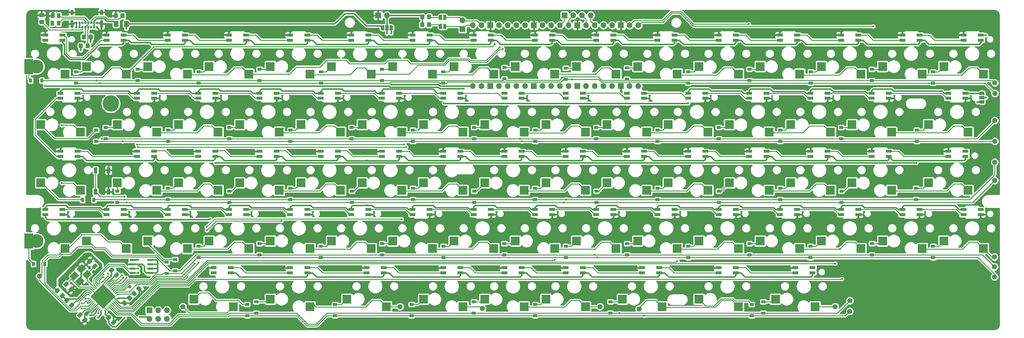
<source format=gbl>
G04 #@! TF.GenerationSoftware,KiCad,Pcbnew,(5.1.10-1-10_14)*
G04 #@! TF.CreationDate,2021-12-19T10:41:02+09:00*
G04 #@! TF.ProjectId,nora,6e6f7261-2e6b-4696-9361-645f70636258,DN:0030*
G04 #@! TF.SameCoordinates,Original*
G04 #@! TF.FileFunction,Copper,L2,Bot*
G04 #@! TF.FilePolarity,Positive*
%FSLAX46Y46*%
G04 Gerber Fmt 4.6, Leading zero omitted, Abs format (unit mm)*
G04 Created by KiCad (PCBNEW (5.1.10-1-10_14)) date 2021-12-19 10:41:02*
%MOMM*%
%LPD*%
G01*
G04 APERTURE LIST*
G04 #@! TA.AperFunction,ComponentPad*
%ADD10O,1.700000X1.700000*%
G04 #@! TD*
G04 #@! TA.AperFunction,ComponentPad*
%ADD11R,1.700000X1.700000*%
G04 #@! TD*
G04 #@! TA.AperFunction,SMDPad,CuDef*
%ADD12R,2.600000X2.600000*%
G04 #@! TD*
G04 #@! TA.AperFunction,SMDPad,CuDef*
%ADD13C,0.100000*%
G04 #@! TD*
G04 #@! TA.AperFunction,SMDPad,CuDef*
%ADD14R,1.500000X1.000000*%
G04 #@! TD*
G04 #@! TA.AperFunction,SMDPad,CuDef*
%ADD15R,1.200000X0.900000*%
G04 #@! TD*
G04 #@! TA.AperFunction,SMDPad,CuDef*
%ADD16R,0.900000X1.200000*%
G04 #@! TD*
G04 #@! TA.AperFunction,ComponentPad*
%ADD17C,0.800000*%
G04 #@! TD*
G04 #@! TA.AperFunction,SMDPad,CuDef*
%ADD18R,2.600000X4.400000*%
G04 #@! TD*
G04 #@! TA.AperFunction,ComponentPad*
%ADD19C,4.000000*%
G04 #@! TD*
G04 #@! TA.AperFunction,SMDPad,CuDef*
%ADD20R,2.100000X2.600000*%
G04 #@! TD*
G04 #@! TA.AperFunction,SMDPad,CuDef*
%ADD21R,1.800000X0.820000*%
G04 #@! TD*
G04 #@! TA.AperFunction,SMDPad,CuDef*
%ADD22R,1.000000X1.500000*%
G04 #@! TD*
G04 #@! TA.AperFunction,ComponentPad*
%ADD23O,0.900000X1.700000*%
G04 #@! TD*
G04 #@! TA.AperFunction,ComponentPad*
%ADD24O,0.900000X2.400000*%
G04 #@! TD*
G04 #@! TA.AperFunction,ComponentPad*
%ADD25C,0.700000*%
G04 #@! TD*
G04 #@! TA.AperFunction,ComponentPad*
%ADD26C,1.000000*%
G04 #@! TD*
G04 #@! TA.AperFunction,ComponentPad*
%ADD27C,4.800000*%
G04 #@! TD*
G04 #@! TA.AperFunction,SMDPad,CuDef*
%ADD28R,1.000000X1.700000*%
G04 #@! TD*
G04 #@! TA.AperFunction,SMDPad,CuDef*
%ADD29R,1.200000X1.400000*%
G04 #@! TD*
G04 #@! TA.AperFunction,SMDPad,CuDef*
%ADD30R,1.000000X1.400000*%
G04 #@! TD*
G04 #@! TA.AperFunction,ComponentPad*
%ADD31C,1.500000*%
G04 #@! TD*
G04 #@! TA.AperFunction,ViaPad*
%ADD32C,0.600000*%
G04 #@! TD*
G04 #@! TA.AperFunction,Conductor*
%ADD33C,0.254000*%
G04 #@! TD*
G04 #@! TA.AperFunction,Conductor*
%ADD34C,0.381000*%
G04 #@! TD*
G04 #@! TA.AperFunction,Conductor*
%ADD35C,0.100000*%
G04 #@! TD*
G04 APERTURE END LIST*
D10*
X64180000Y-113440000D03*
X64180000Y-110900000D03*
X61640000Y-113440000D03*
X61640000Y-110900000D03*
X59100000Y-113440000D03*
D11*
X59100000Y-110900000D03*
D12*
X38919516Y-58825520D03*
X27369516Y-56625520D03*
X38919516Y-75825520D03*
X27369516Y-73625520D03*
X208583588Y-109825520D03*
X197033588Y-107625520D03*
X83567912Y-109825520D03*
X72017912Y-107625520D03*
X128216312Y-109825520D03*
X116666312Y-107625520D03*
X253231832Y-109825520D03*
X241681832Y-107625520D03*
X297880232Y-58825520D03*
X286330232Y-56625520D03*
X297880232Y-75825520D03*
X286330232Y-73625520D03*
G04 #@! TA.AperFunction,SMDPad,CuDef*
D13*
G36*
X301150000Y-47975000D02*
G01*
X301150000Y-47425000D01*
X301150602Y-47425000D01*
X301150602Y-47400466D01*
X301155412Y-47351635D01*
X301164984Y-47303510D01*
X301179228Y-47256555D01*
X301198005Y-47211222D01*
X301221136Y-47167949D01*
X301248396Y-47127150D01*
X301279524Y-47089221D01*
X301314221Y-47054524D01*
X301352150Y-47023396D01*
X301392949Y-46996136D01*
X301436222Y-46973005D01*
X301481555Y-46954228D01*
X301528510Y-46939984D01*
X301576635Y-46930412D01*
X301625466Y-46925602D01*
X301650000Y-46925602D01*
X301650000Y-46925000D01*
X302150000Y-46925000D01*
X302150000Y-46925602D01*
X302174534Y-46925602D01*
X302223365Y-46930412D01*
X302271490Y-46939984D01*
X302318445Y-46954228D01*
X302363778Y-46973005D01*
X302407051Y-46996136D01*
X302447850Y-47023396D01*
X302485779Y-47054524D01*
X302520476Y-47089221D01*
X302551604Y-47127150D01*
X302578864Y-47167949D01*
X302601995Y-47211222D01*
X302620772Y-47256555D01*
X302635016Y-47303510D01*
X302644588Y-47351635D01*
X302649398Y-47400466D01*
X302649398Y-47425000D01*
X302650000Y-47425000D01*
X302650000Y-47975000D01*
X301150000Y-47975000D01*
G37*
G04 #@! TD.AperFunction*
G04 #@! TA.AperFunction,SMDPad,CuDef*
G36*
X302649398Y-50025000D02*
G01*
X302649398Y-50049534D01*
X302644588Y-50098365D01*
X302635016Y-50146490D01*
X302620772Y-50193445D01*
X302601995Y-50238778D01*
X302578864Y-50282051D01*
X302551604Y-50322850D01*
X302520476Y-50360779D01*
X302485779Y-50395476D01*
X302447850Y-50426604D01*
X302407051Y-50453864D01*
X302363778Y-50476995D01*
X302318445Y-50495772D01*
X302271490Y-50510016D01*
X302223365Y-50519588D01*
X302174534Y-50524398D01*
X302150000Y-50524398D01*
X302150000Y-50525000D01*
X301650000Y-50525000D01*
X301650000Y-50524398D01*
X301625466Y-50524398D01*
X301576635Y-50519588D01*
X301528510Y-50510016D01*
X301481555Y-50495772D01*
X301436222Y-50476995D01*
X301392949Y-50453864D01*
X301352150Y-50426604D01*
X301314221Y-50395476D01*
X301279524Y-50360779D01*
X301248396Y-50322850D01*
X301221136Y-50282051D01*
X301198005Y-50238778D01*
X301179228Y-50193445D01*
X301164984Y-50146490D01*
X301155412Y-50098365D01*
X301150602Y-50049534D01*
X301150602Y-50025000D01*
X301150000Y-50025000D01*
X301150000Y-49475000D01*
X302650000Y-49475000D01*
X302650000Y-50025000D01*
X302649398Y-50025000D01*
G37*
G04 #@! TD.AperFunction*
D14*
X301900000Y-48725000D03*
D15*
X90250000Y-111700000D03*
X90250000Y-108400000D03*
D16*
X27693666Y-43725520D03*
X24393666Y-43725520D03*
X28550000Y-97300000D03*
X25250000Y-97300000D03*
D15*
X37693666Y-44525520D03*
X37693666Y-41225520D03*
X43493666Y-61525520D03*
X43493666Y-58225520D03*
D16*
X42850000Y-78600000D03*
X39550000Y-78600000D03*
D15*
X64100000Y-100150000D03*
X64100000Y-96850000D03*
X55593666Y-43725520D03*
X55593666Y-40425520D03*
X46293666Y-60725520D03*
X46293666Y-57425520D03*
X49700000Y-79350000D03*
X49700000Y-76050000D03*
X66600000Y-99350000D03*
X66600000Y-96050000D03*
X73400000Y-44525520D03*
X73400000Y-41225520D03*
X64493666Y-61525520D03*
X64493666Y-58225520D03*
X64400000Y-78500000D03*
X64400000Y-75200000D03*
X73400000Y-95500000D03*
X73400000Y-92200000D03*
X87600000Y-112500000D03*
X87600000Y-109200000D03*
X91193666Y-43725520D03*
X91193666Y-40425520D03*
X82400000Y-60725000D03*
X82400000Y-57425000D03*
X82400000Y-79350000D03*
X82400000Y-76050000D03*
X91200000Y-94700000D03*
X91200000Y-91400000D03*
X109093666Y-44525520D03*
X109093666Y-41225520D03*
X100200000Y-61525000D03*
X100200000Y-58225000D03*
X100150000Y-78500000D03*
X100150000Y-75200000D03*
X109050000Y-95500000D03*
X109050000Y-92200000D03*
X113200000Y-112500000D03*
X113200000Y-109200000D03*
X126893666Y-43725520D03*
X126893666Y-40425520D03*
X118025000Y-60725000D03*
X118025000Y-57425000D03*
X118100000Y-79350000D03*
X118100000Y-76050000D03*
X126950000Y-94700000D03*
X126950000Y-91400000D03*
X144793666Y-44525520D03*
X144793666Y-41225520D03*
X135925000Y-61525000D03*
X135925000Y-58225000D03*
X135950000Y-78500000D03*
X135950000Y-75200000D03*
X144850000Y-95500000D03*
X144850000Y-92200000D03*
X135550000Y-112500000D03*
X135550000Y-109200000D03*
X162649984Y-43225520D03*
X162649984Y-39925520D03*
X153775000Y-60725000D03*
X153775000Y-57425000D03*
X153800000Y-79350000D03*
X153800000Y-76050000D03*
X162600000Y-94700000D03*
X162600000Y-91400000D03*
X180500000Y-43425520D03*
X180500000Y-40125520D03*
X171600000Y-61525000D03*
X171600000Y-58225000D03*
X171550000Y-78500000D03*
X171550000Y-75200000D03*
X180550000Y-95500000D03*
X180550000Y-92200000D03*
X171600000Y-112500000D03*
X171600000Y-109200000D03*
X198349984Y-43325520D03*
X198349984Y-40025520D03*
X189425000Y-60725000D03*
X189425000Y-57425000D03*
X189500000Y-79350000D03*
X189500000Y-76050000D03*
X198400000Y-94700000D03*
X198400000Y-91400000D03*
X193550000Y-111700000D03*
X193550000Y-108400000D03*
X216243666Y-44475520D03*
X216243666Y-41175520D03*
X207275000Y-61525000D03*
X207275000Y-58225000D03*
X207300000Y-78500000D03*
X207300000Y-75200000D03*
X216250000Y-95500000D03*
X216250000Y-92200000D03*
X234750000Y-112500000D03*
X234750000Y-109200000D03*
X234093666Y-43725520D03*
X234093666Y-40425520D03*
X225150000Y-60725000D03*
X225150000Y-57425000D03*
X225200000Y-79350000D03*
X225200000Y-76050000D03*
X234100000Y-94700000D03*
X234100000Y-91400000D03*
X238150000Y-111700000D03*
X238150000Y-108400000D03*
X251993666Y-44475520D03*
X251993666Y-41175520D03*
X243075000Y-61525000D03*
X243075000Y-58225000D03*
X243100000Y-78500000D03*
X243100000Y-75200000D03*
X251900000Y-95500000D03*
X251900000Y-92200000D03*
X269793666Y-43725520D03*
X269793666Y-40425520D03*
X260850000Y-60725000D03*
X260850000Y-57425000D03*
X260900000Y-79350000D03*
X260900000Y-76050000D03*
X269850000Y-94700000D03*
X269850000Y-91400000D03*
X153700000Y-111700000D03*
X153700000Y-108400000D03*
X287593666Y-44525520D03*
X287593666Y-41225520D03*
X282925000Y-61525000D03*
X282925000Y-58225000D03*
X282700000Y-78500000D03*
X282700000Y-75200000D03*
X287650000Y-95500000D03*
X287650000Y-92200000D03*
D17*
X24279672Y-41375520D03*
X24279672Y-37875520D03*
D18*
X23904672Y-39625520D03*
D17*
X23219672Y-41373520D03*
X23219672Y-37873520D03*
D19*
X26179672Y-39625520D03*
D20*
X23654672Y-39625520D03*
D12*
X34454672Y-41825520D03*
D17*
X24279680Y-92375520D03*
X24279680Y-88875520D03*
D18*
X23904680Y-90625520D03*
D17*
X23219680Y-92373520D03*
X23219680Y-88873520D03*
D19*
X26179680Y-90625520D03*
D20*
X23654680Y-90625520D03*
D12*
X34454680Y-92825520D03*
X70173424Y-41825520D03*
X58623424Y-39625520D03*
X52314048Y-41825520D03*
X40764048Y-39625520D03*
X52314048Y-92825520D03*
X40764048Y-90625520D03*
X61243736Y-58825520D03*
X49693736Y-56625520D03*
X61243736Y-75825520D03*
X49693736Y-73625520D03*
X70173424Y-92825520D03*
X58623424Y-90625520D03*
X88032800Y-41825520D03*
X76482800Y-39625520D03*
X79103112Y-58825520D03*
X67553112Y-56625520D03*
X79103112Y-75825520D03*
X67553112Y-73625520D03*
X88032800Y-92825520D03*
X76482800Y-90625520D03*
X105892176Y-41825520D03*
X94342176Y-39625520D03*
X96962488Y-58825520D03*
X85412488Y-56625520D03*
X96962488Y-75825520D03*
X85412488Y-73625520D03*
X105892176Y-92825520D03*
X94342176Y-90625520D03*
X123751552Y-41825520D03*
X112201552Y-39625520D03*
X114821864Y-58825520D03*
X103271864Y-56625520D03*
X114821864Y-75825520D03*
X103271864Y-73625520D03*
X123751552Y-92825520D03*
X112201552Y-90625520D03*
X141610928Y-41825520D03*
X130060928Y-39625520D03*
X132681240Y-58825520D03*
X121131240Y-56625520D03*
X132681240Y-75825520D03*
X121131240Y-73625520D03*
X141610928Y-92825520D03*
X130060928Y-90625520D03*
X159470304Y-41825520D03*
X147920304Y-39625520D03*
X150540616Y-58825520D03*
X138990616Y-56625520D03*
X150540616Y-75825520D03*
X138990616Y-73625520D03*
X159470320Y-92825520D03*
X147920320Y-90625520D03*
X177329680Y-41825520D03*
X165779680Y-39625520D03*
X168399992Y-58825520D03*
X156849992Y-56625520D03*
X168399992Y-75825520D03*
X156849992Y-73625520D03*
X177329680Y-92825520D03*
X165779680Y-90625520D03*
X195189056Y-41825520D03*
X183639056Y-39625520D03*
X186259368Y-58825520D03*
X174709368Y-56625520D03*
X186259368Y-75825520D03*
X174709368Y-73625520D03*
X195189056Y-92825520D03*
X183639056Y-90625520D03*
X186259232Y-109825520D03*
X174709232Y-107625520D03*
X213048432Y-41825520D03*
X201498432Y-39625520D03*
X204118744Y-58825520D03*
X192568744Y-56625520D03*
X204118744Y-75825520D03*
X192568744Y-73625520D03*
X213048432Y-92825520D03*
X201498432Y-90625520D03*
X230907808Y-41825520D03*
X219357808Y-39625520D03*
X221978120Y-58825520D03*
X210428120Y-56625520D03*
X221978120Y-75825520D03*
X210428120Y-73625520D03*
X230907808Y-92825520D03*
X219357808Y-90625520D03*
X230907808Y-109825520D03*
X219357808Y-107625520D03*
X248767187Y-41825520D03*
X237217187Y-39625520D03*
X248766992Y-92825520D03*
X237216992Y-90625520D03*
X266626560Y-41825520D03*
X255076560Y-39625520D03*
X257696672Y-58825520D03*
X246146672Y-56625520D03*
X257696672Y-75825520D03*
X246146672Y-73625520D03*
X266626560Y-92825520D03*
X255076560Y-90625520D03*
X284485937Y-41825520D03*
X272935937Y-39625520D03*
X275556032Y-58825520D03*
X264006032Y-56625520D03*
X275556032Y-75825520D03*
X264006032Y-73625520D03*
X284485936Y-92825520D03*
X272935936Y-90625520D03*
X168399872Y-109825520D03*
X156849872Y-107625520D03*
X302345312Y-41825520D03*
X290795312Y-39625520D03*
X302345312Y-92825520D03*
X290795312Y-90625520D03*
X150540512Y-109825520D03*
X138990512Y-107625520D03*
X239837312Y-75825520D03*
X228287312Y-73625520D03*
X105892112Y-109825520D03*
X94342112Y-107625520D03*
X239837312Y-58825520D03*
X228287312Y-56625520D03*
D10*
X153419984Y-45365520D03*
X155959984Y-45365520D03*
D11*
X158499984Y-45365520D03*
D10*
X161039984Y-45365520D03*
X163579984Y-45365520D03*
X166119984Y-45365520D03*
X168659984Y-45365520D03*
D11*
X171199984Y-45365520D03*
D10*
X173739984Y-45365520D03*
X176279984Y-45365520D03*
X178819984Y-45365520D03*
X181359984Y-45365520D03*
D11*
X183899984Y-45365520D03*
D10*
X186439984Y-45365520D03*
X188979984Y-45365520D03*
X191519984Y-45365520D03*
X194059984Y-45365520D03*
D11*
X196599984Y-45365520D03*
D10*
X199139984Y-45365520D03*
X201679984Y-45365520D03*
X201679984Y-27585520D03*
X199139984Y-27585520D03*
D11*
X196599984Y-27585520D03*
D10*
X194059984Y-27585520D03*
X191519984Y-27585520D03*
X188979984Y-27585520D03*
X186439984Y-27585520D03*
D11*
X183899984Y-27585520D03*
D10*
X181359984Y-27585520D03*
X178819984Y-27585520D03*
X176279984Y-27585520D03*
X173739984Y-27585520D03*
D11*
X171199984Y-27585520D03*
D10*
X168659984Y-27585520D03*
X166119984Y-27585520D03*
X163579984Y-27585520D03*
X161039984Y-27585520D03*
D11*
X158499984Y-27585520D03*
D10*
X155959984Y-27585520D03*
X153419984Y-27585520D03*
D11*
X125800000Y-24700520D03*
D10*
X128340000Y-24700520D03*
D21*
X301565000Y-31925520D03*
X301565000Y-30425520D03*
X296565000Y-30425520D03*
X296565000Y-31925520D03*
D10*
X150400000Y-26160000D03*
D11*
X150400000Y-28700000D03*
D10*
X187769984Y-24675520D03*
X185229984Y-24675520D03*
X182689984Y-24675520D03*
D11*
X180149984Y-24675520D03*
D22*
X128350000Y-28300520D03*
G04 #@! TA.AperFunction,SMDPad,CuDef*
D13*
G36*
X127050000Y-29049918D02*
G01*
X127025466Y-29049918D01*
X126976635Y-29045108D01*
X126928510Y-29035536D01*
X126881555Y-29021292D01*
X126836222Y-29002515D01*
X126792949Y-28979384D01*
X126752150Y-28952124D01*
X126714221Y-28920996D01*
X126679524Y-28886299D01*
X126648396Y-28848370D01*
X126621136Y-28807571D01*
X126598005Y-28764298D01*
X126579228Y-28718965D01*
X126564984Y-28672010D01*
X126555412Y-28623885D01*
X126550602Y-28575054D01*
X126550602Y-28550520D01*
X126550000Y-28550520D01*
X126550000Y-28050520D01*
X126550602Y-28050520D01*
X126550602Y-28025986D01*
X126555412Y-27977155D01*
X126564984Y-27929030D01*
X126579228Y-27882075D01*
X126598005Y-27836742D01*
X126621136Y-27793469D01*
X126648396Y-27752670D01*
X126679524Y-27714741D01*
X126714221Y-27680044D01*
X126752150Y-27648916D01*
X126792949Y-27621656D01*
X126836222Y-27598525D01*
X126881555Y-27579748D01*
X126928510Y-27565504D01*
X126976635Y-27555932D01*
X127025466Y-27551122D01*
X127050000Y-27551122D01*
X127050000Y-27550520D01*
X127600000Y-27550520D01*
X127600000Y-29050520D01*
X127050000Y-29050520D01*
X127050000Y-29049918D01*
G37*
G04 #@! TD.AperFunction*
G04 #@! TA.AperFunction,SMDPad,CuDef*
G36*
X129100000Y-27550520D02*
G01*
X129650000Y-27550520D01*
X129650000Y-27551122D01*
X129674534Y-27551122D01*
X129723365Y-27555932D01*
X129771490Y-27565504D01*
X129818445Y-27579748D01*
X129863778Y-27598525D01*
X129907051Y-27621656D01*
X129947850Y-27648916D01*
X129985779Y-27680044D01*
X130020476Y-27714741D01*
X130051604Y-27752670D01*
X130078864Y-27793469D01*
X130101995Y-27836742D01*
X130120772Y-27882075D01*
X130135016Y-27929030D01*
X130144588Y-27977155D01*
X130149398Y-28025986D01*
X130149398Y-28050520D01*
X130150000Y-28050520D01*
X130150000Y-28550520D01*
X130149398Y-28550520D01*
X130149398Y-28575054D01*
X130144588Y-28623885D01*
X130135016Y-28672010D01*
X130120772Y-28718965D01*
X130101995Y-28764298D01*
X130078864Y-28807571D01*
X130051604Y-28848370D01*
X130020476Y-28886299D01*
X129985779Y-28920996D01*
X129947850Y-28952124D01*
X129907051Y-28979384D01*
X129863778Y-29002515D01*
X129818445Y-29021292D01*
X129771490Y-29035536D01*
X129723365Y-29045108D01*
X129674534Y-29049918D01*
X129650000Y-29049918D01*
X129650000Y-29050520D01*
X129100000Y-29050520D01*
X129100000Y-27550520D01*
G37*
G04 #@! TD.AperFunction*
G04 #@! TA.AperFunction,SMDPad,CuDef*
G36*
X144450000Y-28650000D02*
G01*
X143950000Y-28650000D01*
X143950000Y-28649398D01*
X143925466Y-28649398D01*
X143876635Y-28644588D01*
X143828510Y-28635016D01*
X143781555Y-28620772D01*
X143736222Y-28601995D01*
X143692949Y-28578864D01*
X143652150Y-28551604D01*
X143614221Y-28520476D01*
X143579524Y-28485779D01*
X143548396Y-28447850D01*
X143521136Y-28407051D01*
X143498005Y-28363778D01*
X143479228Y-28318445D01*
X143464984Y-28271490D01*
X143455412Y-28223365D01*
X143450602Y-28174534D01*
X143450602Y-28150000D01*
X143450000Y-28150000D01*
X143450000Y-27650000D01*
X143450602Y-27650000D01*
X143450602Y-27625466D01*
X143455412Y-27576635D01*
X143464984Y-27528510D01*
X143479228Y-27481555D01*
X143498005Y-27436222D01*
X143521136Y-27392949D01*
X143548396Y-27352150D01*
X143579524Y-27314221D01*
X143614221Y-27279524D01*
X143652150Y-27248396D01*
X143692949Y-27221136D01*
X143736222Y-27198005D01*
X143781555Y-27179228D01*
X143828510Y-27164984D01*
X143876635Y-27155412D01*
X143925466Y-27150602D01*
X143950000Y-27150602D01*
X143950000Y-27150000D01*
X144450000Y-27150000D01*
X144450000Y-28650000D01*
G37*
G04 #@! TD.AperFunction*
G04 #@! TA.AperFunction,SMDPad,CuDef*
G36*
X145250000Y-27150602D02*
G01*
X145274534Y-27150602D01*
X145323365Y-27155412D01*
X145371490Y-27164984D01*
X145418445Y-27179228D01*
X145463778Y-27198005D01*
X145507051Y-27221136D01*
X145547850Y-27248396D01*
X145585779Y-27279524D01*
X145620476Y-27314221D01*
X145651604Y-27352150D01*
X145678864Y-27392949D01*
X145701995Y-27436222D01*
X145720772Y-27481555D01*
X145735016Y-27528510D01*
X145744588Y-27576635D01*
X145749398Y-27625466D01*
X145749398Y-27650000D01*
X145750000Y-27650000D01*
X145750000Y-28150000D01*
X145749398Y-28150000D01*
X145749398Y-28174534D01*
X145744588Y-28223365D01*
X145735016Y-28271490D01*
X145720772Y-28318445D01*
X145701995Y-28363778D01*
X145678864Y-28407051D01*
X145651604Y-28447850D01*
X145620476Y-28485779D01*
X145585779Y-28520476D01*
X145547850Y-28551604D01*
X145507051Y-28578864D01*
X145463778Y-28601995D01*
X145418445Y-28620772D01*
X145371490Y-28635016D01*
X145323365Y-28644588D01*
X145274534Y-28649398D01*
X145250000Y-28649398D01*
X145250000Y-28650000D01*
X144750000Y-28650000D01*
X144750000Y-27150000D01*
X145250000Y-27150000D01*
X145250000Y-27150602D01*
G37*
G04 #@! TD.AperFunction*
D23*
X45100000Y-23830000D03*
X36450000Y-23830000D03*
D24*
X45100000Y-27210000D03*
X36450000Y-27210000D03*
D25*
X41200000Y-26840000D03*
X43750000Y-26840000D03*
X42900000Y-26840000D03*
X42050000Y-26840000D03*
X37800000Y-26840000D03*
X39500000Y-26840000D03*
X40350000Y-26840000D03*
X38650000Y-26840000D03*
X43750000Y-28190000D03*
X42900000Y-28190000D03*
X42050000Y-28190000D03*
X41200000Y-28190000D03*
X40350000Y-28190000D03*
X39500000Y-28190000D03*
X38650000Y-28190000D03*
X37800000Y-28190000D03*
D26*
X53300000Y-104000000D03*
X49050000Y-51800000D03*
X46450000Y-51750000D03*
X49050000Y-49100000D03*
X46450000Y-49100000D03*
X47800000Y-52350000D03*
X49700000Y-50450000D03*
X45900000Y-50450000D03*
X47800000Y-48550000D03*
D27*
X47800000Y-50450000D03*
G04 #@! TA.AperFunction,SMDPad,CuDef*
G36*
G01*
X55050000Y-95995000D02*
X55050000Y-96295000D01*
G75*
G02*
X54900000Y-96445000I-150000J0D01*
G01*
X53450000Y-96445000D01*
G75*
G02*
X53300000Y-96295000I0J150000D01*
G01*
X53300000Y-95995000D01*
G75*
G02*
X53450000Y-95845000I150000J0D01*
G01*
X54900000Y-95845000D01*
G75*
G02*
X55050000Y-95995000I0J-150000D01*
G01*
G37*
G04 #@! TD.AperFunction*
G04 #@! TA.AperFunction,SMDPad,CuDef*
G36*
G01*
X55050000Y-97265000D02*
X55050000Y-97565000D01*
G75*
G02*
X54900000Y-97715000I-150000J0D01*
G01*
X53450000Y-97715000D01*
G75*
G02*
X53300000Y-97565000I0J150000D01*
G01*
X53300000Y-97265000D01*
G75*
G02*
X53450000Y-97115000I150000J0D01*
G01*
X54900000Y-97115000D01*
G75*
G02*
X55050000Y-97265000I0J-150000D01*
G01*
G37*
G04 #@! TD.AperFunction*
G04 #@! TA.AperFunction,SMDPad,CuDef*
G36*
G01*
X55050000Y-98535000D02*
X55050000Y-98835000D01*
G75*
G02*
X54900000Y-98985000I-150000J0D01*
G01*
X53450000Y-98985000D01*
G75*
G02*
X53300000Y-98835000I0J150000D01*
G01*
X53300000Y-98535000D01*
G75*
G02*
X53450000Y-98385000I150000J0D01*
G01*
X54900000Y-98385000D01*
G75*
G02*
X55050000Y-98535000I0J-150000D01*
G01*
G37*
G04 #@! TD.AperFunction*
G04 #@! TA.AperFunction,SMDPad,CuDef*
G36*
G01*
X55050000Y-99805000D02*
X55050000Y-100105000D01*
G75*
G02*
X54900000Y-100255000I-150000J0D01*
G01*
X53450000Y-100255000D01*
G75*
G02*
X53300000Y-100105000I0J150000D01*
G01*
X53300000Y-99805000D01*
G75*
G02*
X53450000Y-99655000I150000J0D01*
G01*
X54900000Y-99655000D01*
G75*
G02*
X55050000Y-99805000I0J-150000D01*
G01*
G37*
G04 #@! TD.AperFunction*
G04 #@! TA.AperFunction,SMDPad,CuDef*
G36*
G01*
X60200000Y-99805000D02*
X60200000Y-100105000D01*
G75*
G02*
X60050000Y-100255000I-150000J0D01*
G01*
X58600000Y-100255000D01*
G75*
G02*
X58450000Y-100105000I0J150000D01*
G01*
X58450000Y-99805000D01*
G75*
G02*
X58600000Y-99655000I150000J0D01*
G01*
X60050000Y-99655000D01*
G75*
G02*
X60200000Y-99805000I0J-150000D01*
G01*
G37*
G04 #@! TD.AperFunction*
G04 #@! TA.AperFunction,SMDPad,CuDef*
G36*
G01*
X60200000Y-98535000D02*
X60200000Y-98835000D01*
G75*
G02*
X60050000Y-98985000I-150000J0D01*
G01*
X58600000Y-98985000D01*
G75*
G02*
X58450000Y-98835000I0J150000D01*
G01*
X58450000Y-98535000D01*
G75*
G02*
X58600000Y-98385000I150000J0D01*
G01*
X60050000Y-98385000D01*
G75*
G02*
X60200000Y-98535000I0J-150000D01*
G01*
G37*
G04 #@! TD.AperFunction*
G04 #@! TA.AperFunction,SMDPad,CuDef*
G36*
G01*
X60200000Y-97265000D02*
X60200000Y-97565000D01*
G75*
G02*
X60050000Y-97715000I-150000J0D01*
G01*
X58600000Y-97715000D01*
G75*
G02*
X58450000Y-97565000I0J150000D01*
G01*
X58450000Y-97265000D01*
G75*
G02*
X58600000Y-97115000I150000J0D01*
G01*
X60050000Y-97115000D01*
G75*
G02*
X60200000Y-97265000I0J-150000D01*
G01*
G37*
G04 #@! TD.AperFunction*
G04 #@! TA.AperFunction,SMDPad,CuDef*
G36*
G01*
X60200000Y-95995000D02*
X60200000Y-96295000D01*
G75*
G02*
X60050000Y-96445000I-150000J0D01*
G01*
X58600000Y-96445000D01*
G75*
G02*
X58450000Y-96295000I0J150000D01*
G01*
X58450000Y-95995000D01*
G75*
G02*
X58600000Y-95845000I150000J0D01*
G01*
X60050000Y-95845000D01*
G75*
G02*
X60200000Y-95995000I0J-150000D01*
G01*
G37*
G04 #@! TD.AperFunction*
G04 #@! TA.AperFunction,SMDPad,CuDef*
D13*
G36*
X39368190Y-97358184D02*
G01*
X40640982Y-98630976D01*
X39156058Y-100115900D01*
X37883266Y-98843108D01*
X39368190Y-97358184D01*
G37*
G04 #@! TD.AperFunction*
G04 #@! TA.AperFunction,SMDPad,CuDef*
G36*
X37317580Y-99408794D02*
G01*
X38590372Y-100681586D01*
X37105448Y-102166510D01*
X35832656Y-100893718D01*
X37317580Y-99408794D01*
G37*
G04 #@! TD.AperFunction*
G04 #@! TA.AperFunction,SMDPad,CuDef*
G36*
X38943926Y-101035140D02*
G01*
X40216718Y-102307932D01*
X38731794Y-103792856D01*
X37459002Y-102520064D01*
X38943926Y-101035140D01*
G37*
G04 #@! TD.AperFunction*
G04 #@! TA.AperFunction,SMDPad,CuDef*
G36*
X40994536Y-98984530D02*
G01*
X42267328Y-100257322D01*
X40782404Y-101742246D01*
X39509612Y-100469454D01*
X40994536Y-98984530D01*
G37*
G04 #@! TD.AperFunction*
D28*
X43349984Y-69950520D03*
X43349984Y-76250520D03*
X47149984Y-69950520D03*
X47149984Y-76250520D03*
D29*
X30895000Y-24800520D03*
D30*
X32615000Y-24800520D03*
X32615000Y-27000520D03*
X30715000Y-27000520D03*
G04 #@! TA.AperFunction,SMDPad,CuDef*
G36*
G01*
X50075000Y-26550520D02*
X50075000Y-27800520D01*
G75*
G02*
X49825000Y-28050520I-250000J0D01*
G01*
X48900000Y-28050520D01*
G75*
G02*
X48650000Y-27800520I0J250000D01*
G01*
X48650000Y-26550520D01*
G75*
G02*
X48900000Y-26300520I250000J0D01*
G01*
X49825000Y-26300520D01*
G75*
G02*
X50075000Y-26550520I0J-250000D01*
G01*
G37*
G04 #@! TD.AperFunction*
G04 #@! TA.AperFunction,SMDPad,CuDef*
G36*
G01*
X53050000Y-26550520D02*
X53050000Y-27800520D01*
G75*
G02*
X52800000Y-28050520I-250000J0D01*
G01*
X51875000Y-28050520D01*
G75*
G02*
X51625000Y-27800520I0J250000D01*
G01*
X51625000Y-26550520D01*
G75*
G02*
X51875000Y-26300520I250000J0D01*
G01*
X52800000Y-26300520D01*
G75*
G02*
X53050000Y-26550520I0J-250000D01*
G01*
G37*
G04 #@! TD.AperFunction*
D31*
X132200000Y-109825000D03*
X201900000Y-110500000D03*
X259100000Y-109825000D03*
X68825000Y-109825000D03*
X190499984Y-109825520D03*
X156200000Y-110400000D03*
X305600000Y-95300000D03*
X27000000Y-100900000D03*
G04 #@! TA.AperFunction,SMDPad,CuDef*
G36*
G01*
X140050000Y-27850001D02*
X140050000Y-26949999D01*
G75*
G02*
X140299999Y-26700000I249999J0D01*
G01*
X141000001Y-26700000D01*
G75*
G02*
X141250000Y-26949999I0J-249999D01*
G01*
X141250000Y-27850001D01*
G75*
G02*
X141000001Y-28100000I-249999J0D01*
G01*
X140299999Y-28100000D01*
G75*
G02*
X140050000Y-27850001I0J249999D01*
G01*
G37*
G04 #@! TD.AperFunction*
G04 #@! TA.AperFunction,SMDPad,CuDef*
G36*
G01*
X138050000Y-27850001D02*
X138050000Y-26949999D01*
G75*
G02*
X138299999Y-26700000I249999J0D01*
G01*
X139000001Y-26700000D01*
G75*
G02*
X139250000Y-26949999I0J-249999D01*
G01*
X139250000Y-27850001D01*
G75*
G02*
X139000001Y-28100000I-249999J0D01*
G01*
X138299999Y-28100000D01*
G75*
G02*
X138050000Y-27850001I0J249999D01*
G01*
G37*
G04 #@! TD.AperFunction*
G04 #@! TA.AperFunction,SMDPad,CuDef*
G36*
G01*
X140050000Y-25550001D02*
X140050000Y-24649999D01*
G75*
G02*
X140299999Y-24400000I249999J0D01*
G01*
X141000001Y-24400000D01*
G75*
G02*
X141250000Y-24649999I0J-249999D01*
G01*
X141250000Y-25550001D01*
G75*
G02*
X141000001Y-25800000I-249999J0D01*
G01*
X140299999Y-25800000D01*
G75*
G02*
X140050000Y-25550001I0J249999D01*
G01*
G37*
G04 #@! TD.AperFunction*
G04 #@! TA.AperFunction,SMDPad,CuDef*
G36*
G01*
X138050000Y-25550001D02*
X138050000Y-24649999D01*
G75*
G02*
X138299999Y-24400000I249999J0D01*
G01*
X139000001Y-24400000D01*
G75*
G02*
X139250000Y-24649999I0J-249999D01*
G01*
X139250000Y-25550001D01*
G75*
G02*
X139000001Y-25800000I-249999J0D01*
G01*
X138299999Y-25800000D01*
G75*
G02*
X138050000Y-25550001I0J249999D01*
G01*
G37*
G04 #@! TD.AperFunction*
G04 #@! TA.AperFunction,SMDPad,CuDef*
D13*
G36*
X45549992Y-110467120D02*
G01*
X44639592Y-109556720D01*
X45549992Y-108646320D01*
X46460392Y-109556720D01*
X45549992Y-110467120D01*
G37*
G04 #@! TD.AperFunction*
G04 #@! TA.AperFunction,SMDPad,CuDef*
G36*
X44639592Y-109556720D02*
G01*
X43729192Y-108646320D01*
X44639592Y-107735920D01*
X45549992Y-108646320D01*
X44639592Y-109556720D01*
G37*
G04 #@! TD.AperFunction*
G04 #@! TA.AperFunction,SMDPad,CuDef*
G36*
X43729192Y-108646320D02*
G01*
X42818792Y-107735920D01*
X43729192Y-106825520D01*
X44639592Y-107735920D01*
X43729192Y-108646320D01*
G37*
G04 #@! TD.AperFunction*
G04 #@! TA.AperFunction,SMDPad,CuDef*
G36*
X42818792Y-107735920D02*
G01*
X41908392Y-106825520D01*
X42818792Y-105915120D01*
X43729192Y-106825520D01*
X42818792Y-107735920D01*
G37*
G04 #@! TD.AperFunction*
G04 #@! TA.AperFunction,SMDPad,CuDef*
G36*
X46460392Y-109556720D02*
G01*
X45549992Y-108646320D01*
X46460392Y-107735920D01*
X47370792Y-108646320D01*
X46460392Y-109556720D01*
G37*
G04 #@! TD.AperFunction*
G04 #@! TA.AperFunction,SMDPad,CuDef*
G36*
X45549992Y-108646320D02*
G01*
X44639592Y-107735920D01*
X45549992Y-106825520D01*
X46460392Y-107735920D01*
X45549992Y-108646320D01*
G37*
G04 #@! TD.AperFunction*
G04 #@! TA.AperFunction,SMDPad,CuDef*
G36*
X44639592Y-107735920D02*
G01*
X43729192Y-106825520D01*
X44639592Y-105915120D01*
X45549992Y-106825520D01*
X44639592Y-107735920D01*
G37*
G04 #@! TD.AperFunction*
G04 #@! TA.AperFunction,SMDPad,CuDef*
G36*
X43729192Y-106825520D02*
G01*
X42818792Y-105915120D01*
X43729192Y-105004720D01*
X44639592Y-105915120D01*
X43729192Y-106825520D01*
G37*
G04 #@! TD.AperFunction*
G04 #@! TA.AperFunction,SMDPad,CuDef*
G36*
X47370792Y-108646320D02*
G01*
X46460392Y-107735920D01*
X47370792Y-106825520D01*
X48281192Y-107735920D01*
X47370792Y-108646320D01*
G37*
G04 #@! TD.AperFunction*
G04 #@! TA.AperFunction,SMDPad,CuDef*
G36*
X46460392Y-107735920D02*
G01*
X45549992Y-106825520D01*
X46460392Y-105915120D01*
X47370792Y-106825520D01*
X46460392Y-107735920D01*
G37*
G04 #@! TD.AperFunction*
G04 #@! TA.AperFunction,SMDPad,CuDef*
G36*
X45549992Y-106825520D02*
G01*
X44639592Y-105915120D01*
X45549992Y-105004720D01*
X46460392Y-105915120D01*
X45549992Y-106825520D01*
G37*
G04 #@! TD.AperFunction*
G04 #@! TA.AperFunction,SMDPad,CuDef*
G36*
X44639592Y-105915120D02*
G01*
X43729192Y-105004720D01*
X44639592Y-104094320D01*
X45549992Y-105004720D01*
X44639592Y-105915120D01*
G37*
G04 #@! TD.AperFunction*
G04 #@! TA.AperFunction,SMDPad,CuDef*
G36*
X48281192Y-107735920D02*
G01*
X47370792Y-106825520D01*
X48281192Y-105915120D01*
X49191592Y-106825520D01*
X48281192Y-107735920D01*
G37*
G04 #@! TD.AperFunction*
G04 #@! TA.AperFunction,SMDPad,CuDef*
G36*
X47370792Y-106825520D02*
G01*
X46460392Y-105915120D01*
X47370792Y-105004720D01*
X48281192Y-105915120D01*
X47370792Y-106825520D01*
G37*
G04 #@! TD.AperFunction*
G04 #@! TA.AperFunction,SMDPad,CuDef*
G36*
X46460392Y-105915120D02*
G01*
X45549992Y-105004720D01*
X46460392Y-104094320D01*
X47370792Y-105004720D01*
X46460392Y-105915120D01*
G37*
G04 #@! TD.AperFunction*
G04 #@! TA.AperFunction,SMDPad,CuDef*
G36*
X45549992Y-105004720D02*
G01*
X44639592Y-104094320D01*
X45549992Y-103183920D01*
X46460392Y-104094320D01*
X45549992Y-105004720D01*
G37*
G04 #@! TD.AperFunction*
G04 #@! TA.AperFunction,SMDPad,CuDef*
G36*
X45850512Y-110838351D02*
G01*
X46027289Y-110661574D01*
X46522264Y-111156549D01*
X46345487Y-111333326D01*
X45850512Y-110838351D01*
G37*
G04 #@! TD.AperFunction*
G04 #@! TA.AperFunction,SMDPad,CuDef*
G36*
X46204065Y-110484798D02*
G01*
X46380842Y-110308021D01*
X46875817Y-110802996D01*
X46699040Y-110979773D01*
X46204065Y-110484798D01*
G37*
G04 #@! TD.AperFunction*
G04 #@! TA.AperFunction,SMDPad,CuDef*
G36*
X46557619Y-110131244D02*
G01*
X46734396Y-109954467D01*
X47229371Y-110449442D01*
X47052594Y-110626219D01*
X46557619Y-110131244D01*
G37*
G04 #@! TD.AperFunction*
G04 #@! TA.AperFunction,SMDPad,CuDef*
G36*
X46911172Y-109777691D02*
G01*
X47087949Y-109600914D01*
X47582924Y-110095889D01*
X47406147Y-110272666D01*
X46911172Y-109777691D01*
G37*
G04 #@! TD.AperFunction*
G04 #@! TA.AperFunction,SMDPad,CuDef*
G36*
X47264726Y-109424137D02*
G01*
X47441503Y-109247360D01*
X47936478Y-109742335D01*
X47759701Y-109919112D01*
X47264726Y-109424137D01*
G37*
G04 #@! TD.AperFunction*
G04 #@! TA.AperFunction,SMDPad,CuDef*
G36*
X47618279Y-109070584D02*
G01*
X47795056Y-108893807D01*
X48290031Y-109388782D01*
X48113254Y-109565559D01*
X47618279Y-109070584D01*
G37*
G04 #@! TD.AperFunction*
G04 #@! TA.AperFunction,SMDPad,CuDef*
G36*
X47971832Y-108717031D02*
G01*
X48148609Y-108540254D01*
X48643584Y-109035229D01*
X48466807Y-109212006D01*
X47971832Y-108717031D01*
G37*
G04 #@! TD.AperFunction*
G04 #@! TA.AperFunction,SMDPad,CuDef*
G36*
X48325386Y-108363477D02*
G01*
X48502163Y-108186700D01*
X48997138Y-108681675D01*
X48820361Y-108858452D01*
X48325386Y-108363477D01*
G37*
G04 #@! TD.AperFunction*
G04 #@! TA.AperFunction,SMDPad,CuDef*
G36*
X48678939Y-108009924D02*
G01*
X48855716Y-107833147D01*
X49350691Y-108328122D01*
X49173914Y-108504899D01*
X48678939Y-108009924D01*
G37*
G04 #@! TD.AperFunction*
G04 #@! TA.AperFunction,SMDPad,CuDef*
G36*
X49032493Y-107656370D02*
G01*
X49209270Y-107479593D01*
X49704245Y-107974568D01*
X49527468Y-108151345D01*
X49032493Y-107656370D01*
G37*
G04 #@! TD.AperFunction*
G04 #@! TA.AperFunction,SMDPad,CuDef*
G36*
X49386046Y-107302817D02*
G01*
X49562823Y-107126040D01*
X50057798Y-107621015D01*
X49881021Y-107797792D01*
X49386046Y-107302817D01*
G37*
G04 #@! TD.AperFunction*
G04 #@! TA.AperFunction,SMDPad,CuDef*
G36*
X49562823Y-106525000D02*
G01*
X49386046Y-106348223D01*
X49881021Y-105853248D01*
X50057798Y-106030025D01*
X49562823Y-106525000D01*
G37*
G04 #@! TD.AperFunction*
G04 #@! TA.AperFunction,SMDPad,CuDef*
G36*
X49209270Y-106171447D02*
G01*
X49032493Y-105994670D01*
X49527468Y-105499695D01*
X49704245Y-105676472D01*
X49209270Y-106171447D01*
G37*
G04 #@! TD.AperFunction*
G04 #@! TA.AperFunction,SMDPad,CuDef*
G36*
X48855716Y-105817893D02*
G01*
X48678939Y-105641116D01*
X49173914Y-105146141D01*
X49350691Y-105322918D01*
X48855716Y-105817893D01*
G37*
G04 #@! TD.AperFunction*
G04 #@! TA.AperFunction,SMDPad,CuDef*
G36*
X48502163Y-105464340D02*
G01*
X48325386Y-105287563D01*
X48820361Y-104792588D01*
X48997138Y-104969365D01*
X48502163Y-105464340D01*
G37*
G04 #@! TD.AperFunction*
G04 #@! TA.AperFunction,SMDPad,CuDef*
G36*
X48148609Y-105110786D02*
G01*
X47971832Y-104934009D01*
X48466807Y-104439034D01*
X48643584Y-104615811D01*
X48148609Y-105110786D01*
G37*
G04 #@! TD.AperFunction*
G04 #@! TA.AperFunction,SMDPad,CuDef*
G36*
X47795056Y-104757233D02*
G01*
X47618279Y-104580456D01*
X48113254Y-104085481D01*
X48290031Y-104262258D01*
X47795056Y-104757233D01*
G37*
G04 #@! TD.AperFunction*
G04 #@! TA.AperFunction,SMDPad,CuDef*
G36*
X47441503Y-104403680D02*
G01*
X47264726Y-104226903D01*
X47759701Y-103731928D01*
X47936478Y-103908705D01*
X47441503Y-104403680D01*
G37*
G04 #@! TD.AperFunction*
G04 #@! TA.AperFunction,SMDPad,CuDef*
G36*
X47087949Y-104050126D02*
G01*
X46911172Y-103873349D01*
X47406147Y-103378374D01*
X47582924Y-103555151D01*
X47087949Y-104050126D01*
G37*
G04 #@! TD.AperFunction*
G04 #@! TA.AperFunction,SMDPad,CuDef*
G36*
X46734396Y-103696573D02*
G01*
X46557619Y-103519796D01*
X47052594Y-103024821D01*
X47229371Y-103201598D01*
X46734396Y-103696573D01*
G37*
G04 #@! TD.AperFunction*
G04 #@! TA.AperFunction,SMDPad,CuDef*
G36*
X46380842Y-103343019D02*
G01*
X46204065Y-103166242D01*
X46699040Y-102671267D01*
X46875817Y-102848044D01*
X46380842Y-103343019D01*
G37*
G04 #@! TD.AperFunction*
G04 #@! TA.AperFunction,SMDPad,CuDef*
G36*
X46027289Y-102989466D02*
G01*
X45850512Y-102812689D01*
X46345487Y-102317714D01*
X46522264Y-102494491D01*
X46027289Y-102989466D01*
G37*
G04 #@! TD.AperFunction*
G04 #@! TA.AperFunction,SMDPad,CuDef*
G36*
X44577720Y-102494491D02*
G01*
X44754497Y-102317714D01*
X45249472Y-102812689D01*
X45072695Y-102989466D01*
X44577720Y-102494491D01*
G37*
G04 #@! TD.AperFunction*
G04 #@! TA.AperFunction,SMDPad,CuDef*
G36*
X44224167Y-102848044D02*
G01*
X44400944Y-102671267D01*
X44895919Y-103166242D01*
X44719142Y-103343019D01*
X44224167Y-102848044D01*
G37*
G04 #@! TD.AperFunction*
G04 #@! TA.AperFunction,SMDPad,CuDef*
G36*
X43870613Y-103201598D02*
G01*
X44047390Y-103024821D01*
X44542365Y-103519796D01*
X44365588Y-103696573D01*
X43870613Y-103201598D01*
G37*
G04 #@! TD.AperFunction*
G04 #@! TA.AperFunction,SMDPad,CuDef*
G36*
X43517060Y-103555151D02*
G01*
X43693837Y-103378374D01*
X44188812Y-103873349D01*
X44012035Y-104050126D01*
X43517060Y-103555151D01*
G37*
G04 #@! TD.AperFunction*
G04 #@! TA.AperFunction,SMDPad,CuDef*
G36*
X43163506Y-103908705D02*
G01*
X43340283Y-103731928D01*
X43835258Y-104226903D01*
X43658481Y-104403680D01*
X43163506Y-103908705D01*
G37*
G04 #@! TD.AperFunction*
G04 #@! TA.AperFunction,SMDPad,CuDef*
G36*
X42809953Y-104262258D02*
G01*
X42986730Y-104085481D01*
X43481705Y-104580456D01*
X43304928Y-104757233D01*
X42809953Y-104262258D01*
G37*
G04 #@! TD.AperFunction*
G04 #@! TA.AperFunction,SMDPad,CuDef*
G36*
X42456400Y-104615811D02*
G01*
X42633177Y-104439034D01*
X43128152Y-104934009D01*
X42951375Y-105110786D01*
X42456400Y-104615811D01*
G37*
G04 #@! TD.AperFunction*
G04 #@! TA.AperFunction,SMDPad,CuDef*
G36*
X42102846Y-104969365D02*
G01*
X42279623Y-104792588D01*
X42774598Y-105287563D01*
X42597821Y-105464340D01*
X42102846Y-104969365D01*
G37*
G04 #@! TD.AperFunction*
G04 #@! TA.AperFunction,SMDPad,CuDef*
G36*
X41749293Y-105322918D02*
G01*
X41926070Y-105146141D01*
X42421045Y-105641116D01*
X42244268Y-105817893D01*
X41749293Y-105322918D01*
G37*
G04 #@! TD.AperFunction*
G04 #@! TA.AperFunction,SMDPad,CuDef*
G36*
X41395739Y-105676472D02*
G01*
X41572516Y-105499695D01*
X42067491Y-105994670D01*
X41890714Y-106171447D01*
X41395739Y-105676472D01*
G37*
G04 #@! TD.AperFunction*
G04 #@! TA.AperFunction,SMDPad,CuDef*
G36*
X41042186Y-106030025D02*
G01*
X41218963Y-105853248D01*
X41713938Y-106348223D01*
X41537161Y-106525000D01*
X41042186Y-106030025D01*
G37*
G04 #@! TD.AperFunction*
G04 #@! TA.AperFunction,SMDPad,CuDef*
G36*
X41218963Y-107797792D02*
G01*
X41042186Y-107621015D01*
X41537161Y-107126040D01*
X41713938Y-107302817D01*
X41218963Y-107797792D01*
G37*
G04 #@! TD.AperFunction*
G04 #@! TA.AperFunction,SMDPad,CuDef*
G36*
X41572516Y-108151345D02*
G01*
X41395739Y-107974568D01*
X41890714Y-107479593D01*
X42067491Y-107656370D01*
X41572516Y-108151345D01*
G37*
G04 #@! TD.AperFunction*
G04 #@! TA.AperFunction,SMDPad,CuDef*
G36*
X41926070Y-108504899D02*
G01*
X41749293Y-108328122D01*
X42244268Y-107833147D01*
X42421045Y-108009924D01*
X41926070Y-108504899D01*
G37*
G04 #@! TD.AperFunction*
G04 #@! TA.AperFunction,SMDPad,CuDef*
G36*
X42279623Y-108858452D02*
G01*
X42102846Y-108681675D01*
X42597821Y-108186700D01*
X42774598Y-108363477D01*
X42279623Y-108858452D01*
G37*
G04 #@! TD.AperFunction*
G04 #@! TA.AperFunction,SMDPad,CuDef*
G36*
X42633177Y-109212006D02*
G01*
X42456400Y-109035229D01*
X42951375Y-108540254D01*
X43128152Y-108717031D01*
X42633177Y-109212006D01*
G37*
G04 #@! TD.AperFunction*
G04 #@! TA.AperFunction,SMDPad,CuDef*
G36*
X42986730Y-109565559D02*
G01*
X42809953Y-109388782D01*
X43304928Y-108893807D01*
X43481705Y-109070584D01*
X42986730Y-109565559D01*
G37*
G04 #@! TD.AperFunction*
G04 #@! TA.AperFunction,SMDPad,CuDef*
G36*
X43340283Y-109919112D02*
G01*
X43163506Y-109742335D01*
X43658481Y-109247360D01*
X43835258Y-109424137D01*
X43340283Y-109919112D01*
G37*
G04 #@! TD.AperFunction*
G04 #@! TA.AperFunction,SMDPad,CuDef*
G36*
X43693837Y-110272666D02*
G01*
X43517060Y-110095889D01*
X44012035Y-109600914D01*
X44188812Y-109777691D01*
X43693837Y-110272666D01*
G37*
G04 #@! TD.AperFunction*
G04 #@! TA.AperFunction,SMDPad,CuDef*
G36*
X44047390Y-110626219D02*
G01*
X43870613Y-110449442D01*
X44365588Y-109954467D01*
X44542365Y-110131244D01*
X44047390Y-110626219D01*
G37*
G04 #@! TD.AperFunction*
G04 #@! TA.AperFunction,SMDPad,CuDef*
G36*
X44400944Y-110979773D02*
G01*
X44224167Y-110802996D01*
X44719142Y-110308021D01*
X44895919Y-110484798D01*
X44400944Y-110979773D01*
G37*
G04 #@! TD.AperFunction*
G04 #@! TA.AperFunction,SMDPad,CuDef*
G36*
X44754497Y-111333326D02*
G01*
X44577720Y-111156549D01*
X45072695Y-110661574D01*
X45249472Y-110838351D01*
X44754497Y-111333326D01*
G37*
G04 #@! TD.AperFunction*
G04 #@! TA.AperFunction,SMDPad,CuDef*
G36*
G01*
X47901301Y-113062304D02*
X47229550Y-113734055D01*
G75*
G02*
X46875996Y-113734055I-176777J176777D01*
G01*
X46398699Y-113256758D01*
G75*
G02*
X46398699Y-112903204I176777J176777D01*
G01*
X47070450Y-112231453D01*
G75*
G02*
X47424004Y-112231453I176777J-176777D01*
G01*
X47901301Y-112708750D01*
G75*
G02*
X47901301Y-113062304I-176777J-176777D01*
G01*
G37*
G04 #@! TD.AperFunction*
G04 #@! TA.AperFunction,SMDPad,CuDef*
G36*
G01*
X49368547Y-114529550D02*
X48696796Y-115201301D01*
G75*
G02*
X48343242Y-115201301I-176777J176777D01*
G01*
X47865945Y-114724004D01*
G75*
G02*
X47865945Y-114370450I176777J176777D01*
G01*
X48537696Y-113698699D01*
G75*
G02*
X48891250Y-113698699I176777J-176777D01*
G01*
X49368547Y-114175996D01*
G75*
G02*
X49368547Y-114529550I-176777J-176777D01*
G01*
G37*
G04 #@! TD.AperFunction*
G04 #@! TA.AperFunction,SMDPad,CuDef*
G36*
G01*
X42417678Y-96645927D02*
X41745927Y-97317678D01*
G75*
G02*
X41392373Y-97317678I-176777J176777D01*
G01*
X40915076Y-96840381D01*
G75*
G02*
X40915076Y-96486827I176777J176777D01*
G01*
X41586827Y-95815076D01*
G75*
G02*
X41940381Y-95815076I176777J-176777D01*
G01*
X42417678Y-96292373D01*
G75*
G02*
X42417678Y-96645927I-176777J-176777D01*
G01*
G37*
G04 #@! TD.AperFunction*
G04 #@! TA.AperFunction,SMDPad,CuDef*
G36*
G01*
X43884924Y-98113173D02*
X43213173Y-98784924D01*
G75*
G02*
X42859619Y-98784924I-176777J176777D01*
G01*
X42382322Y-98307627D01*
G75*
G02*
X42382322Y-97954073I176777J176777D01*
G01*
X43054073Y-97282322D01*
G75*
G02*
X43407627Y-97282322I176777J-176777D01*
G01*
X43884924Y-97759619D01*
G75*
G02*
X43884924Y-98113173I-176777J-176777D01*
G01*
G37*
G04 #@! TD.AperFunction*
G04 #@! TA.AperFunction,SMDPad,CuDef*
G36*
G01*
X35482322Y-104654073D02*
X36154073Y-103982322D01*
G75*
G02*
X36507627Y-103982322I176777J-176777D01*
G01*
X36984924Y-104459619D01*
G75*
G02*
X36984924Y-104813173I-176777J-176777D01*
G01*
X36313173Y-105484924D01*
G75*
G02*
X35959619Y-105484924I-176777J176777D01*
G01*
X35482322Y-105007627D01*
G75*
G02*
X35482322Y-104654073I176777J176777D01*
G01*
G37*
G04 #@! TD.AperFunction*
G04 #@! TA.AperFunction,SMDPad,CuDef*
G36*
G01*
X34015076Y-103186827D02*
X34686827Y-102515076D01*
G75*
G02*
X35040381Y-102515076I176777J-176777D01*
G01*
X35517678Y-102992373D01*
G75*
G02*
X35517678Y-103345927I-176777J-176777D01*
G01*
X34845927Y-104017678D01*
G75*
G02*
X34492373Y-104017678I-176777J176777D01*
G01*
X34015076Y-103540381D01*
G75*
G02*
X34015076Y-103186827I176777J176777D01*
G01*
G37*
G04 #@! TD.AperFunction*
G04 #@! TA.AperFunction,SMDPad,CuDef*
G36*
G01*
X48732322Y-100504073D02*
X49404073Y-99832322D01*
G75*
G02*
X49757627Y-99832322I176777J-176777D01*
G01*
X50234924Y-100309619D01*
G75*
G02*
X50234924Y-100663173I-176777J-176777D01*
G01*
X49563173Y-101334924D01*
G75*
G02*
X49209619Y-101334924I-176777J176777D01*
G01*
X48732322Y-100857627D01*
G75*
G02*
X48732322Y-100504073I176777J176777D01*
G01*
G37*
G04 #@! TD.AperFunction*
G04 #@! TA.AperFunction,SMDPad,CuDef*
G36*
G01*
X47265076Y-99036827D02*
X47936827Y-98365076D01*
G75*
G02*
X48290381Y-98365076I176777J-176777D01*
G01*
X48767678Y-98842373D01*
G75*
G02*
X48767678Y-99195927I-176777J-176777D01*
G01*
X48095927Y-99867678D01*
G75*
G02*
X47742373Y-99867678I-176777J176777D01*
G01*
X47265076Y-99390381D01*
G75*
G02*
X47265076Y-99036827I176777J176777D01*
G01*
G37*
G04 #@! TD.AperFunction*
G04 #@! TA.AperFunction,SMDPad,CuDef*
G36*
G01*
X53204073Y-108067678D02*
X52532322Y-107395927D01*
G75*
G02*
X52532322Y-107042373I176777J176777D01*
G01*
X53009619Y-106565076D01*
G75*
G02*
X53363173Y-106565076I176777J-176777D01*
G01*
X54034924Y-107236827D01*
G75*
G02*
X54034924Y-107590381I-176777J-176777D01*
G01*
X53557627Y-108067678D01*
G75*
G02*
X53204073Y-108067678I-176777J176777D01*
G01*
G37*
G04 #@! TD.AperFunction*
G04 #@! TA.AperFunction,SMDPad,CuDef*
G36*
G01*
X51736827Y-109534924D02*
X51065076Y-108863173D01*
G75*
G02*
X51065076Y-108509619I176777J176777D01*
G01*
X51542373Y-108032322D01*
G75*
G02*
X51895927Y-108032322I176777J-176777D01*
G01*
X52567678Y-108704073D01*
G75*
G02*
X52567678Y-109057627I-176777J-176777D01*
G01*
X52090381Y-109534924D01*
G75*
G02*
X51736827Y-109534924I-176777J176777D01*
G01*
G37*
G04 #@! TD.AperFunction*
G04 #@! TA.AperFunction,SMDPad,CuDef*
G36*
G01*
X39482322Y-113654073D02*
X40154073Y-112982322D01*
G75*
G02*
X40507627Y-112982322I176777J-176777D01*
G01*
X40984924Y-113459619D01*
G75*
G02*
X40984924Y-113813173I-176777J-176777D01*
G01*
X40313173Y-114484924D01*
G75*
G02*
X39959619Y-114484924I-176777J176777D01*
G01*
X39482322Y-114007627D01*
G75*
G02*
X39482322Y-113654073I176777J176777D01*
G01*
G37*
G04 #@! TD.AperFunction*
G04 #@! TA.AperFunction,SMDPad,CuDef*
G36*
G01*
X38015076Y-112186827D02*
X38686827Y-111515076D01*
G75*
G02*
X39040381Y-111515076I176777J-176777D01*
G01*
X39517678Y-111992373D01*
G75*
G02*
X39517678Y-112345927I-176777J-176777D01*
G01*
X38845927Y-113017678D01*
G75*
G02*
X38492373Y-113017678I-176777J176777D01*
G01*
X38015076Y-112540381D01*
G75*
G02*
X38015076Y-112186827I176777J176777D01*
G01*
G37*
G04 #@! TD.AperFunction*
G04 #@! TA.AperFunction,SMDPad,CuDef*
G36*
G01*
X32882322Y-106554073D02*
X33554073Y-105882322D01*
G75*
G02*
X33907627Y-105882322I176777J-176777D01*
G01*
X34384924Y-106359619D01*
G75*
G02*
X34384924Y-106713173I-176777J-176777D01*
G01*
X33713173Y-107384924D01*
G75*
G02*
X33359619Y-107384924I-176777J176777D01*
G01*
X32882322Y-106907627D01*
G75*
G02*
X32882322Y-106554073I176777J176777D01*
G01*
G37*
G04 #@! TD.AperFunction*
G04 #@! TA.AperFunction,SMDPad,CuDef*
G36*
G01*
X31415076Y-105086827D02*
X32086827Y-104415076D01*
G75*
G02*
X32440381Y-104415076I176777J-176777D01*
G01*
X32917678Y-104892373D01*
G75*
G02*
X32917678Y-105245927I-176777J-176777D01*
G01*
X32245927Y-105917678D01*
G75*
G02*
X31892373Y-105917678I-176777J176777D01*
G01*
X31415076Y-105440381D01*
G75*
G02*
X31415076Y-105086827I176777J176777D01*
G01*
G37*
G04 #@! TD.AperFunction*
G04 #@! TA.AperFunction,SMDPad,CuDef*
G36*
G01*
X50650000Y-25225521D02*
X50650000Y-24325519D01*
G75*
G02*
X50899999Y-24075520I249999J0D01*
G01*
X51600001Y-24075520D01*
G75*
G02*
X51850000Y-24325519I0J-249999D01*
G01*
X51850000Y-25225521D01*
G75*
G02*
X51600001Y-25475520I-249999J0D01*
G01*
X50899999Y-25475520D01*
G75*
G02*
X50650000Y-25225521I0J249999D01*
G01*
G37*
G04 #@! TD.AperFunction*
G04 #@! TA.AperFunction,SMDPad,CuDef*
G36*
G01*
X48650000Y-25225521D02*
X48650000Y-24325519D01*
G75*
G02*
X48899999Y-24075520I249999J0D01*
G01*
X49600001Y-24075520D01*
G75*
G02*
X49850000Y-24325519I0J-249999D01*
G01*
X49850000Y-25225521D01*
G75*
G02*
X49600001Y-25475520I-249999J0D01*
G01*
X48899999Y-25475520D01*
G75*
G02*
X48650000Y-25225521I0J249999D01*
G01*
G37*
G04 #@! TD.AperFunction*
G04 #@! TA.AperFunction,SMDPad,CuDef*
G36*
G01*
X27199999Y-26000520D02*
X28100001Y-26000520D01*
G75*
G02*
X28350000Y-26250519I0J-249999D01*
G01*
X28350000Y-26950521D01*
G75*
G02*
X28100001Y-27200520I-249999J0D01*
G01*
X27199999Y-27200520D01*
G75*
G02*
X26950000Y-26950521I0J249999D01*
G01*
X26950000Y-26250519D01*
G75*
G02*
X27199999Y-26000520I249999J0D01*
G01*
G37*
G04 #@! TD.AperFunction*
G04 #@! TA.AperFunction,SMDPad,CuDef*
G36*
G01*
X27199999Y-24000520D02*
X28100001Y-24000520D01*
G75*
G02*
X28350000Y-24250519I0J-249999D01*
G01*
X28350000Y-24950521D01*
G75*
G02*
X28100001Y-25200520I-249999J0D01*
G01*
X27199999Y-25200520D01*
G75*
G02*
X26950000Y-24950521I0J249999D01*
G01*
X26950000Y-24250519D01*
G75*
G02*
X27199999Y-24000520I249999J0D01*
G01*
G37*
G04 #@! TD.AperFunction*
G04 #@! TA.AperFunction,SMDPad,CuDef*
G36*
G01*
X40550000Y-30525519D02*
X40550000Y-31425521D01*
G75*
G02*
X40300001Y-31675520I-249999J0D01*
G01*
X39599999Y-31675520D01*
G75*
G02*
X39350000Y-31425521I0J249999D01*
G01*
X39350000Y-30525519D01*
G75*
G02*
X39599999Y-30275520I249999J0D01*
G01*
X40300001Y-30275520D01*
G75*
G02*
X40550000Y-30525519I0J-249999D01*
G01*
G37*
G04 #@! TD.AperFunction*
G04 #@! TA.AperFunction,SMDPad,CuDef*
G36*
G01*
X42550000Y-30525519D02*
X42550000Y-31425521D01*
G75*
G02*
X42300001Y-31675520I-249999J0D01*
G01*
X41599999Y-31675520D01*
G75*
G02*
X41350000Y-31425521I0J249999D01*
G01*
X41350000Y-30525519D01*
G75*
G02*
X41599999Y-30275520I249999J0D01*
G01*
X42300001Y-30275520D01*
G75*
G02*
X42550000Y-30525519I0J-249999D01*
G01*
G37*
G04 #@! TD.AperFunction*
G04 #@! TA.AperFunction,SMDPad,CuDef*
G36*
G01*
X40450000Y-34025521D02*
X40450000Y-33125519D01*
G75*
G02*
X40699999Y-32875520I249999J0D01*
G01*
X41400001Y-32875520D01*
G75*
G02*
X41650000Y-33125519I0J-249999D01*
G01*
X41650000Y-34025521D01*
G75*
G02*
X41400001Y-34275520I-249999J0D01*
G01*
X40699999Y-34275520D01*
G75*
G02*
X40450000Y-34025521I0J249999D01*
G01*
G37*
G04 #@! TD.AperFunction*
G04 #@! TA.AperFunction,SMDPad,CuDef*
G36*
G01*
X38450000Y-34025521D02*
X38450000Y-33125519D01*
G75*
G02*
X38699999Y-32875520I249999J0D01*
G01*
X39400001Y-32875520D01*
G75*
G02*
X39650000Y-33125519I0J-249999D01*
G01*
X39650000Y-34025521D01*
G75*
G02*
X39400001Y-34275520I-249999J0D01*
G01*
X38699999Y-34275520D01*
G75*
G02*
X38450000Y-34025521I0J249999D01*
G01*
G37*
G04 #@! TD.AperFunction*
G04 #@! TA.AperFunction,SMDPad,CuDef*
G36*
G01*
X35664644Y-109301042D02*
X36301042Y-108664644D01*
G75*
G02*
X36654594Y-108664644I176776J-176776D01*
G01*
X37149570Y-109159620D01*
G75*
G02*
X37149570Y-109513172I-176776J-176776D01*
G01*
X36513172Y-110149570D01*
G75*
G02*
X36159620Y-110149570I-176776J176776D01*
G01*
X35664644Y-109654594D01*
G75*
G02*
X35664644Y-109301042I176776J176776D01*
G01*
G37*
G04 #@! TD.AperFunction*
G04 #@! TA.AperFunction,SMDPad,CuDef*
G36*
G01*
X34250430Y-107886828D02*
X34886828Y-107250430D01*
G75*
G02*
X35240380Y-107250430I176776J-176776D01*
G01*
X35735356Y-107745406D01*
G75*
G02*
X35735356Y-108098958I-176776J-176776D01*
G01*
X35098958Y-108735356D01*
G75*
G02*
X34745406Y-108735356I-176776J176776D01*
G01*
X34250430Y-108240380D01*
G75*
G02*
X34250430Y-107886828I176776J176776D01*
G01*
G37*
G04 #@! TD.AperFunction*
G04 #@! TA.AperFunction,SMDPad,CuDef*
G36*
G01*
X54698958Y-105264644D02*
X55335356Y-105901042D01*
G75*
G02*
X55335356Y-106254594I-176776J-176776D01*
G01*
X54840380Y-106749570D01*
G75*
G02*
X54486828Y-106749570I-176776J176776D01*
G01*
X53850430Y-106113172D01*
G75*
G02*
X53850430Y-105759620I176776J176776D01*
G01*
X54345406Y-105264644D01*
G75*
G02*
X54698958Y-105264644I176776J-176776D01*
G01*
G37*
G04 #@! TD.AperFunction*
G04 #@! TA.AperFunction,SMDPad,CuDef*
G36*
G01*
X56113172Y-103850430D02*
X56749570Y-104486828D01*
G75*
G02*
X56749570Y-104840380I-176776J-176776D01*
G01*
X56254594Y-105335356D01*
G75*
G02*
X55901042Y-105335356I-176776J176776D01*
G01*
X55264644Y-104698958D01*
G75*
G02*
X55264644Y-104345406I176776J176776D01*
G01*
X55759620Y-103850430D01*
G75*
G02*
X56113172Y-103850430I176776J-176776D01*
G01*
G37*
G04 #@! TD.AperFunction*
D31*
X305649984Y-44400000D03*
X305649984Y-55400000D03*
X305649984Y-72950000D03*
X305600000Y-98200000D03*
X263375000Y-108075000D03*
X305700000Y-47500000D03*
X305649984Y-61500000D03*
X305650000Y-67600000D03*
X305600000Y-101100000D03*
X263350000Y-111200000D03*
G04 #@! TA.AperFunction,SMDPad,CuDef*
D13*
G36*
X145250000Y-24500602D02*
G01*
X145274534Y-24500602D01*
X145323365Y-24505412D01*
X145371490Y-24514984D01*
X145418445Y-24529228D01*
X145463778Y-24548005D01*
X145507051Y-24571136D01*
X145547850Y-24598396D01*
X145585779Y-24629524D01*
X145620476Y-24664221D01*
X145651604Y-24702150D01*
X145678864Y-24742949D01*
X145701995Y-24786222D01*
X145720772Y-24831555D01*
X145735016Y-24878510D01*
X145744588Y-24926635D01*
X145749398Y-24975466D01*
X145749398Y-25000000D01*
X145750000Y-25000000D01*
X145750000Y-25500000D01*
X145749398Y-25500000D01*
X145749398Y-25524534D01*
X145744588Y-25573365D01*
X145735016Y-25621490D01*
X145720772Y-25668445D01*
X145701995Y-25713778D01*
X145678864Y-25757051D01*
X145651604Y-25797850D01*
X145620476Y-25835779D01*
X145585779Y-25870476D01*
X145547850Y-25901604D01*
X145507051Y-25928864D01*
X145463778Y-25951995D01*
X145418445Y-25970772D01*
X145371490Y-25985016D01*
X145323365Y-25994588D01*
X145274534Y-25999398D01*
X145250000Y-25999398D01*
X145250000Y-26000000D01*
X144750000Y-26000000D01*
X144750000Y-24500000D01*
X145250000Y-24500000D01*
X145250000Y-24500602D01*
G37*
G04 #@! TD.AperFunction*
G04 #@! TA.AperFunction,SMDPad,CuDef*
G36*
X144450000Y-26000000D02*
G01*
X143950000Y-26000000D01*
X143950000Y-25999398D01*
X143925466Y-25999398D01*
X143876635Y-25994588D01*
X143828510Y-25985016D01*
X143781555Y-25970772D01*
X143736222Y-25951995D01*
X143692949Y-25928864D01*
X143652150Y-25901604D01*
X143614221Y-25870476D01*
X143579524Y-25835779D01*
X143548396Y-25797850D01*
X143521136Y-25757051D01*
X143498005Y-25713778D01*
X143479228Y-25668445D01*
X143464984Y-25621490D01*
X143455412Y-25573365D01*
X143450602Y-25524534D01*
X143450602Y-25500000D01*
X143450000Y-25500000D01*
X143450000Y-25000000D01*
X143450602Y-25000000D01*
X143450602Y-24975466D01*
X143455412Y-24926635D01*
X143464984Y-24878510D01*
X143479228Y-24831555D01*
X143498005Y-24786222D01*
X143521136Y-24742949D01*
X143548396Y-24702150D01*
X143579524Y-24664221D01*
X143614221Y-24629524D01*
X143652150Y-24598396D01*
X143692949Y-24571136D01*
X143736222Y-24548005D01*
X143781555Y-24529228D01*
X143828510Y-24514984D01*
X143876635Y-24505412D01*
X143925466Y-24500602D01*
X143950000Y-24500602D01*
X143950000Y-24500000D01*
X144450000Y-24500000D01*
X144450000Y-26000000D01*
G37*
G04 #@! TD.AperFunction*
D21*
X33679672Y-31925520D03*
X33679672Y-30425520D03*
X28679672Y-30425520D03*
X28679672Y-31925520D03*
X46534333Y-31925520D03*
X46534333Y-30425520D03*
X51534333Y-30425520D03*
X51534333Y-31925520D03*
X69393666Y-31925520D03*
X69393666Y-30425520D03*
X64393666Y-30425520D03*
X64393666Y-31925520D03*
X82252999Y-31925520D03*
X82252999Y-30425520D03*
X87252999Y-30425520D03*
X87252999Y-31925520D03*
X105112332Y-31925520D03*
X105112332Y-30425520D03*
X100112332Y-30425520D03*
X100112332Y-31925520D03*
X117971665Y-31925520D03*
X117971665Y-30425520D03*
X122971665Y-30425520D03*
X122971665Y-31925520D03*
X140830998Y-31925520D03*
X140830998Y-30425520D03*
X135830998Y-30425520D03*
X135830998Y-31925520D03*
X153690331Y-31925520D03*
X153690331Y-30425520D03*
X158690331Y-30425520D03*
X158690331Y-31925520D03*
X176549664Y-31925520D03*
X176549664Y-30425520D03*
X171549664Y-30425520D03*
X171549664Y-31925520D03*
X189408997Y-31925520D03*
X189408997Y-30425520D03*
X194408997Y-30425520D03*
X194408997Y-31925520D03*
X212268330Y-31925520D03*
X212268330Y-30425520D03*
X207268330Y-30425520D03*
X207268330Y-31925520D03*
X225127663Y-31925520D03*
X225127663Y-30425520D03*
X230127663Y-30425520D03*
X230127663Y-31925520D03*
X247986996Y-31925520D03*
X247986996Y-30425520D03*
X242986996Y-30425520D03*
X242986996Y-31925520D03*
X260846329Y-31925520D03*
X260846329Y-30425520D03*
X265846329Y-30425520D03*
X265846329Y-31925520D03*
X278705662Y-31925520D03*
X278705662Y-30425520D03*
X283705662Y-30425520D03*
X283705662Y-31925520D03*
X292100506Y-47425520D03*
X292100506Y-48925520D03*
X297100506Y-48925520D03*
X297100506Y-47425520D03*
X274776306Y-47425520D03*
X274776306Y-48925520D03*
X269776306Y-48925520D03*
X269776306Y-47425520D03*
X251916946Y-47425520D03*
X251916946Y-48925520D03*
X256916946Y-48925520D03*
X256916946Y-47425520D03*
X239057586Y-47425520D03*
X239057586Y-48925520D03*
X234057586Y-48925520D03*
X234057586Y-47425520D03*
X216198226Y-47425520D03*
X216198226Y-48925520D03*
X221198226Y-48925520D03*
X221198226Y-47425520D03*
X203338866Y-47425520D03*
X203338866Y-48925520D03*
X198338866Y-48925520D03*
X198338866Y-47425520D03*
X180479506Y-47425520D03*
X180479506Y-48925520D03*
X185479506Y-48925520D03*
X185479506Y-47425520D03*
X167620146Y-47425520D03*
X167620146Y-48925520D03*
X162620146Y-48925520D03*
X162620146Y-47425520D03*
X144760786Y-47425520D03*
X144760786Y-48925520D03*
X149760786Y-48925520D03*
X149760786Y-47425520D03*
X131901426Y-47425520D03*
X131901426Y-48925520D03*
X126901426Y-48925520D03*
X126901426Y-47425520D03*
X109042066Y-47425520D03*
X109042066Y-48925520D03*
X114042066Y-48925520D03*
X114042066Y-47425520D03*
X96182706Y-47425520D03*
X96182706Y-48925520D03*
X91182706Y-48925520D03*
X91182706Y-47425520D03*
X73323346Y-47425520D03*
X73323346Y-48925520D03*
X78323346Y-48925520D03*
X78323346Y-47425520D03*
X55463986Y-47425520D03*
X55463986Y-48925520D03*
X60463986Y-48925520D03*
X60463986Y-47425520D03*
X38139786Y-47425520D03*
X38139786Y-48925520D03*
X33139786Y-48925520D03*
X33139786Y-47425520D03*
X33139786Y-65925520D03*
X33139786Y-64425520D03*
X38139786Y-64425520D03*
X38139786Y-65925520D03*
X60463986Y-65925520D03*
X60463986Y-64425520D03*
X55463986Y-64425520D03*
X55463986Y-65925520D03*
X73323346Y-65925520D03*
X73323346Y-64425520D03*
X78323346Y-64425520D03*
X78323346Y-65925520D03*
X96182706Y-65925520D03*
X96182706Y-64425520D03*
X91182706Y-64425520D03*
X91182706Y-65925520D03*
X109042066Y-65925520D03*
X109042066Y-64425520D03*
X114042066Y-64425520D03*
X114042066Y-65925520D03*
X131901426Y-65925520D03*
X131901426Y-64425520D03*
X126901426Y-64425520D03*
X126901426Y-65925520D03*
X144760786Y-65925520D03*
X144760786Y-64425520D03*
X149760786Y-64425520D03*
X149760786Y-65925520D03*
X167620146Y-65925520D03*
X167620146Y-64425520D03*
X162620146Y-64425520D03*
X162620146Y-65925520D03*
X180479506Y-65925520D03*
X180479506Y-64425520D03*
X185479506Y-64425520D03*
X185479506Y-65925520D03*
X203338866Y-65925520D03*
X203338866Y-64425520D03*
X198338866Y-64425520D03*
X198338866Y-65925520D03*
X216198226Y-65925520D03*
X216198226Y-64425520D03*
X221198226Y-64425520D03*
X221198226Y-65925520D03*
X239057586Y-65925520D03*
X239057586Y-64425520D03*
X234057586Y-64425520D03*
X234057586Y-65925520D03*
X251916946Y-65925520D03*
X251916946Y-64425520D03*
X256916946Y-64425520D03*
X256916946Y-65925520D03*
X274776306Y-65925520D03*
X274776306Y-64425520D03*
X269776306Y-64425520D03*
X269776306Y-65925520D03*
X297100506Y-65925520D03*
X297100506Y-64425520D03*
X292100506Y-64425520D03*
X292100506Y-65925520D03*
X296565346Y-81425520D03*
X296565346Y-82925520D03*
X301565346Y-82925520D03*
X301565346Y-81425520D03*
X283705986Y-81425520D03*
X283705986Y-82925520D03*
X278705986Y-82925520D03*
X278705986Y-81425520D03*
X260846626Y-81425520D03*
X260846626Y-82925520D03*
X265846626Y-82925520D03*
X265846626Y-81425520D03*
X247987266Y-81425520D03*
X247987266Y-82925520D03*
X242987266Y-82925520D03*
X242987266Y-81425520D03*
X225127906Y-81425520D03*
X225127906Y-82925520D03*
X230127906Y-82925520D03*
X230127906Y-81425520D03*
X212268546Y-81425520D03*
X212268546Y-82925520D03*
X207268546Y-82925520D03*
X207268546Y-81425520D03*
X189409186Y-81425520D03*
X189409186Y-82925520D03*
X194409186Y-82925520D03*
X194409186Y-81425520D03*
X176549826Y-81425520D03*
X176549826Y-82925520D03*
X171549826Y-82925520D03*
X171549826Y-81425520D03*
X158690466Y-81425520D03*
X158690466Y-82925520D03*
X153690466Y-82925520D03*
X153690466Y-81425520D03*
X140831106Y-81425520D03*
X140831106Y-82925520D03*
X135831106Y-82925520D03*
X135831106Y-81425520D03*
X117971746Y-81425520D03*
X117971746Y-82925520D03*
X122971746Y-82925520D03*
X122971746Y-81425520D03*
X105112386Y-81425520D03*
X105112386Y-82925520D03*
X100112386Y-82925520D03*
X100112386Y-81425520D03*
X82253026Y-81425520D03*
X82253026Y-82925520D03*
X87253026Y-82925520D03*
X87253026Y-81425520D03*
X69393666Y-81425520D03*
X69393666Y-82925520D03*
X64393666Y-82925520D03*
X64393666Y-81425520D03*
X51534306Y-81425520D03*
X51534306Y-82925520D03*
X46534306Y-82925520D03*
X46534306Y-81425520D03*
X33674946Y-81425520D03*
X33674946Y-82925520D03*
X28674946Y-82925520D03*
X28674946Y-81425520D03*
X77788186Y-99925520D03*
X77788186Y-98425520D03*
X82788186Y-98425520D03*
X82788186Y-99925520D03*
X105112386Y-99925520D03*
X105112386Y-98425520D03*
X100112386Y-98425520D03*
X100112386Y-99925520D03*
X122436586Y-99925520D03*
X122436586Y-98425520D03*
X127436586Y-98425520D03*
X127436586Y-99925520D03*
X149760786Y-99925520D03*
X149760786Y-98425520D03*
X144760786Y-98425520D03*
X144760786Y-99925520D03*
X167620146Y-99925520D03*
X167620146Y-98425520D03*
X162620146Y-98425520D03*
X162620146Y-99925520D03*
X185479506Y-99925520D03*
X185479506Y-98425520D03*
X180479506Y-98425520D03*
X180479506Y-99925520D03*
X207803706Y-99925520D03*
X207803706Y-98425520D03*
X202803706Y-98425520D03*
X202803706Y-99925520D03*
X225127906Y-99925520D03*
X225127906Y-98425520D03*
X230127906Y-98425520D03*
X230127906Y-99925520D03*
X247452106Y-99925520D03*
X247452106Y-98425520D03*
X252452106Y-98425520D03*
X252452106Y-99925520D03*
D32*
X53216369Y-107341897D03*
X46186388Y-112086388D03*
X37075000Y-107525000D03*
X49483623Y-100583623D03*
X52350000Y-28600000D03*
X56219236Y-112855368D03*
X51800000Y-113100000D03*
X39264991Y-110335009D03*
X44169472Y-111799472D03*
X69350000Y-82950000D03*
X87250000Y-82950000D03*
X105100000Y-82950000D03*
X123500000Y-82900000D03*
X149750000Y-48950000D03*
X167600000Y-48900000D03*
X186000000Y-48900000D03*
X203900000Y-48900000D03*
X54000000Y-23800000D03*
X91500000Y-23800000D03*
X136500000Y-23800000D03*
X174000000Y-23800000D03*
X209000000Y-23800000D03*
X251500000Y-23800000D03*
X306500000Y-23800000D03*
X306500000Y-48800000D03*
X306500000Y-63800000D03*
X306500000Y-76300000D03*
X306500000Y-83800000D03*
X276000000Y-23800000D03*
X284000000Y-37800000D03*
X248000000Y-37800000D03*
X213000000Y-37800000D03*
X172000000Y-37800000D03*
X140000000Y-37800000D03*
X104000000Y-37800000D03*
X69000000Y-37800000D03*
X33000000Y-37800000D03*
X24000000Y-23800000D03*
X24000000Y-48800000D03*
X24000000Y-63800000D03*
X24000000Y-75800000D03*
X306500000Y-116000000D03*
X275500000Y-116000000D03*
X237500000Y-116000000D03*
X201500000Y-116000000D03*
X166500000Y-116000000D03*
X131500000Y-116000000D03*
X94000000Y-116000000D03*
X56500000Y-116000000D03*
X24000000Y-116000000D03*
X23500000Y-99000000D03*
X38000000Y-54800000D03*
X38000000Y-71800000D03*
X78000000Y-54800000D03*
X114000000Y-54800000D03*
X114000000Y-71800000D03*
X150000000Y-54800000D03*
X150000000Y-71800000D03*
X74000000Y-71800000D03*
X185000000Y-54800000D03*
X221000000Y-54800000D03*
X221000000Y-71800000D03*
X185000000Y-71800000D03*
X257000000Y-54800000D03*
X257000000Y-71800000D03*
X283000000Y-54800000D03*
X283000000Y-71800000D03*
X283000000Y-88800000D03*
X248000000Y-88800000D03*
X212000000Y-88800000D03*
X177000000Y-88800000D03*
X141000000Y-88800000D03*
X105000000Y-88800000D03*
X69000000Y-88800000D03*
X35000000Y-88800000D03*
X82000000Y-105800000D03*
X114000000Y-105800000D03*
X151000000Y-105800000D03*
X187000000Y-105800000D03*
X216000000Y-105800000D03*
X248000000Y-105800000D03*
X275500000Y-96300000D03*
X306500000Y-105800000D03*
X234500000Y-98300000D03*
X212000000Y-98300000D03*
X190000000Y-98300000D03*
X172000000Y-98300000D03*
X154000000Y-98300000D03*
X131500000Y-98300000D03*
X109500000Y-98300000D03*
X87000000Y-98300000D03*
X73900000Y-100900000D03*
X55000000Y-111800000D03*
X39500000Y-93400000D03*
X29700000Y-98500000D03*
X31100000Y-104100000D03*
X49200000Y-96300000D03*
X54691049Y-107491049D03*
X49800000Y-98800000D03*
X123500000Y-35900000D03*
X135500000Y-35800000D03*
X45700000Y-35900000D03*
X57900000Y-34100000D03*
X37400000Y-33600000D03*
X64800000Y-64100000D03*
X82100000Y-64100000D03*
X100000000Y-64100000D03*
X117800000Y-64100000D03*
X135600000Y-63200000D03*
X35050000Y-82925000D03*
X53710586Y-83640000D03*
X53710570Y-85350000D03*
X31400000Y-46700000D03*
X31200000Y-79100000D03*
X24000000Y-81750000D03*
X48800000Y-53700000D03*
X48300000Y-76250000D03*
X58800000Y-101200000D03*
X58200000Y-104300000D03*
X58150000Y-99950000D03*
X53100000Y-76300000D03*
X41000000Y-82800000D03*
X58500000Y-82800000D03*
X75500000Y-82800000D03*
X93500000Y-82800000D03*
X111500000Y-82800000D03*
X30715000Y-27000520D03*
X39045616Y-34874911D03*
X41687610Y-112336653D03*
X41943666Y-32375520D03*
X42208309Y-111642943D03*
X28680000Y-31930000D03*
X150750000Y-46100000D03*
X28573381Y-45373381D03*
X43990000Y-113039999D03*
X40370332Y-107503908D03*
X41048449Y-108760210D03*
X55750000Y-63200000D03*
X55800000Y-99950000D03*
X133938151Y-63198153D03*
X55432459Y-62462222D03*
X55770000Y-98680000D03*
X133370000Y-62460000D03*
X51800000Y-77650000D03*
X37824504Y-108218710D03*
X39397355Y-108933069D03*
X43725520Y-43725520D03*
X45741078Y-101247217D03*
X179396786Y-42974823D03*
X188860000Y-94700000D03*
X196200000Y-111700000D03*
X44725520Y-44525520D03*
X47004243Y-100139852D03*
X182374480Y-43425520D03*
X51050000Y-100599998D03*
X51311534Y-61500000D03*
X167725000Y-61525000D03*
X51507197Y-101260394D03*
X51800000Y-78500000D03*
X180650000Y-78500000D03*
X189700000Y-95500000D03*
X203399992Y-112500000D03*
X45125000Y-60725000D03*
X45743834Y-100444010D03*
X167225000Y-60725000D03*
X52430535Y-101417313D03*
X52450000Y-79350000D03*
X179999998Y-79349998D03*
X34454672Y-41825520D03*
X33500000Y-56800000D03*
X33500000Y-73700000D03*
X34454680Y-92825520D03*
X159850000Y-33100000D03*
X70173424Y-41825520D03*
X61243736Y-58825520D03*
X61243736Y-75825520D03*
X70173424Y-92825520D03*
X161300000Y-34050000D03*
X70157781Y-101157781D03*
X141600000Y-42000000D03*
X132681240Y-58825520D03*
X132681240Y-75825520D03*
X141610928Y-92825520D03*
X150540512Y-109825520D03*
X75800000Y-86500000D03*
X132681240Y-84246990D03*
X159470304Y-41825520D03*
X72311452Y-97211446D03*
X204118744Y-58825520D03*
X204118744Y-75825520D03*
X213048432Y-92825520D03*
X208583588Y-109825520D03*
X213048432Y-96548432D03*
X212697266Y-41825520D03*
X275556032Y-58825520D03*
X275556032Y-75825520D03*
X284485936Y-92825520D03*
X284225516Y-41825516D03*
X261100000Y-101750000D03*
X270199996Y-27900000D03*
X105892176Y-41825520D03*
X96962488Y-58825520D03*
X96962488Y-75825520D03*
X105892176Y-92825520D03*
X75830210Y-87500000D03*
X97507749Y-84792251D03*
X162150000Y-34500000D03*
X73400014Y-97000000D03*
X106600000Y-109200000D03*
X177329680Y-41825520D03*
X168399992Y-75825520D03*
X177329680Y-92825520D03*
X168399872Y-109825520D03*
X177329680Y-96170320D03*
X189205358Y-41825520D03*
X168737756Y-58487756D03*
X257696672Y-58825520D03*
X257696672Y-75825520D03*
X248524480Y-41825520D03*
X260488181Y-92980201D03*
X259100000Y-97249998D03*
X233900000Y-27200000D03*
X129586966Y-44943889D03*
X129600000Y-29950000D03*
X124800000Y-46800000D03*
X122628190Y-80221810D03*
X122500770Y-101129230D03*
X216200000Y-50350000D03*
X216198226Y-47425520D03*
X198350000Y-47400000D03*
X198349999Y-50399999D03*
X162500001Y-50399999D03*
X162519997Y-47530003D03*
X180637421Y-47400000D03*
X180637421Y-50399999D03*
X53710572Y-80200000D03*
X55769790Y-96150000D03*
X144980210Y-47425520D03*
X144980210Y-50350000D03*
X122431024Y-67073609D03*
X128350000Y-29950000D03*
X128354230Y-33144228D03*
X297100506Y-64425520D03*
X301565346Y-81425520D03*
X77788186Y-99925520D03*
X76750000Y-84200609D03*
X78350000Y-67850000D03*
X282802681Y-67767319D03*
X300549998Y-50050000D03*
X303100000Y-30425000D03*
X303125000Y-48725000D03*
D33*
X40350000Y-28033302D02*
X40350000Y-28190000D01*
X41200000Y-27183302D02*
X40350000Y-28033302D01*
X41200000Y-26840000D02*
X41200000Y-27183302D01*
X40030494Y-25175520D02*
X41200000Y-26345026D01*
X32990000Y-25175520D02*
X40030494Y-25175520D01*
X41200000Y-26345026D02*
X41200000Y-26840000D01*
X32615000Y-24800520D02*
X32990000Y-25175520D01*
X40350000Y-30575520D02*
X39950000Y-30975520D01*
X40350000Y-28190000D02*
X40350000Y-30575520D01*
X49700000Y-73631784D02*
X49693736Y-73625520D01*
X49700000Y-76050000D02*
X49700000Y-73631784D01*
X58623424Y-91423424D02*
X63250000Y-96050000D01*
X63250000Y-96050000D02*
X66600000Y-96050000D01*
X58623424Y-90625520D02*
X58623424Y-91423424D01*
X93567632Y-108400000D02*
X94342112Y-107625520D01*
X90250000Y-108400000D02*
X93567632Y-108400000D01*
X65953112Y-58225520D02*
X67553112Y-56625520D01*
X64493666Y-58225520D02*
X65953112Y-58225520D01*
X65978632Y-75200000D02*
X67553112Y-73625520D01*
X64400000Y-75200000D02*
X65978632Y-75200000D01*
X74908320Y-92200000D02*
X76482800Y-90625520D01*
X73400000Y-92200000D02*
X74908320Y-92200000D01*
X86200000Y-109200000D02*
X87600000Y-109200000D01*
X81176090Y-108000000D02*
X85000000Y-108000000D01*
X81171409Y-107995319D02*
X81176090Y-108000000D01*
X79414415Y-107995319D02*
X81171409Y-107995319D01*
X85000000Y-108000000D02*
X86200000Y-109200000D01*
X78500000Y-108000000D02*
X79409734Y-108000000D01*
X76295319Y-105795319D02*
X78500000Y-108000000D01*
X73848113Y-105795319D02*
X76295319Y-105795319D01*
X79409734Y-108000000D02*
X79414415Y-107995319D01*
X72017912Y-107625520D02*
X73848113Y-105795319D01*
X84613008Y-57425000D02*
X85412488Y-56625520D01*
X82400000Y-57425000D02*
X84613008Y-57425000D01*
X93567696Y-91400000D02*
X94342176Y-90625520D01*
X91200000Y-91400000D02*
X93567696Y-91400000D01*
X110601552Y-41225520D02*
X112201552Y-39625520D01*
X109093666Y-41225520D02*
X110601552Y-41225520D01*
X101672384Y-58225000D02*
X103271864Y-56625520D01*
X100200000Y-58225000D02*
X101672384Y-58225000D01*
X101697384Y-75200000D02*
X103271864Y-73625520D01*
X100150000Y-75200000D02*
X101697384Y-75200000D01*
X110627072Y-92200000D02*
X112201552Y-90625520D01*
X109050000Y-92200000D02*
X110627072Y-92200000D01*
X115091832Y-109200000D02*
X116666312Y-107625520D01*
X113200000Y-109200000D02*
X115091832Y-109200000D01*
X120331760Y-57425000D02*
X121131240Y-56625520D01*
X118025000Y-57425000D02*
X120331760Y-57425000D01*
X118706760Y-76050000D02*
X121131240Y-73625520D01*
X118100000Y-76050000D02*
X118706760Y-76050000D01*
X146320304Y-41225520D02*
X147920304Y-39625520D01*
X144793666Y-41225520D02*
X146320304Y-41225520D01*
X137391136Y-58225000D02*
X138990616Y-56625520D01*
X135925000Y-58225000D02*
X137391136Y-58225000D01*
X137416136Y-75200000D02*
X138990616Y-73625520D01*
X135950000Y-75200000D02*
X137416136Y-75200000D01*
X146345840Y-92200000D02*
X147920320Y-90625520D01*
X144850000Y-92200000D02*
X146345840Y-92200000D01*
X137416032Y-109200000D02*
X138990512Y-107625520D01*
X135550000Y-109200000D02*
X137416032Y-109200000D01*
X156050512Y-57425000D02*
X156849992Y-56625520D01*
X153775000Y-57425000D02*
X156050512Y-57425000D01*
X165005200Y-91400000D02*
X165779680Y-90625520D01*
X162600000Y-91400000D02*
X165005200Y-91400000D01*
X183139056Y-40125520D02*
X183639056Y-39625520D01*
X180500000Y-40125520D02*
X183139056Y-40125520D01*
X173109888Y-58225000D02*
X174709368Y-56625520D01*
X171600000Y-58225000D02*
X173109888Y-58225000D01*
X173134888Y-75200000D02*
X174709368Y-73625520D01*
X171550000Y-75200000D02*
X173134888Y-75200000D01*
X182064576Y-92200000D02*
X183639056Y-90625520D01*
X180550000Y-92200000D02*
X182064576Y-92200000D01*
X173134752Y-109200000D02*
X174709232Y-107625520D01*
X171600000Y-109200000D02*
X173134752Y-109200000D01*
X190144264Y-76050000D02*
X192568744Y-73625520D01*
X189500000Y-76050000D02*
X190144264Y-76050000D01*
X200723952Y-91400000D02*
X201498432Y-90625520D01*
X198400000Y-91400000D02*
X200723952Y-91400000D01*
X208828640Y-58225000D02*
X210428120Y-56625520D01*
X207275000Y-58225000D02*
X208828640Y-58225000D01*
X208853640Y-75200000D02*
X210428120Y-73625520D01*
X207300000Y-75200000D02*
X208853640Y-75200000D01*
X227487832Y-57425000D02*
X228287312Y-56625520D01*
X225150000Y-57425000D02*
X227487832Y-57425000D01*
X225862832Y-76050000D02*
X228287312Y-73625520D01*
X225200000Y-76050000D02*
X225862832Y-76050000D01*
X236442512Y-91400000D02*
X237216992Y-90625520D01*
X234100000Y-91400000D02*
X236442512Y-91400000D01*
D34*
X40300000Y-105300000D02*
X40500000Y-105100000D01*
D33*
X41569297Y-105090000D02*
X41545124Y-105065827D01*
X42032017Y-105482017D02*
X41640000Y-105090000D01*
X41545124Y-105065827D02*
X40534173Y-105065827D01*
X42085169Y-105482017D02*
X42032017Y-105482017D01*
X40534173Y-105065827D02*
X40300000Y-105300000D01*
X41640000Y-105090000D02*
X41569297Y-105090000D01*
D34*
X46186388Y-112086388D02*
X46186388Y-111026738D01*
X47200000Y-113100000D02*
X46186388Y-112086388D01*
X47300000Y-113100000D02*
X47200000Y-113100000D01*
X49841941Y-107341897D02*
X49736566Y-107447272D01*
X53216369Y-107341897D02*
X49841941Y-107341897D01*
D33*
X46852474Y-102694610D02*
X46855390Y-102694610D01*
X46539941Y-103007143D02*
X46852474Y-102694610D01*
X46855390Y-102694610D02*
X47100000Y-102450000D01*
D34*
X33900000Y-106900000D02*
X34525000Y-107525000D01*
X35460786Y-107525000D02*
X34992893Y-107992893D01*
X37075000Y-107525000D02*
X35460786Y-107525000D01*
X33633623Y-106633623D02*
X34992893Y-107992893D01*
X47199999Y-102450000D02*
X49066376Y-100583623D01*
X47100000Y-102450000D02*
X47199999Y-102450000D01*
X49066376Y-100583623D02*
X49483623Y-100583623D01*
X52337500Y-27175520D02*
X52337500Y-28587500D01*
X52337500Y-28587500D02*
X52350000Y-28600000D01*
X126449480Y-27700000D02*
X127050000Y-28300520D01*
X118756810Y-24156810D02*
X122300000Y-27700000D01*
X122300000Y-27700000D02*
X126449480Y-27700000D01*
X116112376Y-24156810D02*
X118756810Y-24156810D01*
X113093666Y-27175520D02*
X116112376Y-24156810D01*
X52337500Y-27175520D02*
X113093666Y-27175520D01*
X58515368Y-112855368D02*
X59100000Y-113440000D01*
X56219236Y-112855368D02*
X58515368Y-112855368D01*
X47150000Y-114564852D02*
X48253382Y-115668234D01*
X48253382Y-115668234D02*
X49231766Y-115668234D01*
X49231766Y-115668234D02*
X51800000Y-113100000D01*
X47150000Y-112982754D02*
X47150000Y-114564852D01*
D33*
X41331805Y-110335009D02*
X39264991Y-110335009D01*
X42790684Y-108876130D02*
X41331805Y-110335009D01*
X42792276Y-108876130D02*
X42790684Y-108876130D01*
D34*
X37075000Y-107525000D02*
X38075000Y-107525000D01*
X38075000Y-107525000D02*
X40300000Y-105300000D01*
D33*
X44560043Y-110643897D02*
X44169472Y-111034468D01*
X44169472Y-111034468D02*
X44169472Y-111799472D01*
D34*
X44730000Y-26840000D02*
X45100000Y-27210000D01*
X43750000Y-26840000D02*
X44730000Y-26840000D01*
X37800000Y-26840000D02*
X37800000Y-28190000D01*
X36820000Y-26840000D02*
X36450000Y-27210000D01*
X37800000Y-26840000D02*
X36820000Y-26840000D01*
D33*
X43225378Y-105915120D02*
X43729192Y-105915120D01*
X42438722Y-105128464D02*
X43225378Y-105915120D01*
X45549992Y-103289986D02*
X45549992Y-104094320D01*
X46186388Y-102653590D02*
X45549992Y-103289986D01*
X44436298Y-108646320D02*
X44639592Y-108646320D01*
X43499382Y-109583236D02*
X44436298Y-108646320D01*
X45549992Y-109653948D02*
X45549992Y-109556720D01*
X46539941Y-110643897D02*
X45549992Y-109653948D01*
X48378420Y-106825520D02*
X48281192Y-106825520D01*
X49368369Y-107815469D02*
X48378420Y-106825520D01*
D34*
X39115902Y-102135956D02*
X38837860Y-102413998D01*
X39115902Y-98883264D02*
X39115902Y-102135956D01*
X39262124Y-98737042D02*
X39115902Y-98883264D01*
X48016377Y-99116377D02*
X48016377Y-100683623D01*
X48016377Y-100683623D02*
X46700000Y-102000000D01*
D33*
X46579290Y-102234315D02*
X46579290Y-102260688D01*
X46579290Y-102260688D02*
X46186388Y-102653590D01*
X46700000Y-102113605D02*
X46579290Y-102234315D01*
X46700000Y-102000000D02*
X46700000Y-102113605D01*
X50336523Y-108783623D02*
X51816377Y-108783623D01*
D34*
X50365809Y-108783623D02*
X50351166Y-108768980D01*
X51816377Y-108783623D02*
X50365809Y-108783623D01*
D33*
X49368369Y-107815469D02*
X49726450Y-108173550D01*
D34*
X50336523Y-108783623D02*
X49726450Y-108173550D01*
X59325000Y-96145000D02*
X61095000Y-96145000D01*
X61095000Y-96145000D02*
X61450000Y-96500000D01*
X61450000Y-99550000D02*
X61045000Y-99955000D01*
X61045000Y-99955000D02*
X59325000Y-99955000D01*
X61335000Y-98685000D02*
X61450000Y-98800000D01*
X61450000Y-98800000D02*
X61450000Y-99550000D01*
X59325000Y-98685000D02*
X61335000Y-98685000D01*
X61435000Y-97415000D02*
X61450000Y-97400000D01*
X59325000Y-97415000D02*
X61435000Y-97415000D01*
X61450000Y-97400000D02*
X61450000Y-98800000D01*
X61450000Y-96500000D02*
X61450000Y-97400000D01*
X53398475Y-108783623D02*
X54691049Y-107491049D01*
X56007107Y-106174991D02*
X56007107Y-104592893D01*
X51816377Y-108783623D02*
X53398475Y-108783623D01*
D33*
X43466764Y-109583236D02*
X43130709Y-109919291D01*
X43130709Y-109919291D02*
X43104315Y-109919291D01*
X43499382Y-109583236D02*
X43466764Y-109583236D01*
D34*
X54691049Y-107491049D02*
X56007107Y-106174991D01*
X40876500Y-111313499D02*
X41514608Y-111313499D01*
X40876500Y-111313499D02*
X40940000Y-111313499D01*
X40233623Y-111956376D02*
X40876500Y-111313499D01*
X40233623Y-113733623D02*
X40233623Y-111956376D01*
D33*
X38405634Y-104580277D02*
X38404647Y-104579290D01*
X39057954Y-104580277D02*
X38405634Y-104580277D01*
X39058941Y-104579290D02*
X39057954Y-104580277D01*
X41889548Y-104579290D02*
X39058941Y-104579290D01*
X38404647Y-104579290D02*
X36420710Y-104579290D01*
X36420710Y-104579290D02*
X36300000Y-104700000D01*
X42438722Y-105128464D02*
X41889548Y-104579290D01*
D34*
X36233623Y-104733623D02*
X39866377Y-104733623D01*
X33675466Y-82925000D02*
X33674946Y-82925520D01*
X35050000Y-82925000D02*
X33675466Y-82925000D01*
X51534306Y-82925520D02*
X52996106Y-82925520D01*
X52996106Y-82925520D02*
X53710586Y-83640000D01*
D33*
X46543897Y-110643897D02*
X47000000Y-111100000D01*
X46539941Y-110643897D02*
X46543897Y-110643897D01*
D34*
X48600000Y-114500000D02*
X48600000Y-112700000D01*
X48600000Y-112700000D02*
X47000000Y-111100000D01*
X59325000Y-99955000D02*
X58155000Y-99955000D01*
X58155000Y-99955000D02*
X58150000Y-99950000D01*
X57600000Y-99400000D02*
X57600000Y-98000000D01*
X57015000Y-97415000D02*
X54175000Y-97415000D01*
X57600000Y-98000000D02*
X57015000Y-97415000D01*
X58150000Y-99950000D02*
X57600000Y-99400000D01*
D33*
X41449999Y-111249999D02*
X40940000Y-111249999D01*
X41580000Y-111380000D02*
X41449999Y-111249999D01*
X43040709Y-109919291D02*
X41580000Y-111380000D01*
X43130709Y-109919291D02*
X43040709Y-109919291D01*
D34*
X42900000Y-26840000D02*
X42900000Y-28190000D01*
X38650000Y-26840000D02*
X38650000Y-28190000D01*
X49362500Y-27144354D02*
X49362500Y-27175520D01*
X48593666Y-26375520D02*
X49362500Y-27144354D01*
X45898040Y-25616290D02*
X46657270Y-26375520D01*
X42900000Y-26840000D02*
X42900000Y-26345026D01*
X43628736Y-25616290D02*
X45898040Y-25616290D01*
X46657270Y-26375520D02*
X48593666Y-26375520D01*
X42900000Y-26345026D02*
X43628736Y-25616290D01*
X39050000Y-34870527D02*
X39045616Y-34874911D01*
X39050000Y-33575520D02*
X39050000Y-34870527D01*
D33*
X44206489Y-110290343D02*
X43586832Y-110910000D01*
D34*
X42563347Y-112336653D02*
X41687610Y-112336653D01*
X43640000Y-111260000D02*
X42563347Y-112336653D01*
X43640000Y-110950000D02*
X43640000Y-111260000D01*
X41950000Y-32369186D02*
X41943666Y-32375520D01*
X41950000Y-30975520D02*
X41950000Y-32369186D01*
D33*
X43379726Y-110410000D02*
X43310000Y-110410000D01*
X43852936Y-109936790D02*
X43379726Y-110410000D01*
D34*
X42208309Y-111501691D02*
X42208309Y-111642943D01*
X43270000Y-110440000D02*
X42208309Y-111501691D01*
X43320000Y-110440000D02*
X43270000Y-110440000D01*
D33*
X74882800Y-41225520D02*
X76482800Y-39625520D01*
X73400000Y-41225520D02*
X74882800Y-41225520D01*
X240907352Y-108400000D02*
X241681832Y-107625520D01*
X238150000Y-108400000D02*
X240907352Y-108400000D01*
X244572192Y-75200000D02*
X246146672Y-73625520D01*
X243100000Y-75200000D02*
X244572192Y-75200000D01*
X253502080Y-92200000D02*
X255076560Y-90625520D01*
X251900000Y-92200000D02*
X253502080Y-92200000D01*
X263206552Y-57425000D02*
X264006032Y-56625520D01*
X260850000Y-57425000D02*
X263206552Y-57425000D01*
X27650000Y-26600520D02*
X29925000Y-28875520D01*
X39500000Y-28684974D02*
X39500000Y-28190000D01*
X39309454Y-28875520D02*
X39500000Y-28684974D01*
X29925000Y-28875520D02*
X39309454Y-28875520D01*
X50219790Y-25805730D02*
X51250000Y-24775520D01*
X46823876Y-25805730D02*
X50219790Y-25805730D01*
X46113725Y-25095579D02*
X46823876Y-25805730D01*
X43299447Y-25095579D02*
X46113725Y-25095579D01*
X42050000Y-26840000D02*
X42050000Y-26345026D01*
X42050000Y-26345026D02*
X43299447Y-25095579D01*
D34*
X28679672Y-31929672D02*
X28680000Y-31930000D01*
X28679672Y-31925520D02*
X28679672Y-31929672D01*
X129287599Y-45637599D02*
X129023381Y-45373381D01*
X129023381Y-45373381D02*
X28573381Y-45373381D01*
X143320884Y-45637599D02*
X129287599Y-45637599D01*
X143783285Y-46100000D02*
X143320884Y-45637599D01*
X150750000Y-46100000D02*
X143783285Y-46100000D01*
X44980000Y-111080000D02*
X44980000Y-112049999D01*
X44980000Y-112049999D02*
X43990000Y-113039999D01*
D33*
X33935730Y-25679790D02*
X32615000Y-27000520D01*
X39684764Y-25679790D02*
X33935730Y-25679790D01*
X40350000Y-26345026D02*
X39684764Y-25679790D01*
X40350000Y-26840000D02*
X40350000Y-26345026D01*
X41019790Y-33545310D02*
X41050000Y-33575520D01*
X41019790Y-28865184D02*
X41019790Y-33545310D01*
X41200000Y-28684974D02*
X41019790Y-28865184D01*
X41200000Y-28190000D02*
X41200000Y-28684974D01*
X253526560Y-41175520D02*
X255076560Y-39625520D01*
X251993666Y-41175520D02*
X253526560Y-41175520D01*
X272161456Y-91400000D02*
X272935936Y-90625520D01*
X269850000Y-91400000D02*
X272161456Y-91400000D01*
X156075392Y-108400000D02*
X156849872Y-107625520D01*
X153700000Y-108400000D02*
X156075392Y-108400000D01*
X289195312Y-41225520D02*
X290795312Y-39625520D01*
X287593666Y-41225520D02*
X289195312Y-41225520D01*
X289220832Y-92200000D02*
X290795312Y-90625520D01*
X287650000Y-92200000D02*
X289220832Y-92200000D01*
X129286448Y-91400000D02*
X130060928Y-90625520D01*
X126950000Y-91400000D02*
X129286448Y-91400000D01*
X165479680Y-39925520D02*
X165779680Y-39625520D01*
X162649984Y-39925520D02*
X165479680Y-39925520D01*
X82988008Y-76050000D02*
X85412488Y-73625520D01*
X82400000Y-76050000D02*
X82988008Y-76050000D01*
X48893736Y-57425520D02*
X49693736Y-56625520D01*
X46293666Y-57425520D02*
X48893736Y-57425520D01*
X129260928Y-40425520D02*
X130060928Y-39625520D01*
X126893666Y-40425520D02*
X129260928Y-40425520D01*
X201098432Y-40025520D02*
X201498432Y-39625520D01*
X198349984Y-40025520D02*
X201098432Y-40025520D01*
X40412324Y-107461916D02*
X40370332Y-107503908D01*
X41378062Y-107461916D02*
X40412324Y-107461916D01*
X41493982Y-108760210D02*
X41048449Y-108760210D01*
X42085169Y-108169023D02*
X41493982Y-108760210D01*
X149600000Y-27900000D02*
X150400000Y-28700000D01*
X145250000Y-27900000D02*
X149600000Y-27900000D01*
X53400000Y-99950000D02*
X54170000Y-99950000D01*
X51350000Y-97900000D02*
X53400000Y-99950000D01*
X43333091Y-103194405D02*
X43333091Y-101963501D01*
X43852936Y-103714250D02*
X43333091Y-103194405D01*
X54170000Y-99950000D02*
X54175000Y-99955000D01*
X47396592Y-97900000D02*
X51350000Y-97900000D01*
X43333091Y-101963501D02*
X47396592Y-97900000D01*
X54180000Y-99950000D02*
X54175000Y-99955000D01*
X55800000Y-99950000D02*
X54180000Y-99950000D01*
X55750000Y-63200000D02*
X133936304Y-63200000D01*
X133936304Y-63200000D02*
X133938151Y-63198153D01*
X151514480Y-27585520D02*
X153419984Y-27585520D01*
X150400000Y-28700000D02*
X151514480Y-27585520D01*
X149490000Y-25250000D02*
X150400000Y-26160000D01*
X145250000Y-25250000D02*
X149490000Y-25250000D01*
X54175000Y-98685000D02*
X52781592Y-98685000D01*
X51539382Y-97442789D02*
X47207210Y-97442789D01*
X47207210Y-97442789D02*
X42875879Y-101774121D01*
X52781592Y-98685000D02*
X51539382Y-97442789D01*
X42875879Y-101774121D02*
X42875879Y-103444300D01*
X42875879Y-103444300D02*
X43499382Y-104067804D01*
X55765000Y-98685000D02*
X55770000Y-98680000D01*
X54175000Y-98685000D02*
X55765000Y-98685000D01*
X55432459Y-62462222D02*
X133367778Y-62462222D01*
X133367778Y-62462222D02*
X133370000Y-62460000D01*
X154674464Y-26300000D02*
X155959984Y-27585520D01*
X150540000Y-26300000D02*
X154674464Y-26300000D01*
X150400000Y-26160000D02*
X150540000Y-26300000D01*
X44749464Y-77650000D02*
X43349984Y-76250520D01*
X51800000Y-77650000D02*
X44749464Y-77650000D01*
X43349984Y-69950520D02*
X43349984Y-76250520D01*
X36400000Y-109400000D02*
X37581290Y-108218710D01*
X37581290Y-108218710D02*
X37824504Y-108218710D01*
X41731615Y-105835571D02*
X41419082Y-105523038D01*
X38117686Y-108218710D02*
X37824504Y-108218710D01*
X40813358Y-105523038D02*
X38117686Y-108218710D01*
X41419082Y-105523038D02*
X40813358Y-105523038D01*
X39821619Y-108933069D02*
X39397355Y-108933069D01*
X41731615Y-107815469D02*
X41419082Y-108128002D01*
X41419082Y-108128002D02*
X40626686Y-108128002D01*
X40626686Y-108128002D02*
X39821619Y-108933069D01*
X26179672Y-39625520D02*
X23654672Y-39625520D01*
X23904672Y-43236526D02*
X24393666Y-43725520D01*
X23904672Y-39625520D02*
X23904672Y-43236526D01*
X55593666Y-43725520D02*
X91193666Y-43725520D01*
X91193666Y-43725520D02*
X126893666Y-43725520D01*
X234023867Y-43655721D02*
X234093666Y-43725520D01*
X198680185Y-43655721D02*
X234023867Y-43655721D01*
X198349984Y-43325520D02*
X198680185Y-43655721D01*
X269763465Y-43695319D02*
X269793666Y-43725520D01*
X234123867Y-43695319D02*
X269763465Y-43695319D01*
X234093666Y-43725520D02*
X234123867Y-43695319D01*
X269793666Y-43725520D02*
X269843666Y-43725520D01*
X43725520Y-43725520D02*
X27693666Y-43725520D01*
X55593666Y-43725520D02*
X43725520Y-43725520D01*
X44560043Y-103007143D02*
X44247510Y-102694610D01*
X44247510Y-102694610D02*
X44247510Y-102357712D01*
X44247510Y-102357712D02*
X45358005Y-101247217D01*
X45358005Y-101247217D02*
X45741078Y-101247217D01*
X126931319Y-43687867D02*
X126893666Y-43725520D01*
X162187637Y-43687867D02*
X126931319Y-43687867D01*
X162649984Y-43225520D02*
X162187637Y-43687867D01*
X198019783Y-43655721D02*
X191035559Y-43655721D01*
X198349984Y-43325520D02*
X198019783Y-43655721D01*
X191035559Y-43655721D02*
X189995959Y-42616121D01*
X189995959Y-42616121D02*
X179755488Y-42616121D01*
X179755488Y-42616121D02*
X179396786Y-42974823D01*
X162649984Y-43225520D02*
X163080185Y-43655721D01*
X178715888Y-43655721D02*
X179396786Y-42974823D01*
X163080185Y-43655721D02*
X178715888Y-43655721D01*
X304975504Y-43725520D02*
X305649984Y-44400000D01*
X269793666Y-43725520D02*
X304975504Y-43725520D01*
X26179680Y-90625520D02*
X23904680Y-90625520D01*
X23904680Y-95954680D02*
X25250000Y-97300000D01*
X23904680Y-90625520D02*
X23904680Y-95954680D01*
X91200000Y-94700000D02*
X126950000Y-94700000D01*
X162600000Y-94700000D02*
X126950000Y-94700000D01*
X234100000Y-94700000D02*
X198400000Y-94700000D01*
X269850000Y-94700000D02*
X234100000Y-94700000D01*
X72600000Y-94700000D02*
X91200000Y-94700000D01*
X67950000Y-99350000D02*
X72600000Y-94700000D01*
X66600000Y-99350000D02*
X67950000Y-99350000D01*
X198400000Y-94700000D02*
X188860000Y-94700000D01*
X188860000Y-94700000D02*
X162600000Y-94700000D01*
X302100000Y-94700000D02*
X305600000Y-98200000D01*
X269850000Y-94700000D02*
X302100000Y-94700000D01*
X28550000Y-103042294D02*
X28550000Y-97300000D01*
X40793865Y-106189124D02*
X38660000Y-108322989D01*
X41378062Y-106189124D02*
X40793865Y-106189124D01*
X38660000Y-108322989D02*
X38660000Y-109040000D01*
X37146997Y-110553003D02*
X36060709Y-110553003D01*
X36060709Y-110553003D02*
X28550000Y-103042294D01*
X38660000Y-109040000D02*
X37146997Y-110553003D01*
X60957211Y-95257211D02*
X65050000Y-99350000D01*
X48057211Y-95257211D02*
X60957211Y-95257211D01*
X43100000Y-93100000D02*
X45900000Y-93100000D01*
X65050000Y-99350000D02*
X66600000Y-99350000D01*
X45900000Y-93100000D02*
X48057211Y-95257211D01*
X42300000Y-92300000D02*
X43100000Y-93100000D01*
X28550000Y-96450000D02*
X29700000Y-95300000D01*
X38100000Y-92300000D02*
X42300000Y-92300000D01*
X35900000Y-94500000D02*
X38100000Y-92300000D01*
X33500000Y-94500000D02*
X35900000Y-94500000D01*
X32700000Y-95300000D02*
X33500000Y-94500000D01*
X29700000Y-95300000D02*
X32700000Y-95300000D01*
X28550000Y-97300000D02*
X28550000Y-96450000D01*
X107696780Y-114970730D02*
X109080210Y-113587300D01*
X90250000Y-111700000D02*
X101996592Y-111700000D01*
X101996592Y-111700000D02*
X105267322Y-114970730D01*
X109080210Y-113573197D02*
X110953407Y-111700000D01*
X105267322Y-114970730D02*
X107696780Y-114970730D01*
X109080210Y-113587300D02*
X109080210Y-113573197D01*
X110953407Y-111700000D02*
X153700000Y-111700000D01*
X193550000Y-111700000D02*
X153700000Y-111700000D01*
X259750000Y-111700000D02*
X263375000Y-108075000D01*
X238150000Y-111700000D02*
X259750000Y-111700000D01*
X238150000Y-111700000D02*
X196200000Y-111700000D01*
X193550000Y-111700000D02*
X196200000Y-111700000D01*
X53847247Y-111767956D02*
X56782080Y-114702789D01*
X47600602Y-109583236D02*
X49785322Y-111767956D01*
X49785322Y-111767956D02*
X53847247Y-111767956D01*
X82353408Y-111700000D02*
X90250000Y-111700000D01*
X56782080Y-114702789D02*
X64987211Y-114702789D01*
X81883408Y-112170000D02*
X82353408Y-111700000D01*
X64987211Y-114702789D02*
X67520000Y-112170000D01*
X67520000Y-112170000D02*
X81883408Y-112170000D01*
X39164048Y-41225520D02*
X40764048Y-39625520D01*
X37693666Y-41225520D02*
X39164048Y-41225520D01*
X109093666Y-44525520D02*
X73893666Y-44525520D01*
X251963465Y-44505721D02*
X251993666Y-44475520D01*
X216273867Y-44505721D02*
X251963465Y-44505721D01*
X216243666Y-44475520D02*
X216273867Y-44505721D01*
X252043666Y-44525520D02*
X251993666Y-44475520D01*
X287593666Y-44525520D02*
X252043666Y-44525520D01*
X44725520Y-44525520D02*
X37693666Y-44525520D01*
X73893666Y-44525520D02*
X44725520Y-44525520D01*
X44913596Y-102653590D02*
X45242185Y-102653590D01*
X45242185Y-102653590D02*
X47004243Y-100891532D01*
X47004243Y-100891532D02*
X47004243Y-100139852D01*
X144769186Y-44550000D02*
X144793666Y-44525520D01*
X143850000Y-44550000D02*
X144769186Y-44550000D01*
X143445078Y-44145078D02*
X143850000Y-44550000D01*
X129453077Y-44145078D02*
X143445078Y-44145078D01*
X129072635Y-44525520D02*
X129453077Y-44145078D01*
X109093666Y-44525520D02*
X129072635Y-44525520D01*
X215953465Y-44185319D02*
X216243666Y-44475520D01*
X190918565Y-44185319D02*
X215953465Y-44185319D01*
X179114681Y-44185319D02*
X179874480Y-43425520D01*
X190158766Y-43425520D02*
X190918565Y-44185319D01*
X179874480Y-43425520D02*
X190158766Y-43425520D01*
X146014681Y-44185319D02*
X179114681Y-44185319D01*
X145674480Y-44525520D02*
X146014681Y-44185319D01*
X144793666Y-44525520D02*
X145674480Y-44525520D01*
X302725520Y-44525520D02*
X305700000Y-47500000D01*
X287593666Y-44525520D02*
X302725520Y-44525520D01*
X43493666Y-61525520D02*
X64493666Y-61525520D01*
X64494186Y-61525000D02*
X64493666Y-61525520D01*
X100200000Y-61525000D02*
X64494186Y-61525000D01*
X100200000Y-61525000D02*
X135925000Y-61525000D01*
X207275000Y-61525000D02*
X171600000Y-61525000D01*
X243075000Y-61525000D02*
X207275000Y-61525000D01*
X282925000Y-61525000D02*
X243075000Y-61525000D01*
X305624984Y-61525000D02*
X305649984Y-61500000D01*
X282925000Y-61525000D02*
X305624984Y-61525000D01*
X46893495Y-103360697D02*
X47283481Y-102970711D01*
X47283481Y-102970711D02*
X47415685Y-102970710D01*
X49549998Y-102100000D02*
X51050000Y-100599998D01*
X48286395Y-102100000D02*
X49549998Y-102100000D01*
X47415685Y-102970710D02*
X48286395Y-102100000D01*
X167725000Y-61525000D02*
X171600000Y-61525000D01*
X135925000Y-61525000D02*
X167725000Y-61525000D01*
X31399717Y-60655721D02*
X27369516Y-56625520D01*
X41063465Y-60655721D02*
X31399717Y-60655721D01*
X43493666Y-58225520D02*
X41063465Y-60655721D01*
X100150000Y-78500000D02*
X64400000Y-78500000D01*
X135950000Y-78500000D02*
X100150000Y-78500000D01*
X135950000Y-78500000D02*
X171550000Y-78500000D01*
X243100000Y-78500000D02*
X207300000Y-78500000D01*
X282700000Y-78500000D02*
X243100000Y-78500000D01*
X298400114Y-78500000D02*
X305650000Y-71250114D01*
X305650000Y-71250114D02*
X305650000Y-67600000D01*
X282700000Y-78500000D02*
X298400114Y-78500000D01*
X47533379Y-103427919D02*
X47605068Y-103427919D01*
X50210380Y-102557211D02*
X51507197Y-101260394D01*
X48475776Y-102557211D02*
X50210380Y-102557211D01*
X47247048Y-103714250D02*
X47533379Y-103427919D01*
X47605068Y-103427919D02*
X48475776Y-102557211D01*
X51800000Y-78500000D02*
X64400000Y-78500000D01*
X180650000Y-78500000D02*
X171550000Y-78500000D01*
X207300000Y-78500000D02*
X180650000Y-78500000D01*
X43000000Y-78500000D02*
X51800000Y-78500000D01*
X42800000Y-78700000D02*
X43000000Y-78500000D01*
X27625520Y-73625520D02*
X27369516Y-73625520D01*
X32500000Y-78500000D02*
X27625520Y-73625520D01*
X39400000Y-78500000D02*
X32500000Y-78500000D01*
X39500000Y-78600000D02*
X39400000Y-78500000D01*
X43246592Y-92600000D02*
X41272112Y-90625520D01*
X48300000Y-94800000D02*
X46100000Y-92600000D01*
X61196000Y-94800000D02*
X48300000Y-94800000D01*
X41272112Y-90625520D02*
X40764048Y-90625520D01*
X64100000Y-96850000D02*
X63246000Y-96850000D01*
X63246000Y-96850000D02*
X61196000Y-94800000D01*
X46100000Y-92600000D02*
X43246592Y-92600000D01*
X109050000Y-95500000D02*
X73400000Y-95500000D01*
X144850000Y-95500000D02*
X109050000Y-95500000D01*
X216250000Y-95500000D02*
X180550000Y-95500000D01*
X251900000Y-95500000D02*
X216250000Y-95500000D01*
X287650000Y-95500000D02*
X251900000Y-95500000D01*
X180550000Y-95500000D02*
X144850000Y-95500000D01*
X73090198Y-95500000D02*
X73400000Y-95500000D01*
X64100000Y-100150000D02*
X68440198Y-100150000D01*
X68440198Y-100150000D02*
X73090198Y-95500000D01*
X62674289Y-100475711D02*
X63000000Y-100150000D01*
X60698139Y-100475711D02*
X62674289Y-100475711D01*
X51150000Y-103550000D02*
X52700000Y-102000000D01*
X63000000Y-100150000D02*
X64100000Y-100150000D01*
X47954155Y-104421357D02*
X48825512Y-103550000D01*
X48825512Y-103550000D02*
X51150000Y-103550000D01*
X52700000Y-102000000D02*
X59173850Y-102000000D01*
X59173850Y-102000000D02*
X60698139Y-100475711D01*
X300850000Y-95500000D02*
X305600000Y-100250000D01*
X305600000Y-100250000D02*
X305600000Y-101100000D01*
X287650000Y-95500000D02*
X300850000Y-95500000D01*
X113200000Y-112500000D02*
X135550000Y-112500000D01*
X171600000Y-112500000D02*
X135550000Y-112500000D01*
X102150000Y-112500000D02*
X87600000Y-112500000D01*
X107842790Y-115457211D02*
X105107210Y-115457211D01*
X107872060Y-115427941D02*
X107842790Y-115457211D01*
X113200000Y-112500000D02*
X110800000Y-112500000D01*
X109537421Y-113776682D02*
X107886162Y-115427941D01*
X110800000Y-112500000D02*
X109537421Y-113762579D01*
X109537421Y-113762579D02*
X109537421Y-113776682D01*
X105107210Y-115457211D02*
X102150000Y-112500000D01*
X107886162Y-115427941D02*
X107872060Y-115427941D01*
X262050000Y-112500000D02*
X263350000Y-111200000D01*
X234750000Y-112500000D02*
X262050000Y-112500000D01*
X234750000Y-112500000D02*
X203399992Y-112500000D01*
X171600000Y-112500000D02*
X203399992Y-112500000D01*
X82120000Y-112640000D02*
X82260000Y-112500000D01*
X49535425Y-112225167D02*
X53657865Y-112225167D01*
X82260000Y-112500000D02*
X87600000Y-112500000D01*
X53657865Y-112225167D02*
X56592698Y-115160000D01*
X56592698Y-115160000D02*
X65250000Y-115160000D01*
X67770000Y-112640000D02*
X82120000Y-112640000D01*
X65250000Y-115160000D02*
X67770000Y-112640000D01*
X47247048Y-109936790D02*
X49535425Y-112225167D01*
X57823424Y-40425520D02*
X58623424Y-39625520D01*
X55593666Y-40425520D02*
X57823424Y-40425520D01*
X46294186Y-60725000D02*
X46293666Y-60725520D01*
X82400000Y-60725000D02*
X46294186Y-60725000D01*
X118025000Y-60725000D02*
X82400000Y-60725000D01*
X153775000Y-60725000D02*
X118025000Y-60725000D01*
X189425000Y-60725000D02*
X153775000Y-60725000D01*
X225150000Y-60725000D02*
X189425000Y-60725000D01*
X260850000Y-60725000D02*
X225150000Y-60725000D01*
X305649984Y-55550016D02*
X305649984Y-55400000D01*
X300475000Y-60725000D02*
X305649984Y-55550016D01*
X260850000Y-60725000D02*
X300475000Y-60725000D01*
X46293146Y-60725000D02*
X46293666Y-60725520D01*
X45125000Y-60725000D02*
X46293146Y-60725000D01*
X43790299Y-102168330D02*
X45514619Y-100444010D01*
X43790299Y-102944507D02*
X43790299Y-102168330D01*
X44206489Y-103360697D02*
X43790299Y-102944507D01*
X45514619Y-100444010D02*
X45743834Y-100444010D01*
X82400000Y-79350000D02*
X49700000Y-79350000D01*
X118100000Y-79350000D02*
X82400000Y-79350000D01*
X153800000Y-79350000D02*
X118100000Y-79350000D01*
X225200000Y-79350000D02*
X189500000Y-79350000D01*
X260900000Y-79350000D02*
X225200000Y-79350000D01*
X299249984Y-79350000D02*
X305649984Y-72950000D01*
X260900000Y-79350000D02*
X299249984Y-79350000D01*
X47600602Y-104067804D02*
X47611775Y-104067804D01*
X48646222Y-103033357D02*
X50814491Y-103033357D01*
X47611775Y-104067804D02*
X48646222Y-103033357D01*
X50814491Y-103033357D02*
X52430535Y-101417313D01*
X153800000Y-79350000D02*
X180000000Y-79350000D01*
X180000000Y-79350000D02*
X179999998Y-79349998D01*
X189500000Y-79350000D02*
X180000000Y-79350000D01*
X93542176Y-40425520D02*
X94342176Y-39625520D01*
X91193666Y-40425520D02*
X93542176Y-40425520D01*
X154425512Y-76050000D02*
X156849992Y-73625520D01*
X153800000Y-76050000D02*
X154425512Y-76050000D01*
X191769264Y-57425000D02*
X192568744Y-56625520D01*
X189425000Y-57425000D02*
X191769264Y-57425000D01*
X196259108Y-108400000D02*
X197033588Y-107625520D01*
X193550000Y-108400000D02*
X196259108Y-108400000D01*
X217807808Y-41175520D02*
X219357808Y-39625520D01*
X216243666Y-41175520D02*
X217807808Y-41175520D01*
X217783328Y-92200000D02*
X219357808Y-90625520D01*
X216250000Y-92200000D02*
X217783328Y-92200000D01*
X233750000Y-108200000D02*
X234750000Y-109200000D01*
X229266990Y-107538110D02*
X229924199Y-108195319D01*
X229924199Y-108195319D02*
X232471969Y-108195319D01*
X225915299Y-107538108D02*
X229266990Y-107538110D01*
X223853407Y-109600000D02*
X225915299Y-107538108D01*
X232476650Y-108200000D02*
X233750000Y-108200000D01*
X232471969Y-108195319D02*
X232476650Y-108200000D01*
X221332288Y-109600000D02*
X223853407Y-109600000D01*
X219357808Y-107625520D02*
X221332288Y-109600000D01*
X236417187Y-40425520D02*
X237217187Y-39625520D01*
X234093666Y-40425520D02*
X236417187Y-40425520D01*
X244547192Y-58225000D02*
X246146672Y-56625520D01*
X243075000Y-58225000D02*
X244547192Y-58225000D01*
X272135937Y-40425520D02*
X272935937Y-39625520D01*
X269793666Y-40425520D02*
X272135937Y-40425520D01*
X261581552Y-76050000D02*
X264006032Y-73625520D01*
X260900000Y-76050000D02*
X261581552Y-76050000D01*
X284730752Y-58225000D02*
X286330232Y-56625520D01*
X282925000Y-58225000D02*
X284730752Y-58225000D01*
X284755752Y-75200000D02*
X286330232Y-73625520D01*
X282700000Y-75200000D02*
X284755752Y-75200000D01*
X36893996Y-56800000D02*
X38919516Y-58825520D01*
X33500000Y-56800000D02*
X36893996Y-56800000D01*
X36793996Y-73700000D02*
X38919516Y-75825520D01*
X33500000Y-73700000D02*
X36793996Y-73700000D01*
X48160551Y-39995319D02*
X50483847Y-39995319D01*
X45355870Y-42800000D02*
X48160551Y-39995319D01*
X50483847Y-39995319D02*
X52314048Y-41825520D01*
X35429152Y-42800000D02*
X45355870Y-42800000D01*
X34454672Y-41825520D02*
X35429152Y-42800000D01*
X47000000Y-90900000D02*
X50388528Y-90900000D01*
X35374480Y-92825520D02*
X39404681Y-88795319D01*
X44895319Y-88795319D02*
X47000000Y-90900000D01*
X39404681Y-88795319D02*
X44895319Y-88795319D01*
X50388528Y-90900000D02*
X52314048Y-92825520D01*
X34454680Y-92825520D02*
X35374480Y-92825520D01*
X159165569Y-33784431D02*
X159850000Y-33100000D01*
X60355137Y-33784431D02*
X159165569Y-33784431D01*
X52314048Y-41825520D02*
X60355137Y-33784431D01*
X32624479Y-94655721D02*
X34454680Y-92825520D01*
X29544279Y-94655721D02*
X32624479Y-94655721D01*
X27700000Y-100200000D02*
X27700000Y-96500000D01*
X27700000Y-96500000D02*
X29544279Y-94655721D01*
X27000000Y-100900000D02*
X27700000Y-100200000D01*
X27000000Y-102138887D02*
X27000000Y-100900000D01*
X42438722Y-108522576D02*
X41256491Y-109704807D01*
X37657086Y-111010214D02*
X35871327Y-111010214D01*
X41256491Y-109704807D02*
X38962493Y-109704807D01*
X38962493Y-109704807D02*
X37657086Y-111010214D01*
X35871327Y-111010214D02*
X27000000Y-102138887D01*
X86202599Y-39995319D02*
X88032800Y-41825520D01*
X83879303Y-39995319D02*
X86202599Y-39995319D01*
X81868901Y-42005721D02*
X83879303Y-39995319D01*
X70353625Y-42005721D02*
X81868901Y-42005721D01*
X70173424Y-41825520D02*
X70353625Y-42005721D01*
X74949615Y-56995319D02*
X77272911Y-56995319D01*
X72939213Y-59005721D02*
X74949615Y-56995319D01*
X77272911Y-56995319D02*
X79103112Y-58825520D01*
X61423937Y-59005721D02*
X72939213Y-59005721D01*
X61243736Y-58825520D02*
X61423937Y-59005721D01*
X81737711Y-111655721D02*
X83567912Y-109825520D01*
X70655721Y-111655721D02*
X81737711Y-111655721D01*
X68825000Y-109825000D02*
X70655721Y-111655721D01*
X83879303Y-90995319D02*
X86202599Y-90995319D01*
X81894421Y-92980201D02*
X83879303Y-90995319D01*
X70328105Y-92980201D02*
X81894421Y-92980201D01*
X86202599Y-90995319D02*
X88032800Y-92825520D01*
X70173424Y-92825520D02*
X70328105Y-92980201D01*
X78525520Y-75825520D02*
X79103112Y-75825520D01*
X77658313Y-74947023D02*
X77658313Y-74958313D01*
X74949615Y-73995319D02*
X76706609Y-73995319D01*
X77658313Y-74958313D02*
X78525520Y-75825520D01*
X72964733Y-75980201D02*
X74949615Y-73995319D01*
X76706609Y-73995319D02*
X77658313Y-74947023D01*
X61398417Y-75980201D02*
X72964733Y-75980201D01*
X61243736Y-75825520D02*
X61398417Y-75980201D01*
X152820221Y-37920221D02*
X157257313Y-37920221D01*
X152238108Y-37338108D02*
X152820221Y-37920221D01*
X134295319Y-37795319D02*
X135300000Y-38800000D01*
X128704681Y-37795319D02*
X134295319Y-37795319D01*
X146366761Y-37338108D02*
X152238108Y-37338108D01*
X127700000Y-38800000D02*
X128704681Y-37795319D01*
X116355049Y-37795319D02*
X116359730Y-37800000D01*
X157257313Y-37920221D02*
X161127534Y-34050000D01*
X117450000Y-38800000D02*
X127700000Y-38800000D01*
X116450000Y-37800000D02*
X117450000Y-38800000D01*
X110800000Y-37800000D02*
X114593374Y-37800000D01*
X114593374Y-37800000D02*
X114598055Y-37795319D01*
X144904869Y-38800000D02*
X146366761Y-37338108D01*
X101933998Y-39800000D02*
X108800000Y-39800000D01*
X161127534Y-34050000D02*
X161300000Y-34050000D01*
X135300000Y-38800000D02*
X144904869Y-38800000D01*
X114598055Y-37795319D02*
X116355049Y-37795319D01*
X108800000Y-39800000D02*
X110800000Y-37800000D01*
X99908478Y-41825520D02*
X101933998Y-39800000D01*
X116359730Y-37800000D02*
X116450000Y-37800000D01*
X88032800Y-41825520D02*
X99908478Y-41825520D01*
X49682307Y-105521633D02*
X53128367Y-105521633D01*
X53128367Y-105521633D02*
X55278367Y-103371633D01*
X49368369Y-105835571D02*
X49682307Y-105521633D01*
X69415562Y-101900000D02*
X70157781Y-101157781D01*
X59741996Y-103371633D02*
X61213628Y-101900000D01*
X61213628Y-101900000D02*
X69415562Y-101900000D01*
X55278367Y-103371633D02*
X59741996Y-103371633D01*
X153306405Y-42005721D02*
X155316807Y-39995319D01*
X157640103Y-39995319D02*
X159470304Y-41825520D01*
X155316807Y-39995319D02*
X157640103Y-39995319D01*
X141791129Y-42005721D02*
X153306405Y-42005721D01*
X141610928Y-41825520D02*
X141791129Y-42005721D01*
X148710415Y-56995319D02*
X150540616Y-58825520D01*
X146387119Y-56995319D02*
X148710415Y-56995319D01*
X144377237Y-59005201D02*
X146387119Y-56995319D01*
X132860921Y-59005201D02*
X144377237Y-59005201D01*
X132681240Y-58825520D02*
X132860921Y-59005201D01*
X157640119Y-90995319D02*
X159470320Y-92825520D01*
X155316823Y-90995319D02*
X157640119Y-90995319D01*
X153331941Y-92980201D02*
X155316823Y-90995319D01*
X141765609Y-92980201D02*
X153331941Y-92980201D01*
X141610928Y-92825520D02*
X141765609Y-92980201D01*
X155625520Y-109825520D02*
X156200000Y-110400000D01*
X150540512Y-109825520D02*
X155625520Y-109825520D01*
X141610928Y-41989072D02*
X141600000Y-42000000D01*
X141610928Y-41825520D02*
X141610928Y-41989072D01*
X148710415Y-73995319D02*
X150540616Y-75825520D01*
X146387119Y-73995319D02*
X148710415Y-73995319D01*
X144402237Y-75980201D02*
X146387119Y-73995319D01*
X132835921Y-75980201D02*
X144402237Y-75980201D01*
X132681240Y-75825520D02*
X132835921Y-75980201D01*
X132596300Y-84162050D02*
X132681240Y-84246990D01*
X75800000Y-86500000D02*
X78137950Y-84162050D01*
X78137950Y-84162050D02*
X132596300Y-84162050D01*
X52985975Y-102457211D02*
X59363232Y-102457211D01*
X59363232Y-102457211D02*
X60834864Y-100985578D01*
X60834864Y-100985578D02*
X68537320Y-100985578D01*
X68537320Y-100985578D02*
X72311452Y-97211446D01*
X48968196Y-104114422D02*
X51328764Y-104114422D01*
X48307708Y-104774910D02*
X48968196Y-104114422D01*
X51328764Y-104114422D02*
X52985975Y-102457211D01*
X220147919Y-56995319D02*
X221978120Y-58825520D01*
X217824623Y-56995319D02*
X220147919Y-56995319D01*
X215814741Y-59005201D02*
X217824623Y-56995319D01*
X204298425Y-59005201D02*
X215814741Y-59005201D01*
X204118744Y-58825520D02*
X204298425Y-59005201D01*
X229077607Y-90995319D02*
X230907808Y-92825520D01*
X213203113Y-92980201D02*
X224769429Y-92980201D01*
X226754311Y-90995319D02*
X229077607Y-90995319D01*
X224769429Y-92980201D02*
X226754311Y-90995319D01*
X213048432Y-92825520D02*
X213203113Y-92980201D01*
X217824623Y-73995319D02*
X220147919Y-73995319D01*
X215839741Y-75980201D02*
X217824623Y-73995319D01*
X220147919Y-73995319D02*
X221978120Y-75825520D01*
X204273425Y-75980201D02*
X215839741Y-75980201D01*
X204118744Y-75825520D02*
X204273425Y-75980201D01*
X230907808Y-41825520D02*
X229077607Y-39995319D01*
X212997265Y-42125519D02*
X212697266Y-41825520D01*
X224624111Y-42125519D02*
X212997265Y-42125519D01*
X226754311Y-39995319D02*
X224624111Y-42125519D01*
X229077607Y-39995319D02*
X226754311Y-39995319D01*
X208583588Y-109825520D02*
X208815279Y-110057211D01*
X208815279Y-110057211D02*
X224042789Y-110057211D01*
X224042789Y-110057211D02*
X226104681Y-107995319D01*
X226104681Y-107995319D02*
X229077607Y-107995319D01*
X229077607Y-107995319D02*
X230907808Y-109825520D01*
X204104681Y-107995319D02*
X201900000Y-110200000D01*
X201900000Y-110200000D02*
X201900000Y-110500000D01*
X206753387Y-107995319D02*
X204104681Y-107995319D01*
X208583588Y-109825520D02*
X206753387Y-107995319D01*
X54010491Y-110396323D02*
X61571236Y-102835578D01*
X76052886Y-96800522D02*
X212796342Y-96800522D01*
X70017830Y-102835578D02*
X76052886Y-96800522D01*
X61571236Y-102835578D02*
X70017830Y-102835578D01*
X50535009Y-110396323D02*
X54010491Y-110396323D01*
X212796342Y-96800522D02*
X213048432Y-96548432D01*
X48661262Y-108522576D02*
X50535009Y-110396323D01*
X298191815Y-90995319D02*
X300515111Y-90995319D01*
X296206933Y-92980201D02*
X298191815Y-90995319D01*
X300515111Y-90995319D02*
X302345312Y-92825520D01*
X284640617Y-92980201D02*
X296206933Y-92980201D01*
X284485936Y-92825520D02*
X284640617Y-92980201D01*
X296050031Y-73995319D02*
X297880232Y-75825520D01*
X293726735Y-73995319D02*
X296050031Y-73995319D01*
X291741853Y-75980201D02*
X293726735Y-73995319D01*
X275710713Y-75980201D02*
X291741853Y-75980201D01*
X275556032Y-75825520D02*
X275710713Y-75980201D01*
X291716853Y-59005201D02*
X293726735Y-56995319D01*
X296050031Y-56995319D02*
X297880232Y-58825520D01*
X293726735Y-56995319D02*
X296050031Y-56995319D01*
X275735713Y-59005201D02*
X291716853Y-59005201D01*
X275556032Y-58825520D02*
X275735713Y-59005201D01*
X296061619Y-42125515D02*
X284525515Y-42125515D01*
X300515111Y-39995319D02*
X298191815Y-39995319D01*
X298191815Y-39995319D02*
X296061619Y-42125515D01*
X284525515Y-42125515D02*
X284225516Y-41825516D01*
X302345312Y-41825520D02*
X300515111Y-39995319D01*
X217853408Y-27900000D02*
X270199996Y-27900000D01*
X213973718Y-24020310D02*
X217853408Y-27900000D01*
X201679984Y-27585520D02*
X201714480Y-27585520D01*
X201714480Y-27585520D02*
X202600000Y-26700000D01*
X208846592Y-26700000D02*
X211526282Y-24020310D01*
X202600000Y-26700000D02*
X208846592Y-26700000D01*
X211526282Y-24020310D02*
X213973718Y-24020310D01*
X304800000Y-95300000D02*
X305600000Y-95300000D01*
X302345312Y-92845312D02*
X304800000Y-95300000D01*
X302345312Y-92825520D02*
X302345312Y-92845312D01*
X261050000Y-101800000D02*
X261100000Y-101750000D01*
X50035217Y-111310745D02*
X54389255Y-111310745D01*
X70440000Y-103750000D02*
X72390000Y-101800000D01*
X72390000Y-101800000D02*
X261050000Y-101800000D01*
X61950000Y-103750000D02*
X70440000Y-103750000D01*
X54389255Y-111310745D02*
X61950000Y-103750000D01*
X47954155Y-109229683D02*
X50035217Y-111310745D01*
X44943666Y-31925520D02*
X46534333Y-31925520D01*
X39813465Y-37055721D02*
X44943666Y-31925520D01*
X36113175Y-37055721D02*
X39813465Y-37055721D01*
X34909873Y-35852419D02*
X36113175Y-37055721D01*
X33679672Y-30425520D02*
X34143666Y-30425520D01*
X34909873Y-31191727D02*
X34909873Y-35852419D01*
X34143666Y-30425520D02*
X34909873Y-31191727D01*
X54385746Y-30425520D02*
X51534333Y-30425520D01*
X55885746Y-31925520D02*
X54385746Y-30425520D01*
X64393666Y-31925520D02*
X55885746Y-31925520D01*
X72245122Y-30425520D02*
X69393666Y-30425520D01*
X73745122Y-31925520D02*
X72245122Y-30425520D01*
X82252999Y-31925520D02*
X73745122Y-31925520D01*
X90104498Y-30425520D02*
X87252999Y-30425520D01*
X91604498Y-31925520D02*
X90104498Y-30425520D01*
X100112332Y-31925520D02*
X91604498Y-31925520D01*
X107963874Y-30425520D02*
X105112332Y-30425520D01*
X109463874Y-31925520D02*
X107963874Y-30425520D01*
X117971665Y-31925520D02*
X109463874Y-31925520D01*
X135830998Y-31925520D02*
X127323250Y-31925520D01*
X125823250Y-30425520D02*
X122971665Y-30425520D01*
X127323250Y-31925520D02*
X125823250Y-30425520D01*
X143682626Y-30425520D02*
X140830998Y-30425520D01*
X145182626Y-31925520D02*
X143682626Y-30425520D01*
X153690331Y-31925520D02*
X145182626Y-31925520D01*
X161542002Y-30425520D02*
X158690331Y-30425520D01*
X163042002Y-31925520D02*
X161542002Y-30425520D01*
X171549664Y-31925520D02*
X163042002Y-31925520D01*
X179401378Y-30425520D02*
X176549664Y-30425520D01*
X180901378Y-31925520D02*
X179401378Y-30425520D01*
X189408997Y-31925520D02*
X180901378Y-31925520D01*
X197260754Y-30425520D02*
X194408997Y-30425520D01*
X198760754Y-31925520D02*
X197260754Y-30425520D01*
X207268330Y-31925520D02*
X198760754Y-31925520D01*
X215120130Y-30425520D02*
X212268330Y-30425520D01*
X216620130Y-31925520D02*
X215120130Y-30425520D01*
X225127663Y-31925520D02*
X216620130Y-31925520D01*
X232979506Y-30425520D02*
X230127663Y-30425520D01*
X234479506Y-31925520D02*
X232979506Y-30425520D01*
X242986996Y-31925520D02*
X234479506Y-31925520D01*
X250838885Y-30425520D02*
X247986996Y-30425520D01*
X252338885Y-31925520D02*
X250838885Y-30425520D01*
X260846329Y-31925520D02*
X252338885Y-31925520D01*
X268698258Y-30425520D02*
X265846329Y-30425520D01*
X270198258Y-31925520D02*
X268698258Y-30425520D01*
X278705662Y-31925520D02*
X270198258Y-31925520D01*
X288125520Y-31925520D02*
X296565000Y-31925520D01*
X286625520Y-30425520D02*
X288125520Y-31925520D01*
X283705662Y-30425520D02*
X286625520Y-30425520D01*
X117587653Y-42005721D02*
X119598055Y-39995319D01*
X106072377Y-42005721D02*
X117587653Y-42005721D01*
X121921351Y-39995319D02*
X123751552Y-41825520D01*
X119598055Y-39995319D02*
X121921351Y-39995319D01*
X105892176Y-41825520D02*
X106072377Y-42005721D01*
X112991663Y-56995319D02*
X114821864Y-58825520D01*
X110668367Y-56995319D02*
X112991663Y-56995319D01*
X108658485Y-59005201D02*
X110668367Y-56995319D01*
X97142169Y-59005201D02*
X108658485Y-59005201D01*
X96962488Y-58825520D02*
X97142169Y-59005201D01*
X121921351Y-90995319D02*
X123751552Y-92825520D01*
X119598055Y-90995319D02*
X121921351Y-90995319D01*
X106046857Y-92980201D02*
X117613173Y-92980201D01*
X117613173Y-92980201D02*
X119598055Y-90995319D01*
X105892176Y-92825520D02*
X106046857Y-92980201D01*
X132199480Y-109825520D02*
X132200000Y-109825000D01*
X128216312Y-109825520D02*
X132199480Y-109825520D01*
X112991663Y-73995319D02*
X114821864Y-75825520D01*
X110668367Y-73995319D02*
X112991663Y-73995319D01*
X97117169Y-75980201D02*
X108683485Y-75980201D01*
X108683485Y-75980201D02*
X110668367Y-73995319D01*
X96962488Y-75825520D02*
X97117169Y-75980201D01*
X78537959Y-84792251D02*
X97507749Y-84792251D01*
X75830210Y-87500000D02*
X78537959Y-84792251D01*
X157446695Y-38377432D02*
X161128807Y-34695319D01*
X152048727Y-37795319D02*
X152630839Y-38377432D01*
X145094251Y-39257211D02*
X146556143Y-37795319D01*
X161954681Y-34695319D02*
X162150000Y-34500000D01*
X123751552Y-41825520D02*
X134874480Y-41825520D01*
X137442789Y-39257211D02*
X145094251Y-39257211D01*
X152630839Y-38377432D02*
X157446695Y-38377432D01*
X146556143Y-37795319D02*
X152048727Y-37795319D01*
X161128807Y-34695319D02*
X161954681Y-34695319D01*
X134874480Y-41825520D02*
X137442789Y-39257211D01*
X124062815Y-107995319D02*
X126386111Y-107995319D01*
X122077933Y-109980201D02*
X124062815Y-107995319D01*
X126386111Y-107995319D02*
X128216312Y-109825520D01*
X107680201Y-109980201D02*
X122077933Y-109980201D01*
X106900000Y-109200000D02*
X107680201Y-109980201D01*
X106600000Y-109200000D02*
X106900000Y-109200000D01*
X68971361Y-101442789D02*
X73400014Y-97014136D01*
X51518146Y-104571633D02*
X53175357Y-102914422D01*
X49218093Y-104571633D02*
X51518146Y-104571633D01*
X59552614Y-102914422D02*
X61024247Y-101442789D01*
X53175357Y-102914422D02*
X59552614Y-102914422D01*
X61024247Y-101442789D02*
X68971361Y-101442789D01*
X48661262Y-105128464D02*
X49218093Y-104571633D01*
X73400014Y-97014136D02*
X73400014Y-97000000D01*
X193358855Y-39995319D02*
X195189056Y-41825520D01*
X191035559Y-39995319D02*
X193358855Y-39995319D01*
X189205358Y-41825520D02*
X191035559Y-39995319D01*
X177329680Y-41825520D02*
X189205358Y-41825520D01*
X189050677Y-92980201D02*
X191035559Y-90995319D01*
X193358855Y-90995319D02*
X195189056Y-92825520D01*
X177484361Y-92980201D02*
X189050677Y-92980201D01*
X191035559Y-90995319D02*
X193358855Y-90995319D01*
X177329680Y-92825520D02*
X177484361Y-92980201D01*
X182105735Y-107995319D02*
X184429031Y-107995319D01*
X180120853Y-109980201D02*
X182105735Y-107995319D01*
X168554553Y-109980201D02*
X180120853Y-109980201D01*
X184429031Y-107995319D02*
X186259232Y-109825520D01*
X168399872Y-109825520D02*
X168554553Y-109980201D01*
X186259232Y-109825520D02*
X190499984Y-109825520D01*
X182105871Y-73995319D02*
X184429167Y-73995319D01*
X184429167Y-73995319D02*
X186259368Y-75825520D01*
X180120989Y-75980201D02*
X182105871Y-73995319D01*
X168554673Y-75980201D02*
X180120989Y-75980201D01*
X168399992Y-75825520D02*
X168554673Y-75980201D01*
X184429167Y-56995319D02*
X182105871Y-56995319D01*
X186259368Y-58825520D02*
X184429167Y-56995319D01*
X182105871Y-56995319D02*
X180051191Y-59049999D01*
X169299999Y-59049999D02*
X168737756Y-58487756D01*
X180051191Y-59049999D02*
X169299999Y-59049999D01*
X177200000Y-96300000D02*
X177329680Y-96170320D01*
X49014815Y-108169023D02*
X49014815Y-108198311D01*
X69828447Y-102378367D02*
X75906814Y-96300000D01*
X75906814Y-96300000D02*
X177200000Y-96300000D01*
X53821109Y-109939112D02*
X61381854Y-102378367D01*
X50755616Y-109939112D02*
X53821109Y-109939112D01*
X49014815Y-108198311D02*
X50755616Y-109939112D01*
X61381854Y-102378367D02*
X69828447Y-102378367D01*
X253232352Y-109825000D02*
X253231832Y-109825520D01*
X259100000Y-109825000D02*
X253232352Y-109825000D01*
X255866471Y-56995319D02*
X257696672Y-58825520D01*
X251654681Y-56995319D02*
X255866471Y-56995319D01*
X249644799Y-59005201D02*
X251654681Y-56995319D01*
X240016993Y-59005201D02*
X249644799Y-59005201D01*
X239837312Y-58825520D02*
X240016993Y-59005201D01*
X262473063Y-90995319D02*
X264796359Y-90995319D01*
X260488181Y-92980201D02*
X262473063Y-90995319D01*
X248921673Y-92980201D02*
X260488181Y-92980201D01*
X264796359Y-90995319D02*
X266626560Y-92825520D01*
X248766992Y-92825520D02*
X248921673Y-92980201D01*
X248824479Y-42125519D02*
X248524480Y-41825520D01*
X264796359Y-39995319D02*
X262473063Y-39995319D01*
X262473063Y-39995319D02*
X260342863Y-42125519D01*
X266626560Y-41825520D02*
X264796359Y-39995319D01*
X260342863Y-42125519D02*
X248824479Y-42125519D01*
X255866471Y-73995319D02*
X257696672Y-75825520D01*
X253543175Y-73995319D02*
X255866471Y-73995319D01*
X251558293Y-75980201D02*
X253543175Y-73995319D01*
X239991993Y-75980201D02*
X251558293Y-75980201D01*
X239837312Y-75825520D02*
X239991993Y-75980201D01*
X217800000Y-27200000D02*
X233900000Y-27200000D01*
X214163099Y-23563099D02*
X217800000Y-27200000D01*
X211336901Y-23563099D02*
X214163099Y-23563099D01*
X208700000Y-26200000D02*
X211336901Y-23563099D01*
X200525504Y-26200000D02*
X208700000Y-26200000D01*
X199139984Y-27585520D02*
X200525504Y-26200000D01*
X54199873Y-110853534D02*
X61760618Y-103292789D01*
X50285112Y-110853534D02*
X54199873Y-110853534D01*
X76242268Y-97257733D02*
X259092265Y-97257733D01*
X70207212Y-103292789D02*
X76242268Y-97257733D01*
X61760618Y-103292789D02*
X70207212Y-103292789D01*
X48307708Y-108876130D02*
X50285112Y-110853534D01*
X259092265Y-97257733D02*
X259100000Y-97249998D01*
X49432410Y-105064422D02*
X51682170Y-105064422D01*
X49014815Y-105482017D02*
X49432410Y-105064422D01*
X52746592Y-104000000D02*
X53300000Y-104000000D01*
X51682170Y-105064422D02*
X52746592Y-104000000D01*
X143450000Y-27400000D02*
X143950000Y-27900000D01*
X140650000Y-27400000D02*
X143450000Y-27400000D01*
X140800000Y-25250000D02*
X140650000Y-25100000D01*
X143950000Y-25250000D02*
X140800000Y-25250000D01*
D34*
X143878705Y-45369221D02*
X143453373Y-44943889D01*
X153419984Y-45365520D02*
X153416283Y-45369221D01*
X153416283Y-45369221D02*
X143878705Y-45369221D01*
X143453373Y-44943889D02*
X129586966Y-44943889D01*
X129600000Y-28350520D02*
X129650000Y-28300520D01*
X129600000Y-29950000D02*
X129600000Y-28350520D01*
D33*
X180149984Y-26255520D02*
X178819984Y-27585520D01*
X180149984Y-24675520D02*
X180149984Y-26255520D01*
X181359984Y-26005520D02*
X182689984Y-24675520D01*
X181359984Y-27585520D02*
X181359984Y-26005520D01*
X186439984Y-25885520D02*
X186439984Y-27585520D01*
X185229984Y-24675520D02*
X186439984Y-25885520D01*
X187769984Y-26375520D02*
X188979984Y-27585520D01*
X187769984Y-24675520D02*
X187769984Y-26375520D01*
X40888470Y-100278776D02*
X40888470Y-100363388D01*
X43133623Y-98033623D02*
X40888470Y-100278776D01*
X40888470Y-102163998D02*
X40888470Y-100363388D01*
X43145829Y-104421357D02*
X40888470Y-102163998D01*
X35066377Y-102932789D02*
X35066377Y-102966377D01*
X37211514Y-100787652D02*
X35066377Y-102932789D01*
X36469052Y-101997102D02*
X36469052Y-101530114D01*
X42792276Y-104774910D02*
X42139445Y-104122079D01*
X38595016Y-104123066D02*
X36469052Y-101997102D01*
X36469052Y-101530114D02*
X37211514Y-100787652D01*
X42139445Y-104122079D02*
X38869559Y-104122079D01*
X38869559Y-104122079D02*
X38868572Y-104123066D01*
X38868572Y-104123066D02*
X38595016Y-104123066D01*
X43145829Y-109229683D02*
X43083725Y-109229683D01*
X43083725Y-109229683D02*
X41520619Y-110792789D01*
X40307211Y-110792789D02*
X38800000Y-112300000D01*
X41520619Y-110792789D02*
X40307211Y-110792789D01*
X54500000Y-106100000D02*
X54550000Y-106050000D01*
X49811046Y-106100000D02*
X54500000Y-106100000D01*
X49721922Y-106189124D02*
X49811046Y-106100000D01*
X290143666Y-47425520D02*
X274776306Y-47425520D01*
X291643666Y-48925520D02*
X290143666Y-47425520D01*
X292100506Y-48925520D02*
X291643666Y-48925520D01*
X269043666Y-48925520D02*
X269776306Y-48925520D01*
X267614377Y-47496231D02*
X269043666Y-48925520D01*
X256987657Y-47496231D02*
X267614377Y-47496231D01*
X256916946Y-47425520D02*
X256987657Y-47496231D01*
X251303306Y-48925520D02*
X251916946Y-48925520D01*
X249874017Y-47496231D02*
X251303306Y-48925520D01*
X239128297Y-47496231D02*
X249874017Y-47496231D01*
X239057586Y-47425520D02*
X239128297Y-47496231D01*
X232925520Y-48925520D02*
X234057586Y-48925520D01*
X231425520Y-47425520D02*
X232925520Y-48925520D01*
X221198226Y-47425520D02*
X231425520Y-47425520D01*
X215725520Y-48925520D02*
X216198226Y-48925520D01*
X214225520Y-47425520D02*
X215725520Y-48925520D01*
X203338866Y-47425520D02*
X214225520Y-47425520D01*
X196200000Y-47400000D02*
X185505026Y-47400000D01*
X185505026Y-47400000D02*
X185479506Y-47425520D01*
X197725520Y-48925520D02*
X196200000Y-47400000D01*
X198338866Y-48925520D02*
X197725520Y-48925520D01*
X180125520Y-48925520D02*
X180479506Y-48925520D01*
X178625520Y-47425520D02*
X180125520Y-48925520D01*
X167620146Y-47425520D02*
X178625520Y-47425520D01*
X160715784Y-47425520D02*
X162215784Y-48925520D01*
X162215784Y-48925520D02*
X162620146Y-48925520D01*
X149760786Y-47425520D02*
X160715784Y-47425520D01*
X131901426Y-47425520D02*
X142225520Y-47425520D01*
X143725520Y-48925520D02*
X144760786Y-48925520D01*
X142225520Y-47425520D02*
X143725520Y-48925520D01*
X114042066Y-47425520D02*
X124625520Y-47425520D01*
X126125520Y-48925520D02*
X126901426Y-48925520D01*
X124625520Y-47425520D02*
X126125520Y-48925520D01*
X96182706Y-47425520D02*
X106625520Y-47425520D01*
X108125520Y-48925520D02*
X109042066Y-48925520D01*
X106625520Y-47425520D02*
X108125520Y-48925520D01*
X78323346Y-47425520D02*
X88425520Y-47425520D01*
X89925520Y-48925520D02*
X91182706Y-48925520D01*
X88425520Y-47425520D02*
X89925520Y-48925520D01*
X60463986Y-47425520D02*
X70625520Y-47425520D01*
X72125520Y-48925520D02*
X73323346Y-48925520D01*
X70625520Y-47425520D02*
X72125520Y-48925520D01*
D34*
X301565000Y-32716520D02*
X301152290Y-33129230D01*
X301152290Y-33129230D02*
X286447376Y-33129230D01*
X301565000Y-31925520D02*
X301565000Y-32716520D01*
X285243666Y-31925520D02*
X283705662Y-31925520D01*
X286447376Y-33129230D02*
X285243666Y-31925520D01*
X283292952Y-33129230D02*
X268447376Y-33129230D01*
X283705662Y-32716520D02*
X283292952Y-33129230D01*
X283705662Y-31925520D02*
X283705662Y-32716520D01*
X267243666Y-31925520D02*
X265846329Y-31925520D01*
X268447376Y-33129230D02*
X267243666Y-31925520D01*
X265846329Y-32716520D02*
X265433619Y-33129230D01*
X265433619Y-33129230D02*
X250647376Y-33129230D01*
X265846329Y-31925520D02*
X265846329Y-32716520D01*
X249443666Y-31925520D02*
X247986996Y-31925520D01*
X250647376Y-33129230D02*
X249443666Y-31925520D01*
X247574286Y-33129230D02*
X232847376Y-33129230D01*
X247986996Y-32716520D02*
X247574286Y-33129230D01*
X247986996Y-31925520D02*
X247986996Y-32716520D01*
X231643666Y-31925520D02*
X230127663Y-31925520D01*
X232847376Y-33129230D02*
X231643666Y-31925520D01*
X229714953Y-33129230D02*
X214847376Y-33129230D01*
X230127663Y-32716520D02*
X229714953Y-33129230D01*
X230127663Y-31925520D02*
X230127663Y-32716520D01*
X213643666Y-31925520D02*
X212268330Y-31925520D01*
X214847376Y-33129230D02*
X213643666Y-31925520D01*
X211855620Y-33129230D02*
X197047376Y-33129230D01*
X212268330Y-32716520D02*
X211855620Y-33129230D01*
X212268330Y-31925520D02*
X212268330Y-32716520D01*
X195843666Y-31925520D02*
X194408997Y-31925520D01*
X197047376Y-33129230D02*
X195843666Y-31925520D01*
X193996287Y-33129230D02*
X179247376Y-33129230D01*
X194408997Y-32716520D02*
X193996287Y-33129230D01*
X194408997Y-31925520D02*
X194408997Y-32716520D01*
X178043666Y-31925520D02*
X176549664Y-31925520D01*
X179247376Y-33129230D02*
X178043666Y-31925520D01*
X176549664Y-32716520D02*
X176136954Y-33129230D01*
X176136954Y-33129230D02*
X161447376Y-33129230D01*
X176549664Y-31925520D02*
X176549664Y-32716520D01*
X160243666Y-31925520D02*
X158690331Y-31925520D01*
X161447376Y-33129230D02*
X160243666Y-31925520D01*
X158277621Y-33129230D02*
X143447376Y-33129230D01*
X158690331Y-32716520D02*
X158277621Y-33129230D01*
X158690331Y-31925520D02*
X158690331Y-32716520D01*
X142243666Y-31925520D02*
X140830998Y-31925520D01*
X143447376Y-33129230D02*
X142243666Y-31925520D01*
X128340000Y-28290520D02*
X128350000Y-28300520D01*
X128340000Y-24700520D02*
X128340000Y-28290520D01*
X122558955Y-33129230D02*
X107847376Y-33129230D01*
X122971665Y-32716520D02*
X122558955Y-33129230D01*
X122971665Y-31925520D02*
X122971665Y-32716520D01*
X106643666Y-31925520D02*
X105112332Y-31925520D01*
X107847376Y-33129230D02*
X106643666Y-31925520D01*
X104699622Y-33129230D02*
X89847376Y-33129230D01*
X105112332Y-32716520D02*
X104699622Y-33129230D01*
X105112332Y-31925520D02*
X105112332Y-32716520D01*
X88643666Y-31925520D02*
X87252999Y-31925520D01*
X89847376Y-33129230D02*
X88643666Y-31925520D01*
X87252999Y-32716520D02*
X86840289Y-33129230D01*
X86840289Y-33129230D02*
X72047376Y-33129230D01*
X87252999Y-31925520D02*
X87252999Y-32716520D01*
X70843666Y-31925520D02*
X69393666Y-31925520D01*
X72047376Y-33129230D02*
X70843666Y-31925520D01*
X270189016Y-46221810D02*
X269776306Y-46634520D01*
X269776306Y-46634520D02*
X269776306Y-47425520D01*
X275591258Y-46221810D02*
X270189016Y-46221810D01*
X276144968Y-46775520D02*
X275591258Y-46221810D01*
X292100506Y-47425520D02*
X290943666Y-47425520D01*
X290293666Y-46775520D02*
X276144968Y-46775520D01*
X290943666Y-47425520D02*
X290293666Y-46775520D01*
X250093666Y-46975520D02*
X250693666Y-47575520D01*
X240139956Y-46221810D02*
X240893666Y-46975520D01*
X234057586Y-46634520D02*
X234470296Y-46221810D01*
X251766946Y-47575520D02*
X251916946Y-47425520D01*
X240893666Y-46975520D02*
X250093666Y-46975520D01*
X234470296Y-46221810D02*
X240139956Y-46221810D01*
X250693666Y-47575520D02*
X251766946Y-47575520D01*
X234057586Y-47425520D02*
X234057586Y-46634520D01*
X251916946Y-46634520D02*
X251916946Y-47425520D01*
X258493666Y-46975520D02*
X257739956Y-46221810D01*
X267893666Y-46975520D02*
X258493666Y-46975520D01*
X268293666Y-47375520D02*
X267893666Y-46975520D01*
X257739956Y-46221810D02*
X252329656Y-46221810D01*
X269726306Y-47375520D02*
X268293666Y-47375520D01*
X252329656Y-46221810D02*
X251916946Y-46634520D01*
X269776306Y-47425520D02*
X269726306Y-47375520D01*
X274363596Y-67129230D02*
X259529230Y-67129230D01*
X274776306Y-66716520D02*
X274363596Y-67129230D01*
X274776306Y-65925520D02*
X274776306Y-66716520D01*
X258325520Y-65925520D02*
X256916946Y-65925520D01*
X259529230Y-67129230D02*
X258325520Y-65925520D01*
X256504236Y-67129230D02*
X241729230Y-67129230D01*
X256916946Y-66716520D02*
X256504236Y-67129230D01*
X256916946Y-65925520D02*
X256916946Y-66716520D01*
X240525520Y-65925520D02*
X239057586Y-65925520D01*
X241729230Y-67129230D02*
X240525520Y-65925520D01*
X238644876Y-67129230D02*
X223929230Y-67129230D01*
X239057586Y-66716520D02*
X238644876Y-67129230D01*
X239057586Y-65925520D02*
X239057586Y-66716520D01*
X222725520Y-65925520D02*
X221198226Y-65925520D01*
X223929230Y-67129230D02*
X222725520Y-65925520D01*
X220785516Y-67129230D02*
X205929230Y-67129230D01*
X221198226Y-66716520D02*
X220785516Y-67129230D01*
X221198226Y-65925520D02*
X221198226Y-66716520D01*
X204725520Y-65925520D02*
X203338866Y-65925520D01*
X205929230Y-67129230D02*
X204725520Y-65925520D01*
X202926156Y-67129230D02*
X188187400Y-67129230D01*
X203338866Y-66716520D02*
X202926156Y-67129230D01*
X203338866Y-65925520D02*
X203338866Y-66716520D01*
X186983690Y-65925520D02*
X185479506Y-65925520D01*
X188187400Y-67129230D02*
X186983690Y-65925520D01*
X185066796Y-67129230D02*
X170129230Y-67129230D01*
X185479506Y-66716520D02*
X185066796Y-67129230D01*
X185479506Y-65925520D02*
X185479506Y-66716520D01*
X168925520Y-65925520D02*
X167620146Y-65925520D01*
X170129230Y-67129230D02*
X168925520Y-65925520D01*
X151325520Y-65925520D02*
X149760786Y-65925520D01*
X152529230Y-67129230D02*
X151325520Y-65925520D01*
X167207436Y-67129230D02*
X152529230Y-67129230D01*
X167620146Y-66716520D02*
X167207436Y-67129230D01*
X167620146Y-65925520D02*
X167620146Y-66716520D01*
X149348076Y-67129230D02*
X134609272Y-67129230D01*
X149760786Y-66716520D02*
X149348076Y-67129230D01*
X149760786Y-65925520D02*
X149760786Y-66716520D01*
X133405562Y-65925520D02*
X131901426Y-65925520D01*
X134609272Y-67129230D02*
X133405562Y-65925520D01*
X113629356Y-67129230D02*
X98929230Y-67129230D01*
X114042066Y-66716520D02*
X113629356Y-67129230D01*
X97725520Y-65925520D02*
X96182706Y-65925520D01*
X98929230Y-67129230D02*
X97725520Y-65925520D01*
X95769996Y-67129230D02*
X80929230Y-67129230D01*
X96182706Y-66716520D02*
X95769996Y-67129230D01*
X96182706Y-65925520D02*
X96182706Y-66716520D01*
X79725520Y-65925520D02*
X78323346Y-65925520D01*
X80929230Y-67129230D02*
X79725520Y-65925520D01*
X60051276Y-67129230D02*
X40729230Y-67129230D01*
X60463986Y-66716520D02*
X60051276Y-67129230D01*
X60463986Y-65925520D02*
X60463986Y-66716520D01*
X39525520Y-65925520D02*
X38139786Y-65925520D01*
X40729230Y-67129230D02*
X39525520Y-65925520D01*
X216198226Y-46833878D02*
X216198226Y-47425520D01*
X216810294Y-46221810D02*
X216198226Y-46833878D01*
X222800000Y-46800000D02*
X222221810Y-46221810D01*
X222221810Y-46221810D02*
X216810294Y-46221810D01*
X231800000Y-46800000D02*
X222800000Y-46800000D01*
X232425520Y-47425520D02*
X231800000Y-46800000D01*
X234057586Y-47425520D02*
X232425520Y-47425520D01*
X126901426Y-47425520D02*
X125425520Y-47425520D01*
X125425520Y-47425520D02*
X124800000Y-46800000D01*
X124800000Y-46800000D02*
X115800000Y-46800000D01*
X109042066Y-46833878D02*
X109042066Y-47425520D01*
X109654134Y-46221810D02*
X109042066Y-46833878D01*
X115221810Y-46221810D02*
X109654134Y-46221810D01*
X115800000Y-46800000D02*
X115221810Y-46221810D01*
X109042066Y-47425520D02*
X107425520Y-47425520D01*
X107425520Y-47425520D02*
X106800000Y-46800000D01*
X106800000Y-46800000D02*
X97800000Y-46800000D01*
X91182706Y-46833878D02*
X91182706Y-47425520D01*
X91794774Y-46221810D02*
X91182706Y-46833878D01*
X97221810Y-46221810D02*
X91794774Y-46221810D01*
X97800000Y-46800000D02*
X97221810Y-46221810D01*
X91182706Y-47425520D02*
X89225520Y-47425520D01*
X89225520Y-47425520D02*
X88600000Y-46800000D01*
X88600000Y-46800000D02*
X79800000Y-46800000D01*
X73323346Y-46833878D02*
X73323346Y-47425520D01*
X73935414Y-46221810D02*
X73323346Y-46833878D01*
X79221810Y-46221810D02*
X73935414Y-46221810D01*
X79800000Y-46800000D02*
X79221810Y-46221810D01*
X73323346Y-47425520D02*
X71425520Y-47425520D01*
X71425520Y-47425520D02*
X70800000Y-46800000D01*
X70800000Y-46800000D02*
X62200000Y-46800000D01*
X55463986Y-46833878D02*
X55463986Y-47425520D01*
X56076054Y-46221810D02*
X55463986Y-46833878D01*
X61621810Y-46221810D02*
X56076054Y-46221810D01*
X62200000Y-46800000D02*
X61621810Y-46221810D01*
X55463986Y-47425520D02*
X53625520Y-47425520D01*
X53625520Y-47425520D02*
X53000000Y-46800000D01*
X53000000Y-46800000D02*
X39800000Y-46800000D01*
X33751854Y-46221810D02*
X33139786Y-46833878D01*
X33139786Y-46833878D02*
X33139786Y-47425520D01*
X39221810Y-46221810D02*
X33751854Y-46221810D01*
X39800000Y-46800000D02*
X39221810Y-46221810D01*
X82253026Y-81425520D02*
X80825520Y-81425520D01*
X80825520Y-81425520D02*
X80300000Y-80900000D01*
X80300000Y-80900000D02*
X71400000Y-80900000D01*
X64393666Y-80634520D02*
X64393666Y-81425520D01*
X64806376Y-80221810D02*
X64393666Y-80634520D01*
X70721810Y-80221810D02*
X64806376Y-80221810D01*
X71400000Y-80900000D02*
X70721810Y-80221810D01*
X28674946Y-80833878D02*
X28674946Y-81425520D01*
X29287014Y-80221810D02*
X28674946Y-80833878D01*
X35400000Y-80900000D02*
X34721810Y-80221810D01*
X44700000Y-80900000D02*
X35400000Y-80900000D01*
X45225520Y-81425520D02*
X44700000Y-80900000D01*
X34721810Y-80221810D02*
X29287014Y-80221810D01*
X46534306Y-81425520D02*
X45225520Y-81425520D01*
X278705986Y-81425520D02*
X277425520Y-81425520D01*
X277425520Y-81425520D02*
X276900000Y-80900000D01*
X276900000Y-80900000D02*
X267600000Y-80900000D01*
X260846626Y-80634520D02*
X260846626Y-81425520D01*
X261259336Y-80221810D02*
X260846626Y-80634520D01*
X266921810Y-80221810D02*
X261259336Y-80221810D01*
X267600000Y-80900000D02*
X266921810Y-80221810D01*
X260846626Y-81425520D02*
X259525520Y-81425520D01*
X259525520Y-81425520D02*
X259000000Y-80900000D01*
X259000000Y-80900000D02*
X249700000Y-80900000D01*
X242987266Y-80634520D02*
X242987266Y-81425520D01*
X243399976Y-80221810D02*
X242987266Y-80634520D01*
X249021810Y-80221810D02*
X243399976Y-80221810D01*
X249700000Y-80900000D02*
X249021810Y-80221810D01*
X242987266Y-81425520D02*
X241725520Y-81425520D01*
X241725520Y-81425520D02*
X241200000Y-80900000D01*
X241200000Y-80900000D02*
X232000000Y-80900000D01*
X225127906Y-80833878D02*
X225127906Y-81425520D01*
X225739974Y-80221810D02*
X225127906Y-80833878D01*
X231321810Y-80221810D02*
X225739974Y-80221810D01*
X232000000Y-80900000D02*
X231321810Y-80221810D01*
X225127906Y-81425520D02*
X223825520Y-81425520D01*
X223825520Y-81425520D02*
X223300000Y-80900000D01*
X223300000Y-80900000D02*
X213900000Y-80900000D01*
X207681256Y-80221810D02*
X207268546Y-80634520D01*
X207268546Y-80634520D02*
X207268546Y-81425520D01*
X213221810Y-80221810D02*
X207681256Y-80221810D01*
X213900000Y-80900000D02*
X213221810Y-80221810D01*
X207268546Y-81425520D02*
X206125520Y-81425520D01*
X206125520Y-81425520D02*
X205600000Y-80900000D01*
X205600000Y-80900000D02*
X196000000Y-80900000D01*
X195321810Y-80221810D02*
X189821896Y-80221810D01*
X189409186Y-80634520D02*
X189409186Y-81425520D01*
X189821896Y-80221810D02*
X189409186Y-80634520D01*
X196000000Y-80900000D02*
X195321810Y-80221810D01*
X189409186Y-81425520D02*
X188225520Y-81425520D01*
X188225520Y-81425520D02*
X187700000Y-80900000D01*
X187700000Y-80900000D02*
X178100000Y-80900000D01*
X172161894Y-80221810D02*
X171549826Y-80833878D01*
X171549826Y-80833878D02*
X171549826Y-81425520D01*
X177421810Y-80221810D02*
X172161894Y-80221810D01*
X178100000Y-80900000D02*
X177421810Y-80221810D01*
X171549826Y-81425520D02*
X170425520Y-81425520D01*
X170425520Y-81425520D02*
X169900000Y-80900000D01*
X169900000Y-80900000D02*
X160400000Y-80900000D01*
X153690466Y-80634520D02*
X153690466Y-81425520D01*
X154103176Y-80221810D02*
X153690466Y-80634520D01*
X159721810Y-80221810D02*
X154103176Y-80221810D01*
X160400000Y-80900000D02*
X159721810Y-80221810D01*
X153690466Y-81425520D02*
X152525520Y-81425520D01*
X152525520Y-81425520D02*
X152000000Y-80900000D01*
X152000000Y-80900000D02*
X142500000Y-80900000D01*
X136243816Y-80221810D02*
X135831106Y-80634520D01*
X135831106Y-80634520D02*
X135831106Y-81425520D01*
X141821810Y-80221810D02*
X136243816Y-80221810D01*
X142500000Y-80900000D02*
X141821810Y-80221810D01*
X135831106Y-81425520D02*
X134625520Y-81425520D01*
X134625520Y-81425520D02*
X134100000Y-80900000D01*
X134100000Y-80900000D02*
X124700000Y-80900000D01*
X117971746Y-80634520D02*
X117971746Y-81425520D01*
X124021810Y-80221810D02*
X118384456Y-80221810D01*
X118384456Y-80221810D02*
X117971746Y-80634520D01*
X124700000Y-80900000D02*
X124021810Y-80221810D01*
X117971746Y-81425520D02*
X116825520Y-81425520D01*
X116825520Y-81425520D02*
X116300000Y-80900000D01*
X116300000Y-80900000D02*
X106800000Y-80900000D01*
X106121810Y-80221810D02*
X100724454Y-80221810D01*
X100112386Y-80833878D02*
X100112386Y-81425520D01*
X100724454Y-80221810D02*
X100112386Y-80833878D01*
X106800000Y-80900000D02*
X106121810Y-80221810D01*
X100112386Y-81425520D02*
X98825520Y-81425520D01*
X98825520Y-81425520D02*
X98300000Y-80900000D01*
X98300000Y-80900000D02*
X88800000Y-80900000D01*
X82253026Y-80634520D02*
X82253026Y-81425520D01*
X82665736Y-80221810D02*
X82253026Y-80634520D01*
X88121810Y-80221810D02*
X82665736Y-80221810D01*
X88800000Y-80900000D02*
X88121810Y-80221810D01*
X104699676Y-101129230D02*
X85454230Y-101129230D01*
X105112386Y-100716520D02*
X104699676Y-101129230D01*
X105112386Y-99925520D02*
X105112386Y-100716520D01*
X84250520Y-99925520D02*
X82788186Y-99925520D01*
X85454230Y-101129230D02*
X84250520Y-99925520D01*
X149348076Y-101129230D02*
X130129230Y-101129230D01*
X149760786Y-100716520D02*
X149348076Y-101129230D01*
X149760786Y-99925520D02*
X149760786Y-100716520D01*
X128925520Y-99925520D02*
X127436586Y-99925520D01*
X130129230Y-101129230D02*
X128925520Y-99925520D01*
X252039396Y-101129230D02*
X232729230Y-101129230D01*
X252452106Y-100716520D02*
X252039396Y-101129230D01*
X252452106Y-99925520D02*
X252452106Y-100716520D01*
X231525520Y-99925520D02*
X230127906Y-99925520D01*
X232729230Y-101129230D02*
X231525520Y-99925520D01*
X230127906Y-100716520D02*
X229715196Y-101129230D01*
X229715196Y-101129230D02*
X210529230Y-101129230D01*
X230127906Y-99925520D02*
X230127906Y-100716520D01*
X209325520Y-99925520D02*
X207803706Y-99925520D01*
X210529230Y-101129230D02*
X209325520Y-99925520D01*
X207803706Y-100716520D02*
X207390996Y-101129230D01*
X207390996Y-101129230D02*
X188229230Y-101129230D01*
X207803706Y-99925520D02*
X207803706Y-100716520D01*
X187025520Y-99925520D02*
X185479506Y-99925520D01*
X188229230Y-101129230D02*
X187025520Y-99925520D01*
X185066796Y-101129230D02*
X170229230Y-101129230D01*
X185479506Y-100716520D02*
X185066796Y-101129230D01*
X185479506Y-99925520D02*
X185479506Y-100716520D01*
X169025520Y-99925520D02*
X167620146Y-99925520D01*
X170229230Y-101129230D02*
X169025520Y-99925520D01*
X167207436Y-101129230D02*
X152529230Y-101129230D01*
X167620146Y-100716520D02*
X167207436Y-101129230D01*
X167620146Y-99925520D02*
X167620146Y-100716520D01*
X151325520Y-99925520D02*
X149760786Y-99925520D01*
X152529230Y-101129230D02*
X151325520Y-99925520D01*
X127023876Y-101129230D02*
X107829230Y-101129230D01*
X127436586Y-100716520D02*
X127023876Y-101129230D01*
X127436586Y-99925520D02*
X127436586Y-100716520D01*
X106625520Y-99925520D02*
X105112386Y-99925520D01*
X107829230Y-101129230D02*
X106625520Y-99925520D01*
X138650000Y-25100000D02*
X138650000Y-27400000D01*
X138250520Y-24700520D02*
X138650000Y-25100000D01*
X128340000Y-24700520D02*
X138250520Y-24700520D01*
X216150001Y-50399999D02*
X216200000Y-50350000D01*
X198338866Y-47411134D02*
X198350000Y-47400000D01*
X198338866Y-47425520D02*
X198338866Y-47411134D01*
X198349999Y-50399999D02*
X216150001Y-50399999D01*
X162500001Y-50399999D02*
X198349999Y-50399999D01*
X162620146Y-47429854D02*
X162519997Y-47530003D01*
X162620146Y-47425520D02*
X162620146Y-47429854D01*
X180505026Y-47400000D02*
X180637421Y-47400000D01*
X180479506Y-47425520D02*
X180505026Y-47400000D01*
X46534306Y-80634520D02*
X46968826Y-80200000D01*
X46968826Y-80200000D02*
X53710572Y-80200000D01*
X46534306Y-81425520D02*
X46534306Y-80634520D01*
X54405286Y-80894714D02*
X53710572Y-80200000D01*
X62444714Y-80894714D02*
X54405286Y-80894714D01*
X62950000Y-81400000D02*
X62444714Y-80894714D01*
X64368146Y-81400000D02*
X62950000Y-81400000D01*
X64393666Y-81425520D02*
X64368146Y-81400000D01*
X54175000Y-96145000D02*
X55764790Y-96145000D01*
X55764790Y-96145000D02*
X55769790Y-96150000D01*
X126901426Y-47425520D02*
X126901426Y-46634520D01*
X162500001Y-50399999D02*
X145030209Y-50399999D01*
X141821810Y-46221810D02*
X143025520Y-47425520D01*
X126901426Y-46634520D02*
X127314136Y-46221810D01*
X145030209Y-50399999D02*
X144980210Y-50350000D01*
X127314136Y-46221810D02*
X141821810Y-46221810D01*
X143025520Y-47425520D02*
X144980210Y-47425520D01*
X61667696Y-67129230D02*
X60463986Y-65925520D01*
X78323346Y-65925520D02*
X78323346Y-66517162D01*
X77711278Y-67129230D02*
X61667696Y-67129230D01*
X78323346Y-66517162D02*
X77711278Y-67129230D01*
X114042066Y-65925520D02*
X114042066Y-66716520D01*
X115500000Y-65950000D02*
X116700000Y-67150000D01*
X131467946Y-67150000D02*
X122507415Y-67150000D01*
X122507415Y-67150000D02*
X122431024Y-67073609D01*
X114042066Y-66716520D02*
X114050000Y-66708586D01*
X131901426Y-66716520D02*
X131467946Y-67150000D01*
X131901426Y-65925520D02*
X131901426Y-66716520D01*
X114050000Y-65950000D02*
X115500000Y-65950000D01*
X116700000Y-67150000D02*
X122354633Y-67150000D01*
X122354633Y-67150000D02*
X122431024Y-67073609D01*
X114050000Y-66708586D02*
X114050000Y-65950000D01*
X275924404Y-67073618D02*
X274776306Y-65925520D01*
X291844388Y-67073618D02*
X275924404Y-67073618D01*
X291900000Y-67129230D02*
X291844388Y-67073618D01*
X296687796Y-67129230D02*
X291900000Y-67129230D01*
X297100506Y-66716520D02*
X296687796Y-67129230D01*
X297100506Y-65925520D02*
X297100506Y-66716520D01*
X53038370Y-31925520D02*
X51534333Y-31925520D01*
X53782071Y-32669221D02*
X53038370Y-31925520D01*
X59169221Y-32669221D02*
X53782071Y-32669221D01*
X59629230Y-33129230D02*
X59169221Y-32669221D01*
X68980956Y-33129230D02*
X59629230Y-33129230D01*
X69393666Y-32716520D02*
X68980956Y-33129230D01*
X69393666Y-31925520D02*
X69393666Y-32716520D01*
X33679672Y-32579672D02*
X33679672Y-31925520D01*
X34300000Y-33200000D02*
X33679672Y-32579672D01*
X34300000Y-35978942D02*
X34300000Y-33200000D01*
X35897490Y-37576432D02*
X34300000Y-35978942D01*
X40029150Y-37576432D02*
X35897490Y-37576432D01*
X51050853Y-33200000D02*
X44405582Y-33200000D01*
X44405582Y-33200000D02*
X40029150Y-37576432D01*
X51534333Y-32716520D02*
X51050853Y-33200000D01*
X51534333Y-31925520D02*
X51534333Y-32716520D01*
X279118696Y-80221810D02*
X278705986Y-80634520D01*
X294021810Y-80221810D02*
X279118696Y-80221810D01*
X295225520Y-81425520D02*
X294021810Y-80221810D01*
X278705986Y-80634520D02*
X278705986Y-81425520D01*
X296565346Y-81425520D02*
X295225520Y-81425520D01*
X140830998Y-31925520D02*
X140830998Y-32716520D01*
X140418288Y-33129230D02*
X125647376Y-33129230D01*
X125647376Y-33129230D02*
X124443666Y-31925520D01*
X124443666Y-31925520D02*
X122971665Y-31925520D01*
X140830998Y-32716520D02*
X140418288Y-33129230D01*
X128350000Y-28300520D02*
X128350000Y-29950000D01*
D33*
X38139786Y-47425520D02*
X52825520Y-47425520D01*
X54325520Y-48925520D02*
X55463986Y-48925520D01*
X52825520Y-47425520D02*
X54325520Y-48925520D01*
X31985786Y-65925520D02*
X33139786Y-65925520D01*
X25739315Y-55061359D02*
X25739315Y-59679049D01*
X25739315Y-59679049D02*
X31985786Y-65925520D01*
X31875154Y-48925520D02*
X25739315Y-55061359D01*
X33139786Y-48925520D02*
X31875154Y-48925520D01*
X40991214Y-64425520D02*
X38139786Y-64425520D01*
X42491214Y-65925520D02*
X40991214Y-64425520D01*
X55463986Y-65925520D02*
X42491214Y-65925520D01*
X63600000Y-64200000D02*
X60689506Y-64200000D01*
X60689506Y-64200000D02*
X60463986Y-64425520D01*
X65325520Y-65925520D02*
X63600000Y-64200000D01*
X73323346Y-65925520D02*
X65325520Y-65925520D01*
X78548866Y-64200000D02*
X78323346Y-64425520D01*
X82674810Y-65925520D02*
X80949290Y-64200000D01*
X80949290Y-64200000D02*
X78548866Y-64200000D01*
X91182706Y-65925520D02*
X82674810Y-65925520D01*
X96408226Y-64200000D02*
X96182706Y-64425520D01*
X98808666Y-64200000D02*
X96408226Y-64200000D01*
X100534186Y-65925520D02*
X98808666Y-64200000D01*
X109042066Y-65925520D02*
X100534186Y-65925520D01*
X114267586Y-64200000D02*
X114042066Y-64425520D01*
X116668042Y-64200000D02*
X114267586Y-64200000D01*
X118393562Y-65925520D02*
X116668042Y-64200000D01*
X126901426Y-65925520D02*
X118393562Y-65925520D01*
X134752938Y-64425520D02*
X131901426Y-64425520D01*
X136252938Y-65925520D02*
X134752938Y-64425520D01*
X144760786Y-65925520D02*
X136252938Y-65925520D01*
X152612314Y-64425520D02*
X149760786Y-64425520D01*
X154112314Y-65925520D02*
X152612314Y-64425520D01*
X162620146Y-65925520D02*
X154112314Y-65925520D01*
X170471690Y-64425520D02*
X167620146Y-64425520D01*
X171971690Y-65925520D02*
X170471690Y-64425520D01*
X180479506Y-65925520D02*
X171971690Y-65925520D01*
X188331066Y-64425520D02*
X185479506Y-64425520D01*
X189831066Y-65925520D02*
X188331066Y-64425520D01*
X198338866Y-65925520D02*
X189831066Y-65925520D01*
X206190442Y-64425520D02*
X203338866Y-64425520D01*
X207690442Y-65925520D02*
X206190442Y-64425520D01*
X216198226Y-65925520D02*
X207690442Y-65925520D01*
X224049818Y-64425520D02*
X221198226Y-64425520D01*
X225549818Y-65925520D02*
X224049818Y-64425520D01*
X234057586Y-65925520D02*
X225549818Y-65925520D01*
X241909010Y-64425520D02*
X239057586Y-64425520D01*
X243409010Y-65925520D02*
X241909010Y-64425520D01*
X251916946Y-65925520D02*
X243409010Y-65925520D01*
X259768370Y-64425520D02*
X256916946Y-64425520D01*
X261268370Y-65925520D02*
X259768370Y-64425520D01*
X269776306Y-65925520D02*
X261268370Y-65925520D01*
X277627730Y-64425520D02*
X274776306Y-64425520D01*
X279127730Y-65925520D02*
X277627730Y-64425520D01*
X292100506Y-65925520D02*
X279127730Y-65925520D01*
X297100506Y-64400506D02*
X297100506Y-64425520D01*
X283705986Y-81425520D02*
X294489124Y-81425520D01*
X294489124Y-81425520D02*
X295989124Y-82925520D01*
X295989124Y-82925520D02*
X296565346Y-82925520D01*
X276689124Y-81425520D02*
X278189124Y-82925520D01*
X265846626Y-81425520D02*
X276689124Y-81425520D01*
X278189124Y-82925520D02*
X278705986Y-82925520D01*
X247987266Y-81425520D02*
X258789124Y-81425520D01*
X258789124Y-81425520D02*
X260289124Y-82925520D01*
X260289124Y-82925520D02*
X260846626Y-82925520D01*
X230127906Y-81425520D02*
X240989124Y-81425520D01*
X240989124Y-81425520D02*
X242489124Y-82925520D01*
X242489124Y-82925520D02*
X242987266Y-82925520D01*
X224589124Y-82925520D02*
X225127906Y-82925520D01*
X212268546Y-81425520D02*
X223089124Y-81425520D01*
X223089124Y-81425520D02*
X224589124Y-82925520D01*
X206864184Y-82925520D02*
X207268546Y-82925520D01*
X205364184Y-81425520D02*
X206864184Y-82925520D01*
X194409186Y-81425520D02*
X205364184Y-81425520D01*
X176549826Y-81425520D02*
X187489124Y-81425520D01*
X187489124Y-81425520D02*
X188989124Y-82925520D01*
X188989124Y-82925520D02*
X189409186Y-82925520D01*
X171145464Y-82925520D02*
X171549826Y-82925520D01*
X169645464Y-81425520D02*
X171145464Y-82925520D01*
X158690466Y-81425520D02*
X169645464Y-81425520D01*
X153286104Y-82925520D02*
X153690466Y-82925520D01*
X151786104Y-81425520D02*
X153286104Y-82925520D01*
X140831106Y-81425520D02*
X151786104Y-81425520D01*
X135389124Y-82925520D02*
X135831106Y-82925520D01*
X122971746Y-81425520D02*
X133889124Y-81425520D01*
X133889124Y-81425520D02*
X135389124Y-82925520D01*
X117567384Y-82925520D02*
X117971746Y-82925520D01*
X116067384Y-81425520D02*
X117567384Y-82925520D01*
X105112386Y-81425520D02*
X116067384Y-81425520D01*
X98089124Y-81425520D02*
X99589124Y-82925520D01*
X87253026Y-81425520D02*
X98089124Y-81425520D01*
X99589124Y-82925520D02*
X100112386Y-82925520D01*
X69393666Y-81425520D02*
X80089124Y-81425520D01*
X80089124Y-81425520D02*
X81589124Y-82925520D01*
X81589124Y-82925520D02*
X82253026Y-82925520D01*
X63725520Y-82925520D02*
X64393666Y-82925520D01*
X62225520Y-81425520D02*
X63725520Y-82925520D01*
X51534306Y-81425520D02*
X62225520Y-81425520D01*
X45925520Y-82925520D02*
X46534306Y-82925520D01*
X44425520Y-81425520D02*
X45925520Y-82925520D01*
X33674946Y-81425520D02*
X44425520Y-81425520D01*
X87125520Y-99925520D02*
X100112386Y-99925520D01*
X85625520Y-98425520D02*
X87125520Y-99925520D01*
X82788186Y-98425520D02*
X85625520Y-98425520D01*
X109625520Y-99925520D02*
X122436586Y-99925520D01*
X108125520Y-98425520D02*
X109625520Y-99925520D01*
X105112386Y-98425520D02*
X108125520Y-98425520D01*
X131825520Y-99925520D02*
X144760786Y-99925520D01*
X130325520Y-98425520D02*
X131825520Y-99925520D01*
X127436586Y-98425520D02*
X130325520Y-98425520D01*
X154125520Y-99925520D02*
X162620146Y-99925520D01*
X152625520Y-98425520D02*
X154125520Y-99925520D01*
X149760786Y-98425520D02*
X152625520Y-98425520D01*
X171925520Y-99925520D02*
X180479506Y-99925520D01*
X170425520Y-98425520D02*
X171925520Y-99925520D01*
X167620146Y-98425520D02*
X170425520Y-98425520D01*
X189925520Y-99925520D02*
X202803706Y-99925520D01*
X188425520Y-98425520D02*
X189925520Y-99925520D01*
X185479506Y-98425520D02*
X188425520Y-98425520D01*
X212125520Y-99925520D02*
X225127906Y-99925520D01*
X210625520Y-98425520D02*
X212125520Y-99925520D01*
X207803706Y-98425520D02*
X210625520Y-98425520D01*
X234525520Y-99925520D02*
X247452106Y-99925520D01*
X233025520Y-98425520D02*
X234525520Y-99925520D01*
X230127906Y-98425520D02*
X233025520Y-98425520D01*
D34*
X297101026Y-47425000D02*
X297100506Y-47425520D01*
X301900000Y-47425000D02*
X297101026Y-47425000D01*
X78350000Y-67850000D02*
X78432681Y-67767319D01*
X76610609Y-84340000D02*
X76750000Y-84200609D01*
X29298426Y-84340000D02*
X76610609Y-84340000D01*
X28674946Y-83716520D02*
X29298426Y-84340000D01*
X28674946Y-82925520D02*
X28674946Y-83716520D01*
X78432681Y-67767319D02*
X282802681Y-67767319D01*
X301900000Y-50025000D02*
X300574998Y-50025000D01*
X300574998Y-50025000D02*
X300549998Y-50050000D01*
D33*
X303099480Y-30425520D02*
X303100000Y-30425000D01*
X301565000Y-30425520D02*
X303099480Y-30425520D01*
X301900000Y-48725000D02*
X303125000Y-48725000D01*
X46204692Y-26874849D02*
X46281506Y-26937889D01*
X46321940Y-26959501D01*
X46398440Y-27000391D01*
X46525319Y-27038880D01*
X46624211Y-27048620D01*
X46624221Y-27048620D01*
X46645016Y-27050668D01*
X46635954Y-29973578D01*
X46407333Y-29973575D01*
X46407333Y-29539270D01*
X46248583Y-29380520D01*
X45634333Y-29377448D01*
X45509851Y-29389708D01*
X45390153Y-29426018D01*
X45279839Y-29484983D01*
X45183148Y-29564335D01*
X45103796Y-29661026D01*
X45044831Y-29771340D01*
X45008521Y-29891038D01*
X45000394Y-29973554D01*
X42780294Y-29973521D01*
X42708308Y-29914444D01*
X42581248Y-29846529D01*
X42443380Y-29804707D01*
X42300001Y-29790585D01*
X41629390Y-29790585D01*
X41629390Y-29121188D01*
X41633138Y-29118112D01*
X41709316Y-29025288D01*
X41742226Y-28963716D01*
X41807139Y-28990604D01*
X41967996Y-29022600D01*
X42132004Y-29022600D01*
X42292861Y-28990604D01*
X42444384Y-28927841D01*
X42475000Y-28907384D01*
X42505616Y-28927841D01*
X42657139Y-28990604D01*
X42817996Y-29022600D01*
X42982004Y-29022600D01*
X43142861Y-28990604D01*
X43265756Y-28939699D01*
X43275784Y-29058767D01*
X43454384Y-29134589D01*
X43644344Y-29174110D01*
X43838364Y-29175813D01*
X44028989Y-29139632D01*
X44208893Y-29066957D01*
X44224216Y-29058767D01*
X44240912Y-28860517D01*
X43750000Y-28369605D01*
X43735858Y-28383748D01*
X43714601Y-28362491D01*
X43732600Y-28272004D01*
X43732600Y-28107996D01*
X43714601Y-28017509D01*
X43735858Y-27996253D01*
X43750000Y-28010395D01*
X43764143Y-27996253D01*
X43943748Y-28175858D01*
X43929605Y-28190000D01*
X44079775Y-28340170D01*
X44146191Y-28492545D01*
X44268413Y-28668391D01*
X44422592Y-28817014D01*
X44602803Y-28932702D01*
X44805999Y-29004408D01*
X44973000Y-28877502D01*
X44973000Y-27337000D01*
X45227000Y-27337000D01*
X45227000Y-28877502D01*
X45394001Y-29004408D01*
X45597197Y-28932702D01*
X45777408Y-28817014D01*
X45931587Y-28668391D01*
X46053809Y-28492545D01*
X46139376Y-28296233D01*
X46185000Y-28087000D01*
X46185000Y-27337000D01*
X45227000Y-27337000D01*
X44973000Y-27337000D01*
X44426608Y-27337000D01*
X44420520Y-27330912D01*
X44618767Y-27314216D01*
X44694589Y-27135616D01*
X44705536Y-27083000D01*
X44973000Y-27083000D01*
X44973000Y-27063000D01*
X45227000Y-27063000D01*
X45227000Y-27083000D01*
X46185000Y-27083000D01*
X46185000Y-26858689D01*
X46204692Y-26874849D01*
G04 #@! TA.AperFunction,Conductor*
D35*
G36*
X46204692Y-26874849D02*
G01*
X46281506Y-26937889D01*
X46321940Y-26959501D01*
X46398440Y-27000391D01*
X46525319Y-27038880D01*
X46624211Y-27048620D01*
X46624221Y-27048620D01*
X46645016Y-27050668D01*
X46635954Y-29973578D01*
X46407333Y-29973575D01*
X46407333Y-29539270D01*
X46248583Y-29380520D01*
X45634333Y-29377448D01*
X45509851Y-29389708D01*
X45390153Y-29426018D01*
X45279839Y-29484983D01*
X45183148Y-29564335D01*
X45103796Y-29661026D01*
X45044831Y-29771340D01*
X45008521Y-29891038D01*
X45000394Y-29973554D01*
X42780294Y-29973521D01*
X42708308Y-29914444D01*
X42581248Y-29846529D01*
X42443380Y-29804707D01*
X42300001Y-29790585D01*
X41629390Y-29790585D01*
X41629390Y-29121188D01*
X41633138Y-29118112D01*
X41709316Y-29025288D01*
X41742226Y-28963716D01*
X41807139Y-28990604D01*
X41967996Y-29022600D01*
X42132004Y-29022600D01*
X42292861Y-28990604D01*
X42444384Y-28927841D01*
X42475000Y-28907384D01*
X42505616Y-28927841D01*
X42657139Y-28990604D01*
X42817996Y-29022600D01*
X42982004Y-29022600D01*
X43142861Y-28990604D01*
X43265756Y-28939699D01*
X43275784Y-29058767D01*
X43454384Y-29134589D01*
X43644344Y-29174110D01*
X43838364Y-29175813D01*
X44028989Y-29139632D01*
X44208893Y-29066957D01*
X44224216Y-29058767D01*
X44240912Y-28860517D01*
X43750000Y-28369605D01*
X43735858Y-28383748D01*
X43714601Y-28362491D01*
X43732600Y-28272004D01*
X43732600Y-28107996D01*
X43714601Y-28017509D01*
X43735858Y-27996253D01*
X43750000Y-28010395D01*
X43764143Y-27996253D01*
X43943748Y-28175858D01*
X43929605Y-28190000D01*
X44079775Y-28340170D01*
X44146191Y-28492545D01*
X44268413Y-28668391D01*
X44422592Y-28817014D01*
X44602803Y-28932702D01*
X44805999Y-29004408D01*
X44973000Y-28877502D01*
X44973000Y-27337000D01*
X45227000Y-27337000D01*
X45227000Y-28877502D01*
X45394001Y-29004408D01*
X45597197Y-28932702D01*
X45777408Y-28817014D01*
X45931587Y-28668391D01*
X46053809Y-28492545D01*
X46139376Y-28296233D01*
X46185000Y-28087000D01*
X46185000Y-27337000D01*
X45227000Y-27337000D01*
X44973000Y-27337000D01*
X44426608Y-27337000D01*
X44420520Y-27330912D01*
X44618767Y-27314216D01*
X44694589Y-27135616D01*
X44705536Y-27083000D01*
X44973000Y-27083000D01*
X44973000Y-27063000D01*
X45227000Y-27063000D01*
X45227000Y-27083000D01*
X46185000Y-27083000D01*
X46185000Y-26858689D01*
X46204692Y-26874849D01*
G37*
G04 #@! TD.AperFunction*
D33*
X39740401Y-29790585D02*
X39599999Y-29790585D01*
X39456620Y-29804707D01*
X39318752Y-29846529D01*
X39191692Y-29914444D01*
X39119772Y-29973466D01*
X35060459Y-29973406D01*
X35055289Y-29920914D01*
X35027694Y-29829943D01*
X34982881Y-29746105D01*
X34922573Y-29672619D01*
X34849087Y-29612311D01*
X34791170Y-29581353D01*
X34791468Y-29485120D01*
X39279513Y-29485120D01*
X39309454Y-29488069D01*
X39339395Y-29485120D01*
X39428956Y-29476299D01*
X39543866Y-29441441D01*
X39649768Y-29384836D01*
X39740400Y-29310457D01*
X39740401Y-29790585D01*
G04 #@! TA.AperFunction,Conductor*
D35*
G36*
X39740401Y-29790585D02*
G01*
X39599999Y-29790585D01*
X39456620Y-29804707D01*
X39318752Y-29846529D01*
X39191692Y-29914444D01*
X39119772Y-29973466D01*
X35060459Y-29973406D01*
X35055289Y-29920914D01*
X35027694Y-29829943D01*
X34982881Y-29746105D01*
X34922573Y-29672619D01*
X34849087Y-29612311D01*
X34791170Y-29581353D01*
X34791468Y-29485120D01*
X39279513Y-29485120D01*
X39309454Y-29488069D01*
X39339395Y-29485120D01*
X39428956Y-29476299D01*
X39543866Y-29441441D01*
X39649768Y-29384836D01*
X39740400Y-29310457D01*
X39740401Y-29790585D01*
G37*
G04 #@! TD.AperFunction*
D33*
X35365000Y-26333000D02*
X35365000Y-27083000D01*
X36323000Y-27083000D01*
X36323000Y-27063000D01*
X36577000Y-27063000D01*
X36577000Y-27083000D01*
X36843537Y-27083000D01*
X36850368Y-27118989D01*
X36923043Y-27298893D01*
X36931233Y-27314216D01*
X37129480Y-27330912D01*
X37123392Y-27337000D01*
X36577000Y-27337000D01*
X36577000Y-27357000D01*
X36323000Y-27357000D01*
X36323000Y-27337000D01*
X35365000Y-27337000D01*
X35365000Y-28087000D01*
X35404014Y-28265920D01*
X34795248Y-28265920D01*
X34801376Y-26289390D01*
X35374509Y-26289390D01*
X35365000Y-26333000D01*
G04 #@! TA.AperFunction,Conductor*
D35*
G36*
X35365000Y-26333000D02*
G01*
X35365000Y-27083000D01*
X36323000Y-27083000D01*
X36323000Y-27063000D01*
X36577000Y-27063000D01*
X36577000Y-27083000D01*
X36843537Y-27083000D01*
X36850368Y-27118989D01*
X36923043Y-27298893D01*
X36931233Y-27314216D01*
X37129480Y-27330912D01*
X37123392Y-27337000D01*
X36577000Y-27337000D01*
X36577000Y-27357000D01*
X36323000Y-27357000D01*
X36323000Y-27337000D01*
X35365000Y-27337000D01*
X35365000Y-28087000D01*
X35404014Y-28265920D01*
X34795248Y-28265920D01*
X34801376Y-26289390D01*
X35374509Y-26289390D01*
X35365000Y-26333000D01*
G37*
G04 #@! TD.AperFunction*
D33*
X37835399Y-28017509D02*
X37817400Y-28107996D01*
X37817400Y-28265920D01*
X37668030Y-28265920D01*
X37606253Y-28204143D01*
X37620395Y-28190000D01*
X37606253Y-28175858D01*
X37785858Y-27996253D01*
X37800000Y-28010395D01*
X37814143Y-27996253D01*
X37835399Y-28017509D01*
G04 #@! TA.AperFunction,Conductor*
D35*
G36*
X37835399Y-28017509D02*
G01*
X37817400Y-28107996D01*
X37817400Y-28265920D01*
X37668030Y-28265920D01*
X37606253Y-28204143D01*
X37620395Y-28190000D01*
X37606253Y-28175858D01*
X37785858Y-27996253D01*
X37800000Y-28010395D01*
X37814143Y-27996253D01*
X37835399Y-28017509D01*
G37*
G04 #@! TD.AperFunction*
D33*
X37835399Y-26667509D02*
X37817400Y-26757996D01*
X37817400Y-26922004D01*
X37835399Y-27012491D01*
X37814143Y-27033748D01*
X37800000Y-27019605D01*
X37785858Y-27033748D01*
X37606253Y-26854143D01*
X37620395Y-26840000D01*
X37606253Y-26825858D01*
X37785858Y-26646253D01*
X37800000Y-26660395D01*
X37814143Y-26646253D01*
X37835399Y-26667509D01*
G04 #@! TA.AperFunction,Conductor*
D35*
G36*
X37835399Y-26667509D02*
G01*
X37817400Y-26757996D01*
X37817400Y-26922004D01*
X37835399Y-27012491D01*
X37814143Y-27033748D01*
X37800000Y-27019605D01*
X37785858Y-27033748D01*
X37606253Y-26854143D01*
X37620395Y-26840000D01*
X37606253Y-26825858D01*
X37785858Y-26646253D01*
X37800000Y-26660395D01*
X37814143Y-26646253D01*
X37835399Y-26667509D01*
G37*
G04 #@! TD.AperFunction*
D33*
X43943748Y-26825858D02*
X43929605Y-26840000D01*
X43943748Y-26854143D01*
X43764143Y-27033748D01*
X43750000Y-27019605D01*
X43735858Y-27033748D01*
X43714601Y-27012491D01*
X43732600Y-26922004D01*
X43732600Y-26757996D01*
X43714601Y-26667509D01*
X43735858Y-26646253D01*
X43750000Y-26660395D01*
X43764143Y-26646253D01*
X43943748Y-26825858D01*
G04 #@! TA.AperFunction,Conductor*
D35*
G36*
X43943748Y-26825858D02*
G01*
X43929605Y-26840000D01*
X43943748Y-26854143D01*
X43764143Y-27033748D01*
X43750000Y-27019605D01*
X43735858Y-27033748D01*
X43714601Y-27012491D01*
X43732600Y-26922004D01*
X43732600Y-26757996D01*
X43714601Y-26667509D01*
X43735858Y-26646253D01*
X43750000Y-26660395D01*
X43764143Y-26646253D01*
X43943748Y-26825858D01*
G37*
G04 #@! TD.AperFunction*
D33*
X44268413Y-22721609D02*
X44146191Y-22897455D01*
X44060624Y-23093767D01*
X44015000Y-23303000D01*
X44015000Y-23703000D01*
X44973000Y-23703000D01*
X44973000Y-23683000D01*
X45227000Y-23683000D01*
X45227000Y-23703000D01*
X46185000Y-23703000D01*
X46185000Y-23303000D01*
X46139376Y-23093767D01*
X46055440Y-22901196D01*
X46123478Y-22956688D01*
X46171252Y-22988429D01*
X46218550Y-23020814D01*
X46226319Y-23025015D01*
X46312480Y-23070827D01*
X46365507Y-23092683D01*
X46418184Y-23115260D01*
X46426621Y-23117873D01*
X46520039Y-23146078D01*
X46576284Y-23157214D01*
X46632371Y-23169136D01*
X46641155Y-23170059D01*
X46657043Y-23171617D01*
X46652082Y-24771832D01*
X46565960Y-24685711D01*
X46546863Y-24662441D01*
X46454039Y-24586263D01*
X46348137Y-24529658D01*
X46233227Y-24494800D01*
X46156598Y-24487253D01*
X46185000Y-24357000D01*
X46185000Y-23957000D01*
X45227000Y-23957000D01*
X45227000Y-23977000D01*
X44973000Y-23977000D01*
X44973000Y-23957000D01*
X44015000Y-23957000D01*
X44015000Y-24357000D01*
X44043124Y-24485979D01*
X43329388Y-24485979D01*
X43299447Y-24483030D01*
X43179944Y-24494800D01*
X43145086Y-24505374D01*
X43065035Y-24529658D01*
X42959133Y-24586263D01*
X42866309Y-24662441D01*
X42847216Y-24685706D01*
X41640127Y-25892796D01*
X41625000Y-25905210D01*
X41609874Y-25892796D01*
X40482729Y-24765652D01*
X40463632Y-24742382D01*
X40370808Y-24666204D01*
X40264906Y-24609599D01*
X40149996Y-24574741D01*
X40060435Y-24565920D01*
X40030494Y-24562971D01*
X40000553Y-24565920D01*
X37489444Y-24565920D01*
X37535000Y-24357000D01*
X37535000Y-23957000D01*
X36577000Y-23957000D01*
X36577000Y-23977000D01*
X36323000Y-23977000D01*
X36323000Y-23957000D01*
X35365000Y-23957000D01*
X35365000Y-24357000D01*
X35410556Y-24565920D01*
X34806719Y-24565920D01*
X34811008Y-23182600D01*
X34831069Y-23182600D01*
X34857841Y-23179963D01*
X34860825Y-23179984D01*
X34869615Y-23179123D01*
X34917936Y-23174044D01*
X34924011Y-23173446D01*
X34924214Y-23173385D01*
X34966663Y-23168923D01*
X35022861Y-23157387D01*
X35079148Y-23146650D01*
X35087601Y-23144098D01*
X35087607Y-23144096D01*
X35180822Y-23115241D01*
X35233710Y-23093009D01*
X35286842Y-23071542D01*
X35294634Y-23067400D01*
X35294638Y-23067398D01*
X35294641Y-23067396D01*
X35380478Y-23020983D01*
X35427983Y-22988940D01*
X35467621Y-22963002D01*
X35410624Y-23093767D01*
X35365000Y-23303000D01*
X35365000Y-23703000D01*
X36323000Y-23703000D01*
X36323000Y-23683000D01*
X36577000Y-23683000D01*
X36577000Y-23703000D01*
X37535000Y-23703000D01*
X37535000Y-23303000D01*
X37489376Y-23093767D01*
X37403809Y-22897455D01*
X37281587Y-22721609D01*
X37241120Y-22682600D01*
X44308880Y-22682600D01*
X44268413Y-22721609D01*
G04 #@! TA.AperFunction,Conductor*
D35*
G36*
X44268413Y-22721609D02*
G01*
X44146191Y-22897455D01*
X44060624Y-23093767D01*
X44015000Y-23303000D01*
X44015000Y-23703000D01*
X44973000Y-23703000D01*
X44973000Y-23683000D01*
X45227000Y-23683000D01*
X45227000Y-23703000D01*
X46185000Y-23703000D01*
X46185000Y-23303000D01*
X46139376Y-23093767D01*
X46055440Y-22901196D01*
X46123478Y-22956688D01*
X46171252Y-22988429D01*
X46218550Y-23020814D01*
X46226319Y-23025015D01*
X46312480Y-23070827D01*
X46365507Y-23092683D01*
X46418184Y-23115260D01*
X46426621Y-23117873D01*
X46520039Y-23146078D01*
X46576284Y-23157214D01*
X46632371Y-23169136D01*
X46641155Y-23170059D01*
X46657043Y-23171617D01*
X46652082Y-24771832D01*
X46565960Y-24685711D01*
X46546863Y-24662441D01*
X46454039Y-24586263D01*
X46348137Y-24529658D01*
X46233227Y-24494800D01*
X46156598Y-24487253D01*
X46185000Y-24357000D01*
X46185000Y-23957000D01*
X45227000Y-23957000D01*
X45227000Y-23977000D01*
X44973000Y-23977000D01*
X44973000Y-23957000D01*
X44015000Y-23957000D01*
X44015000Y-24357000D01*
X44043124Y-24485979D01*
X43329388Y-24485979D01*
X43299447Y-24483030D01*
X43179944Y-24494800D01*
X43145086Y-24505374D01*
X43065035Y-24529658D01*
X42959133Y-24586263D01*
X42866309Y-24662441D01*
X42847216Y-24685706D01*
X41640127Y-25892796D01*
X41625000Y-25905210D01*
X41609874Y-25892796D01*
X40482729Y-24765652D01*
X40463632Y-24742382D01*
X40370808Y-24666204D01*
X40264906Y-24609599D01*
X40149996Y-24574741D01*
X40060435Y-24565920D01*
X40030494Y-24562971D01*
X40000553Y-24565920D01*
X37489444Y-24565920D01*
X37535000Y-24357000D01*
X37535000Y-23957000D01*
X36577000Y-23957000D01*
X36577000Y-23977000D01*
X36323000Y-23977000D01*
X36323000Y-23957000D01*
X35365000Y-23957000D01*
X35365000Y-24357000D01*
X35410556Y-24565920D01*
X34806719Y-24565920D01*
X34811008Y-23182600D01*
X34831069Y-23182600D01*
X34857841Y-23179963D01*
X34860825Y-23179984D01*
X34869615Y-23179123D01*
X34917936Y-23174044D01*
X34924011Y-23173446D01*
X34924214Y-23173385D01*
X34966663Y-23168923D01*
X35022861Y-23157387D01*
X35079148Y-23146650D01*
X35087601Y-23144098D01*
X35087607Y-23144096D01*
X35180822Y-23115241D01*
X35233710Y-23093009D01*
X35286842Y-23071542D01*
X35294634Y-23067400D01*
X35294638Y-23067398D01*
X35294641Y-23067396D01*
X35380478Y-23020983D01*
X35427983Y-22988940D01*
X35467621Y-22963002D01*
X35410624Y-23093767D01*
X35365000Y-23303000D01*
X35365000Y-23703000D01*
X36323000Y-23703000D01*
X36323000Y-23683000D01*
X36577000Y-23683000D01*
X36577000Y-23703000D01*
X37535000Y-23703000D01*
X37535000Y-23303000D01*
X37489376Y-23093767D01*
X37403809Y-22897455D01*
X37281587Y-22721609D01*
X37241120Y-22682600D01*
X44308880Y-22682600D01*
X44268413Y-22721609D01*
G37*
G04 #@! TD.AperFunction*
D33*
X27299329Y-80920914D02*
X27290011Y-81015520D01*
X27290011Y-81835520D01*
X27299329Y-81930126D01*
X27326924Y-82021097D01*
X27371737Y-82104935D01*
X27429664Y-82175520D01*
X27371737Y-82246105D01*
X27326924Y-82329943D01*
X27299329Y-82420914D01*
X27290011Y-82515520D01*
X27290011Y-83335520D01*
X27299329Y-83430126D01*
X27326924Y-83521097D01*
X27371737Y-83604935D01*
X27432045Y-83678421D01*
X27505531Y-83738729D01*
X27589369Y-83783542D01*
X27680340Y-83811137D01*
X27774946Y-83820455D01*
X28008827Y-83820455D01*
X28011586Y-83848471D01*
X28039892Y-83941779D01*
X28050076Y-83975350D01*
X28112577Y-84092282D01*
X28138221Y-84123530D01*
X28196691Y-84194776D01*
X28222370Y-84215850D01*
X28799096Y-84792577D01*
X28820170Y-84818256D01*
X28922663Y-84902369D01*
X29039596Y-84964871D01*
X29166475Y-85003360D01*
X29265367Y-85013100D01*
X29265370Y-85013100D01*
X29298426Y-85016356D01*
X29331482Y-85013100D01*
X30012313Y-85013100D01*
X29779110Y-85168921D01*
X29473081Y-85474950D01*
X29232635Y-85834803D01*
X29067013Y-86234650D01*
X28982580Y-86659125D01*
X28982580Y-87091915D01*
X29067013Y-87516390D01*
X29232635Y-87916237D01*
X29473081Y-88276090D01*
X29779110Y-88582119D01*
X30138963Y-88822565D01*
X30538810Y-88988187D01*
X30963285Y-89072620D01*
X31396075Y-89072620D01*
X31820550Y-88988187D01*
X32220397Y-88822565D01*
X32580250Y-88582119D01*
X32886279Y-88276090D01*
X33126725Y-87916237D01*
X33292347Y-87516390D01*
X33376780Y-87091915D01*
X33376780Y-86744270D01*
X35347080Y-86744270D01*
X35347080Y-87006770D01*
X35398291Y-87264225D01*
X35498745Y-87506743D01*
X35644582Y-87725003D01*
X35830197Y-87910618D01*
X36048457Y-88056455D01*
X36290975Y-88156909D01*
X36548430Y-88208120D01*
X36810930Y-88208120D01*
X37068385Y-88156909D01*
X37310903Y-88056455D01*
X37529163Y-87910618D01*
X37714778Y-87725003D01*
X37860615Y-87506743D01*
X37961069Y-87264225D01*
X38012280Y-87006770D01*
X38012280Y-86744270D01*
X37961069Y-86486815D01*
X37860615Y-86244297D01*
X37714778Y-86026037D01*
X37529163Y-85840422D01*
X37310903Y-85694585D01*
X37068385Y-85594131D01*
X36810930Y-85542920D01*
X36548430Y-85542920D01*
X36290975Y-85594131D01*
X36048457Y-85694585D01*
X35830197Y-85840422D01*
X35644582Y-86026037D01*
X35498745Y-86244297D01*
X35398291Y-86486815D01*
X35347080Y-86744270D01*
X33376780Y-86744270D01*
X33376780Y-86659125D01*
X33292347Y-86234650D01*
X33126725Y-85834803D01*
X32886279Y-85474950D01*
X32580250Y-85168921D01*
X32347047Y-85013100D01*
X47871681Y-85013100D01*
X47638478Y-85168921D01*
X47332449Y-85474950D01*
X47092003Y-85834803D01*
X46926381Y-86234650D01*
X46841948Y-86659125D01*
X46841948Y-87091915D01*
X46926381Y-87516390D01*
X47092003Y-87916237D01*
X47332449Y-88276090D01*
X47638478Y-88582119D01*
X47998331Y-88822565D01*
X48398178Y-88988187D01*
X48822653Y-89072620D01*
X49255443Y-89072620D01*
X49679918Y-88988187D01*
X50079765Y-88822565D01*
X50439618Y-88582119D01*
X50745647Y-88276090D01*
X50986093Y-87916237D01*
X51151715Y-87516390D01*
X51236148Y-87091915D01*
X51236148Y-86744270D01*
X53206448Y-86744270D01*
X53206448Y-87006770D01*
X53257659Y-87264225D01*
X53358113Y-87506743D01*
X53503950Y-87725003D01*
X53689565Y-87910618D01*
X53907825Y-88056455D01*
X54150343Y-88156909D01*
X54407798Y-88208120D01*
X54670298Y-88208120D01*
X54927753Y-88156909D01*
X55170271Y-88056455D01*
X55388531Y-87910618D01*
X55574146Y-87725003D01*
X55719983Y-87506743D01*
X55820437Y-87264225D01*
X55871648Y-87006770D01*
X55871648Y-86744270D01*
X60065824Y-86744270D01*
X60065824Y-87006770D01*
X60117035Y-87264225D01*
X60217489Y-87506743D01*
X60363326Y-87725003D01*
X60548941Y-87910618D01*
X60767201Y-88056455D01*
X61009719Y-88156909D01*
X61267174Y-88208120D01*
X61529674Y-88208120D01*
X61787129Y-88156909D01*
X62029647Y-88056455D01*
X62247907Y-87910618D01*
X62433522Y-87725003D01*
X62579359Y-87506743D01*
X62679813Y-87264225D01*
X62731024Y-87006770D01*
X62731024Y-86744270D01*
X62679813Y-86486815D01*
X62579359Y-86244297D01*
X62433522Y-86026037D01*
X62247907Y-85840422D01*
X62029647Y-85694585D01*
X61787129Y-85594131D01*
X61529674Y-85542920D01*
X61267174Y-85542920D01*
X61009719Y-85594131D01*
X60767201Y-85694585D01*
X60548941Y-85840422D01*
X60363326Y-86026037D01*
X60217489Y-86244297D01*
X60117035Y-86486815D01*
X60065824Y-86744270D01*
X55871648Y-86744270D01*
X55820437Y-86486815D01*
X55719983Y-86244297D01*
X55574146Y-86026037D01*
X55388531Y-85840422D01*
X55170271Y-85694585D01*
X54927753Y-85594131D01*
X54670298Y-85542920D01*
X54407798Y-85542920D01*
X54150343Y-85594131D01*
X53907825Y-85694585D01*
X53689565Y-85840422D01*
X53503950Y-86026037D01*
X53358113Y-86244297D01*
X53257659Y-86486815D01*
X53206448Y-86744270D01*
X51236148Y-86744270D01*
X51236148Y-86659125D01*
X51151715Y-86234650D01*
X50986093Y-85834803D01*
X50745647Y-85474950D01*
X50439618Y-85168921D01*
X50206415Y-85013100D01*
X65731057Y-85013100D01*
X65497854Y-85168921D01*
X65191825Y-85474950D01*
X64951379Y-85834803D01*
X64785757Y-86234650D01*
X64701324Y-86659125D01*
X64701324Y-87091915D01*
X64785757Y-87516390D01*
X64951379Y-87916237D01*
X65191825Y-88276090D01*
X65497854Y-88582119D01*
X65857707Y-88822565D01*
X66257554Y-88988187D01*
X66682029Y-89072620D01*
X67114819Y-89072620D01*
X67539294Y-88988187D01*
X67939141Y-88822565D01*
X68298994Y-88582119D01*
X68605023Y-88276090D01*
X68845469Y-87916237D01*
X69011091Y-87516390D01*
X69095524Y-87091915D01*
X69095524Y-86744270D01*
X71065824Y-86744270D01*
X71065824Y-87006770D01*
X71117035Y-87264225D01*
X71217489Y-87506743D01*
X71363326Y-87725003D01*
X71548941Y-87910618D01*
X71767201Y-88056455D01*
X72009719Y-88156909D01*
X72267174Y-88208120D01*
X72529674Y-88208120D01*
X72787129Y-88156909D01*
X73029647Y-88056455D01*
X73247907Y-87910618D01*
X73433522Y-87725003D01*
X73579359Y-87506743D01*
X73679813Y-87264225D01*
X73731024Y-87006770D01*
X73731024Y-86744270D01*
X73679813Y-86486815D01*
X73579359Y-86244297D01*
X73433522Y-86026037D01*
X73247907Y-85840422D01*
X73029647Y-85694585D01*
X72787129Y-85594131D01*
X72529674Y-85542920D01*
X72267174Y-85542920D01*
X72009719Y-85594131D01*
X71767201Y-85694585D01*
X71548941Y-85840422D01*
X71363326Y-86026037D01*
X71217489Y-86244297D01*
X71117035Y-86486815D01*
X71065824Y-86744270D01*
X69095524Y-86744270D01*
X69095524Y-86659125D01*
X69011091Y-86234650D01*
X68845469Y-85834803D01*
X68605023Y-85474950D01*
X68298994Y-85168921D01*
X68065791Y-85013100D01*
X76424796Y-85013100D01*
X75719895Y-85718002D01*
X75571724Y-85747475D01*
X75429300Y-85806469D01*
X75301121Y-85892115D01*
X75192115Y-86001121D01*
X75106469Y-86129300D01*
X75047475Y-86271724D01*
X75017400Y-86422921D01*
X75017400Y-86577079D01*
X75047475Y-86728276D01*
X75106469Y-86870700D01*
X75192115Y-86998879D01*
X75211123Y-87017887D01*
X75136679Y-87129300D01*
X75077685Y-87271724D01*
X75047610Y-87422921D01*
X75047610Y-87577079D01*
X75077685Y-87728276D01*
X75136679Y-87870700D01*
X75222325Y-87998879D01*
X75331331Y-88107885D01*
X75459510Y-88193531D01*
X75601934Y-88252525D01*
X75753131Y-88282600D01*
X75907289Y-88282600D01*
X76058486Y-88252525D01*
X76200910Y-88193531D01*
X76329089Y-88107885D01*
X76438095Y-87998879D01*
X76523741Y-87870700D01*
X76582735Y-87728276D01*
X76612208Y-87580105D01*
X77448043Y-86744270D01*
X77925200Y-86744270D01*
X77925200Y-87006770D01*
X77976411Y-87264225D01*
X78076865Y-87506743D01*
X78222702Y-87725003D01*
X78408317Y-87910618D01*
X78626577Y-88056455D01*
X78869095Y-88156909D01*
X79126550Y-88208120D01*
X79389050Y-88208120D01*
X79646505Y-88156909D01*
X79889023Y-88056455D01*
X80107283Y-87910618D01*
X80292898Y-87725003D01*
X80438735Y-87506743D01*
X80539189Y-87264225D01*
X80590400Y-87006770D01*
X80590400Y-86744270D01*
X80539189Y-86486815D01*
X80438735Y-86244297D01*
X80292898Y-86026037D01*
X80107283Y-85840422D01*
X79889023Y-85694585D01*
X79646505Y-85594131D01*
X79389050Y-85542920D01*
X79126550Y-85542920D01*
X78869095Y-85594131D01*
X78626577Y-85694585D01*
X78408317Y-85840422D01*
X78222702Y-86026037D01*
X78076865Y-86244297D01*
X77976411Y-86486815D01*
X77925200Y-86744270D01*
X77448043Y-86744270D01*
X78790464Y-85401851D01*
X83124300Y-85401851D01*
X83051201Y-85474950D01*
X82810755Y-85834803D01*
X82645133Y-86234650D01*
X82560700Y-86659125D01*
X82560700Y-87091915D01*
X82645133Y-87516390D01*
X82810755Y-87916237D01*
X83051201Y-88276090D01*
X83357230Y-88582119D01*
X83717083Y-88822565D01*
X84116930Y-88988187D01*
X84541405Y-89072620D01*
X84974195Y-89072620D01*
X85398670Y-88988187D01*
X85798517Y-88822565D01*
X86158370Y-88582119D01*
X86464399Y-88276090D01*
X86704845Y-87916237D01*
X86870467Y-87516390D01*
X86954900Y-87091915D01*
X86954900Y-86744270D01*
X88925200Y-86744270D01*
X88925200Y-87006770D01*
X88976411Y-87264225D01*
X89076865Y-87506743D01*
X89222702Y-87725003D01*
X89408317Y-87910618D01*
X89626577Y-88056455D01*
X89869095Y-88156909D01*
X90126550Y-88208120D01*
X90389050Y-88208120D01*
X90646505Y-88156909D01*
X90889023Y-88056455D01*
X91107283Y-87910618D01*
X91292898Y-87725003D01*
X91438735Y-87506743D01*
X91539189Y-87264225D01*
X91590400Y-87006770D01*
X91590400Y-86744270D01*
X95784576Y-86744270D01*
X95784576Y-87006770D01*
X95835787Y-87264225D01*
X95936241Y-87506743D01*
X96082078Y-87725003D01*
X96267693Y-87910618D01*
X96485953Y-88056455D01*
X96728471Y-88156909D01*
X96985926Y-88208120D01*
X97248426Y-88208120D01*
X97505881Y-88156909D01*
X97748399Y-88056455D01*
X97966659Y-87910618D01*
X98152274Y-87725003D01*
X98298111Y-87506743D01*
X98398565Y-87264225D01*
X98449776Y-87006770D01*
X98449776Y-86744270D01*
X98398565Y-86486815D01*
X98298111Y-86244297D01*
X98152274Y-86026037D01*
X97966659Y-85840422D01*
X97748399Y-85694585D01*
X97505881Y-85594131D01*
X97248426Y-85542920D01*
X96985926Y-85542920D01*
X96728471Y-85594131D01*
X96485953Y-85694585D01*
X96267693Y-85840422D01*
X96082078Y-86026037D01*
X95936241Y-86244297D01*
X95835787Y-86486815D01*
X95784576Y-86744270D01*
X91590400Y-86744270D01*
X91539189Y-86486815D01*
X91438735Y-86244297D01*
X91292898Y-86026037D01*
X91107283Y-85840422D01*
X90889023Y-85694585D01*
X90646505Y-85594131D01*
X90389050Y-85542920D01*
X90126550Y-85542920D01*
X89869095Y-85594131D01*
X89626577Y-85694585D01*
X89408317Y-85840422D01*
X89222702Y-86026037D01*
X89076865Y-86244297D01*
X88976411Y-86486815D01*
X88925200Y-86744270D01*
X86954900Y-86744270D01*
X86954900Y-86659125D01*
X86870467Y-86234650D01*
X86704845Y-85834803D01*
X86464399Y-85474950D01*
X86391300Y-85401851D01*
X97011437Y-85401851D01*
X97137049Y-85485782D01*
X97279473Y-85544776D01*
X97430670Y-85574851D01*
X97584828Y-85574851D01*
X97736025Y-85544776D01*
X97878449Y-85485782D01*
X98006628Y-85400136D01*
X98115634Y-85291130D01*
X98201280Y-85162951D01*
X98260274Y-85020527D01*
X98290349Y-84869330D01*
X98290349Y-84771650D01*
X101955068Y-84771650D01*
X101576459Y-84928475D01*
X101216606Y-85168921D01*
X100910577Y-85474950D01*
X100670131Y-85834803D01*
X100504509Y-86234650D01*
X100420076Y-86659125D01*
X100420076Y-87091915D01*
X100504509Y-87516390D01*
X100670131Y-87916237D01*
X100910577Y-88276090D01*
X101216606Y-88582119D01*
X101576459Y-88822565D01*
X101976306Y-88988187D01*
X102400781Y-89072620D01*
X102833571Y-89072620D01*
X103258046Y-88988187D01*
X103657893Y-88822565D01*
X104017746Y-88582119D01*
X104323775Y-88276090D01*
X104564221Y-87916237D01*
X104729843Y-87516390D01*
X104814276Y-87091915D01*
X104814276Y-86744270D01*
X106784576Y-86744270D01*
X106784576Y-87006770D01*
X106835787Y-87264225D01*
X106936241Y-87506743D01*
X107082078Y-87725003D01*
X107267693Y-87910618D01*
X107485953Y-88056455D01*
X107728471Y-88156909D01*
X107985926Y-88208120D01*
X108248426Y-88208120D01*
X108505881Y-88156909D01*
X108748399Y-88056455D01*
X108966659Y-87910618D01*
X109152274Y-87725003D01*
X109298111Y-87506743D01*
X109398565Y-87264225D01*
X109449776Y-87006770D01*
X109449776Y-86744270D01*
X113643952Y-86744270D01*
X113643952Y-87006770D01*
X113695163Y-87264225D01*
X113795617Y-87506743D01*
X113941454Y-87725003D01*
X114127069Y-87910618D01*
X114345329Y-88056455D01*
X114587847Y-88156909D01*
X114845302Y-88208120D01*
X115107802Y-88208120D01*
X115365257Y-88156909D01*
X115607775Y-88056455D01*
X115826035Y-87910618D01*
X116011650Y-87725003D01*
X116157487Y-87506743D01*
X116257941Y-87264225D01*
X116309152Y-87006770D01*
X116309152Y-86744270D01*
X116257941Y-86486815D01*
X116157487Y-86244297D01*
X116011650Y-86026037D01*
X115826035Y-85840422D01*
X115607775Y-85694585D01*
X115365257Y-85594131D01*
X115107802Y-85542920D01*
X114845302Y-85542920D01*
X114587847Y-85594131D01*
X114345329Y-85694585D01*
X114127069Y-85840422D01*
X113941454Y-86026037D01*
X113795617Y-86244297D01*
X113695163Y-86486815D01*
X113643952Y-86744270D01*
X109449776Y-86744270D01*
X109398565Y-86486815D01*
X109298111Y-86244297D01*
X109152274Y-86026037D01*
X108966659Y-85840422D01*
X108748399Y-85694585D01*
X108505881Y-85594131D01*
X108248426Y-85542920D01*
X107985926Y-85542920D01*
X107728471Y-85594131D01*
X107485953Y-85694585D01*
X107267693Y-85840422D01*
X107082078Y-86026037D01*
X106936241Y-86244297D01*
X106835787Y-86486815D01*
X106784576Y-86744270D01*
X104814276Y-86744270D01*
X104814276Y-86659125D01*
X104729843Y-86234650D01*
X104564221Y-85834803D01*
X104323775Y-85474950D01*
X104017746Y-85168921D01*
X103657893Y-84928475D01*
X103279284Y-84771650D01*
X119814444Y-84771650D01*
X119435835Y-84928475D01*
X119075982Y-85168921D01*
X118769953Y-85474950D01*
X118529507Y-85834803D01*
X118363885Y-86234650D01*
X118279452Y-86659125D01*
X118279452Y-87091915D01*
X118363885Y-87516390D01*
X118529507Y-87916237D01*
X118769953Y-88276090D01*
X119075982Y-88582119D01*
X119435835Y-88822565D01*
X119835682Y-88988187D01*
X120260157Y-89072620D01*
X120692947Y-89072620D01*
X121117422Y-88988187D01*
X121517269Y-88822565D01*
X121877122Y-88582119D01*
X122183151Y-88276090D01*
X122423597Y-87916237D01*
X122589219Y-87516390D01*
X122673652Y-87091915D01*
X122673652Y-86744270D01*
X124643952Y-86744270D01*
X124643952Y-87006770D01*
X124695163Y-87264225D01*
X124795617Y-87506743D01*
X124941454Y-87725003D01*
X125127069Y-87910618D01*
X125345329Y-88056455D01*
X125587847Y-88156909D01*
X125845302Y-88208120D01*
X126107802Y-88208120D01*
X126365257Y-88156909D01*
X126607775Y-88056455D01*
X126826035Y-87910618D01*
X127011650Y-87725003D01*
X127157487Y-87506743D01*
X127257941Y-87264225D01*
X127309152Y-87006770D01*
X127309152Y-86744270D01*
X131503328Y-86744270D01*
X131503328Y-87006770D01*
X131554539Y-87264225D01*
X131654993Y-87506743D01*
X131800830Y-87725003D01*
X131986445Y-87910618D01*
X132204705Y-88056455D01*
X132447223Y-88156909D01*
X132704678Y-88208120D01*
X132967178Y-88208120D01*
X133224633Y-88156909D01*
X133467151Y-88056455D01*
X133685411Y-87910618D01*
X133871026Y-87725003D01*
X134016863Y-87506743D01*
X134117317Y-87264225D01*
X134168528Y-87006770D01*
X134168528Y-86744270D01*
X134151592Y-86659125D01*
X136138828Y-86659125D01*
X136138828Y-87091915D01*
X136223261Y-87516390D01*
X136388883Y-87916237D01*
X136629329Y-88276090D01*
X136935358Y-88582119D01*
X137295211Y-88822565D01*
X137695058Y-88988187D01*
X138119533Y-89072620D01*
X138552323Y-89072620D01*
X138976798Y-88988187D01*
X139376645Y-88822565D01*
X139736498Y-88582119D01*
X140042527Y-88276090D01*
X140282973Y-87916237D01*
X140448595Y-87516390D01*
X140533028Y-87091915D01*
X140533028Y-86744270D01*
X142503328Y-86744270D01*
X142503328Y-87006770D01*
X142554539Y-87264225D01*
X142654993Y-87506743D01*
X142800830Y-87725003D01*
X142986445Y-87910618D01*
X143204705Y-88056455D01*
X143447223Y-88156909D01*
X143704678Y-88208120D01*
X143967178Y-88208120D01*
X144224633Y-88156909D01*
X144467151Y-88056455D01*
X144685411Y-87910618D01*
X144871026Y-87725003D01*
X145016863Y-87506743D01*
X145117317Y-87264225D01*
X145168528Y-87006770D01*
X145168528Y-86744270D01*
X149362720Y-86744270D01*
X149362720Y-87006770D01*
X149413931Y-87264225D01*
X149514385Y-87506743D01*
X149660222Y-87725003D01*
X149845837Y-87910618D01*
X150064097Y-88056455D01*
X150306615Y-88156909D01*
X150564070Y-88208120D01*
X150826570Y-88208120D01*
X151084025Y-88156909D01*
X151326543Y-88056455D01*
X151544803Y-87910618D01*
X151730418Y-87725003D01*
X151876255Y-87506743D01*
X151976709Y-87264225D01*
X152027920Y-87006770D01*
X152027920Y-86744270D01*
X152010984Y-86659125D01*
X153998220Y-86659125D01*
X153998220Y-87091915D01*
X154082653Y-87516390D01*
X154248275Y-87916237D01*
X154488721Y-88276090D01*
X154794750Y-88582119D01*
X155154603Y-88822565D01*
X155554450Y-88988187D01*
X155978925Y-89072620D01*
X156411715Y-89072620D01*
X156836190Y-88988187D01*
X157236037Y-88822565D01*
X157595890Y-88582119D01*
X157901919Y-88276090D01*
X158142365Y-87916237D01*
X158307987Y-87516390D01*
X158392420Y-87091915D01*
X158392420Y-86744270D01*
X160362720Y-86744270D01*
X160362720Y-87006770D01*
X160413931Y-87264225D01*
X160514385Y-87506743D01*
X160660222Y-87725003D01*
X160845837Y-87910618D01*
X161064097Y-88056455D01*
X161306615Y-88156909D01*
X161564070Y-88208120D01*
X161826570Y-88208120D01*
X162084025Y-88156909D01*
X162326543Y-88056455D01*
X162544803Y-87910618D01*
X162730418Y-87725003D01*
X162876255Y-87506743D01*
X162976709Y-87264225D01*
X163027920Y-87006770D01*
X163027920Y-86744270D01*
X167222080Y-86744270D01*
X167222080Y-87006770D01*
X167273291Y-87264225D01*
X167373745Y-87506743D01*
X167519582Y-87725003D01*
X167705197Y-87910618D01*
X167923457Y-88056455D01*
X168165975Y-88156909D01*
X168423430Y-88208120D01*
X168685930Y-88208120D01*
X168943385Y-88156909D01*
X169185903Y-88056455D01*
X169404163Y-87910618D01*
X169589778Y-87725003D01*
X169735615Y-87506743D01*
X169836069Y-87264225D01*
X169887280Y-87006770D01*
X169887280Y-86744270D01*
X169870344Y-86659125D01*
X171857580Y-86659125D01*
X171857580Y-87091915D01*
X171942013Y-87516390D01*
X172107635Y-87916237D01*
X172348081Y-88276090D01*
X172654110Y-88582119D01*
X173013963Y-88822565D01*
X173413810Y-88988187D01*
X173838285Y-89072620D01*
X174271075Y-89072620D01*
X174695550Y-88988187D01*
X175095397Y-88822565D01*
X175455250Y-88582119D01*
X175761279Y-88276090D01*
X176001725Y-87916237D01*
X176167347Y-87516390D01*
X176251780Y-87091915D01*
X176251780Y-86744270D01*
X178222080Y-86744270D01*
X178222080Y-87006770D01*
X178273291Y-87264225D01*
X178373745Y-87506743D01*
X178519582Y-87725003D01*
X178705197Y-87910618D01*
X178923457Y-88056455D01*
X179165975Y-88156909D01*
X179423430Y-88208120D01*
X179685930Y-88208120D01*
X179943385Y-88156909D01*
X180185903Y-88056455D01*
X180404163Y-87910618D01*
X180589778Y-87725003D01*
X180735615Y-87506743D01*
X180836069Y-87264225D01*
X180887280Y-87006770D01*
X180887280Y-86744270D01*
X185081456Y-86744270D01*
X185081456Y-87006770D01*
X185132667Y-87264225D01*
X185233121Y-87506743D01*
X185378958Y-87725003D01*
X185564573Y-87910618D01*
X185782833Y-88056455D01*
X186025351Y-88156909D01*
X186282806Y-88208120D01*
X186545306Y-88208120D01*
X186802761Y-88156909D01*
X187045279Y-88056455D01*
X187263539Y-87910618D01*
X187449154Y-87725003D01*
X187594991Y-87506743D01*
X187695445Y-87264225D01*
X187746656Y-87006770D01*
X187746656Y-86744270D01*
X187729720Y-86659125D01*
X189716956Y-86659125D01*
X189716956Y-87091915D01*
X189801389Y-87516390D01*
X189967011Y-87916237D01*
X190207457Y-88276090D01*
X190513486Y-88582119D01*
X190873339Y-88822565D01*
X191273186Y-88988187D01*
X191697661Y-89072620D01*
X192130451Y-89072620D01*
X192554926Y-88988187D01*
X192954773Y-88822565D01*
X193314626Y-88582119D01*
X193620655Y-88276090D01*
X193861101Y-87916237D01*
X194026723Y-87516390D01*
X194111156Y-87091915D01*
X194111156Y-86744270D01*
X196081456Y-86744270D01*
X196081456Y-87006770D01*
X196132667Y-87264225D01*
X196233121Y-87506743D01*
X196378958Y-87725003D01*
X196564573Y-87910618D01*
X196782833Y-88056455D01*
X197025351Y-88156909D01*
X197282806Y-88208120D01*
X197545306Y-88208120D01*
X197802761Y-88156909D01*
X198045279Y-88056455D01*
X198263539Y-87910618D01*
X198449154Y-87725003D01*
X198594991Y-87506743D01*
X198695445Y-87264225D01*
X198746656Y-87006770D01*
X198746656Y-86744270D01*
X202940832Y-86744270D01*
X202940832Y-87006770D01*
X202992043Y-87264225D01*
X203092497Y-87506743D01*
X203238334Y-87725003D01*
X203423949Y-87910618D01*
X203642209Y-88056455D01*
X203884727Y-88156909D01*
X204142182Y-88208120D01*
X204404682Y-88208120D01*
X204662137Y-88156909D01*
X204904655Y-88056455D01*
X205122915Y-87910618D01*
X205308530Y-87725003D01*
X205454367Y-87506743D01*
X205554821Y-87264225D01*
X205606032Y-87006770D01*
X205606032Y-86744270D01*
X205589096Y-86659125D01*
X207576332Y-86659125D01*
X207576332Y-87091915D01*
X207660765Y-87516390D01*
X207826387Y-87916237D01*
X208066833Y-88276090D01*
X208372862Y-88582119D01*
X208732715Y-88822565D01*
X209132562Y-88988187D01*
X209557037Y-89072620D01*
X209989827Y-89072620D01*
X210414302Y-88988187D01*
X210814149Y-88822565D01*
X211174002Y-88582119D01*
X211480031Y-88276090D01*
X211720477Y-87916237D01*
X211886099Y-87516390D01*
X211970532Y-87091915D01*
X211970532Y-86744270D01*
X213940832Y-86744270D01*
X213940832Y-87006770D01*
X213992043Y-87264225D01*
X214092497Y-87506743D01*
X214238334Y-87725003D01*
X214423949Y-87910618D01*
X214642209Y-88056455D01*
X214884727Y-88156909D01*
X215142182Y-88208120D01*
X215404682Y-88208120D01*
X215662137Y-88156909D01*
X215904655Y-88056455D01*
X216122915Y-87910618D01*
X216308530Y-87725003D01*
X216454367Y-87506743D01*
X216554821Y-87264225D01*
X216606032Y-87006770D01*
X216606032Y-86744270D01*
X220800208Y-86744270D01*
X220800208Y-87006770D01*
X220851419Y-87264225D01*
X220951873Y-87506743D01*
X221097710Y-87725003D01*
X221283325Y-87910618D01*
X221501585Y-88056455D01*
X221744103Y-88156909D01*
X222001558Y-88208120D01*
X222264058Y-88208120D01*
X222521513Y-88156909D01*
X222764031Y-88056455D01*
X222982291Y-87910618D01*
X223167906Y-87725003D01*
X223313743Y-87506743D01*
X223414197Y-87264225D01*
X223465408Y-87006770D01*
X223465408Y-86744270D01*
X223448472Y-86659125D01*
X225435708Y-86659125D01*
X225435708Y-87091915D01*
X225520141Y-87516390D01*
X225685763Y-87916237D01*
X225926209Y-88276090D01*
X226232238Y-88582119D01*
X226592091Y-88822565D01*
X226991938Y-88988187D01*
X227416413Y-89072620D01*
X227849203Y-89072620D01*
X228273678Y-88988187D01*
X228673525Y-88822565D01*
X229033378Y-88582119D01*
X229339407Y-88276090D01*
X229579853Y-87916237D01*
X229745475Y-87516390D01*
X229829908Y-87091915D01*
X229829908Y-86744270D01*
X231800208Y-86744270D01*
X231800208Y-87006770D01*
X231851419Y-87264225D01*
X231951873Y-87506743D01*
X232097710Y-87725003D01*
X232283325Y-87910618D01*
X232501585Y-88056455D01*
X232744103Y-88156909D01*
X233001558Y-88208120D01*
X233264058Y-88208120D01*
X233521513Y-88156909D01*
X233764031Y-88056455D01*
X233982291Y-87910618D01*
X234167906Y-87725003D01*
X234313743Y-87506743D01*
X234414197Y-87264225D01*
X234465408Y-87006770D01*
X234465408Y-86744270D01*
X238659392Y-86744270D01*
X238659392Y-87006770D01*
X238710603Y-87264225D01*
X238811057Y-87506743D01*
X238956894Y-87725003D01*
X239142509Y-87910618D01*
X239360769Y-88056455D01*
X239603287Y-88156909D01*
X239860742Y-88208120D01*
X240123242Y-88208120D01*
X240380697Y-88156909D01*
X240623215Y-88056455D01*
X240841475Y-87910618D01*
X241027090Y-87725003D01*
X241172927Y-87506743D01*
X241273381Y-87264225D01*
X241324592Y-87006770D01*
X241324592Y-86744270D01*
X241307656Y-86659125D01*
X243294892Y-86659125D01*
X243294892Y-87091915D01*
X243379325Y-87516390D01*
X243544947Y-87916237D01*
X243785393Y-88276090D01*
X244091422Y-88582119D01*
X244451275Y-88822565D01*
X244851122Y-88988187D01*
X245275597Y-89072620D01*
X245708387Y-89072620D01*
X246132862Y-88988187D01*
X246532709Y-88822565D01*
X246892562Y-88582119D01*
X247198591Y-88276090D01*
X247439037Y-87916237D01*
X247604659Y-87516390D01*
X247689092Y-87091915D01*
X247689092Y-86744270D01*
X249659392Y-86744270D01*
X249659392Y-87006770D01*
X249710603Y-87264225D01*
X249811057Y-87506743D01*
X249956894Y-87725003D01*
X250142509Y-87910618D01*
X250360769Y-88056455D01*
X250603287Y-88156909D01*
X250860742Y-88208120D01*
X251123242Y-88208120D01*
X251380697Y-88156909D01*
X251623215Y-88056455D01*
X251841475Y-87910618D01*
X252027090Y-87725003D01*
X252172927Y-87506743D01*
X252273381Y-87264225D01*
X252324592Y-87006770D01*
X252324592Y-86744270D01*
X256518960Y-86744270D01*
X256518960Y-87006770D01*
X256570171Y-87264225D01*
X256670625Y-87506743D01*
X256816462Y-87725003D01*
X257002077Y-87910618D01*
X257220337Y-88056455D01*
X257462855Y-88156909D01*
X257720310Y-88208120D01*
X257982810Y-88208120D01*
X258240265Y-88156909D01*
X258482783Y-88056455D01*
X258701043Y-87910618D01*
X258886658Y-87725003D01*
X259032495Y-87506743D01*
X259132949Y-87264225D01*
X259184160Y-87006770D01*
X259184160Y-86744270D01*
X259167224Y-86659125D01*
X261154460Y-86659125D01*
X261154460Y-87091915D01*
X261238893Y-87516390D01*
X261404515Y-87916237D01*
X261644961Y-88276090D01*
X261950990Y-88582119D01*
X262310843Y-88822565D01*
X262710690Y-88988187D01*
X263135165Y-89072620D01*
X263567955Y-89072620D01*
X263992430Y-88988187D01*
X264392277Y-88822565D01*
X264752130Y-88582119D01*
X265058159Y-88276090D01*
X265298605Y-87916237D01*
X265464227Y-87516390D01*
X265548660Y-87091915D01*
X265548660Y-86744270D01*
X267518960Y-86744270D01*
X267518960Y-87006770D01*
X267570171Y-87264225D01*
X267670625Y-87506743D01*
X267816462Y-87725003D01*
X268002077Y-87910618D01*
X268220337Y-88056455D01*
X268462855Y-88156909D01*
X268720310Y-88208120D01*
X268982810Y-88208120D01*
X269240265Y-88156909D01*
X269482783Y-88056455D01*
X269701043Y-87910618D01*
X269886658Y-87725003D01*
X270032495Y-87506743D01*
X270132949Y-87264225D01*
X270184160Y-87006770D01*
X270184160Y-86744270D01*
X274378336Y-86744270D01*
X274378336Y-87006770D01*
X274429547Y-87264225D01*
X274530001Y-87506743D01*
X274675838Y-87725003D01*
X274861453Y-87910618D01*
X275079713Y-88056455D01*
X275322231Y-88156909D01*
X275579686Y-88208120D01*
X275842186Y-88208120D01*
X276099641Y-88156909D01*
X276342159Y-88056455D01*
X276560419Y-87910618D01*
X276746034Y-87725003D01*
X276891871Y-87506743D01*
X276992325Y-87264225D01*
X277043536Y-87006770D01*
X277043536Y-86744270D01*
X277026600Y-86659125D01*
X279013836Y-86659125D01*
X279013836Y-87091915D01*
X279098269Y-87516390D01*
X279263891Y-87916237D01*
X279504337Y-88276090D01*
X279810366Y-88582119D01*
X280170219Y-88822565D01*
X280570066Y-88988187D01*
X280994541Y-89072620D01*
X281427331Y-89072620D01*
X281851806Y-88988187D01*
X282251653Y-88822565D01*
X282611506Y-88582119D01*
X282917535Y-88276090D01*
X283157981Y-87916237D01*
X283323603Y-87516390D01*
X283408036Y-87091915D01*
X283408036Y-86744270D01*
X285378336Y-86744270D01*
X285378336Y-87006770D01*
X285429547Y-87264225D01*
X285530001Y-87506743D01*
X285675838Y-87725003D01*
X285861453Y-87910618D01*
X286079713Y-88056455D01*
X286322231Y-88156909D01*
X286579686Y-88208120D01*
X286842186Y-88208120D01*
X287099641Y-88156909D01*
X287342159Y-88056455D01*
X287560419Y-87910618D01*
X287746034Y-87725003D01*
X287891871Y-87506743D01*
X287992325Y-87264225D01*
X288043536Y-87006770D01*
X288043536Y-86744270D01*
X292237712Y-86744270D01*
X292237712Y-87006770D01*
X292288923Y-87264225D01*
X292389377Y-87506743D01*
X292535214Y-87725003D01*
X292720829Y-87910618D01*
X292939089Y-88056455D01*
X293181607Y-88156909D01*
X293439062Y-88208120D01*
X293701562Y-88208120D01*
X293959017Y-88156909D01*
X294201535Y-88056455D01*
X294419795Y-87910618D01*
X294605410Y-87725003D01*
X294751247Y-87506743D01*
X294851701Y-87264225D01*
X294902912Y-87006770D01*
X294902912Y-86744270D01*
X294885976Y-86659125D01*
X296873212Y-86659125D01*
X296873212Y-87091915D01*
X296957645Y-87516390D01*
X297123267Y-87916237D01*
X297363713Y-88276090D01*
X297669742Y-88582119D01*
X298029595Y-88822565D01*
X298429442Y-88988187D01*
X298853917Y-89072620D01*
X299286707Y-89072620D01*
X299711182Y-88988187D01*
X300111029Y-88822565D01*
X300470882Y-88582119D01*
X300776911Y-88276090D01*
X301017357Y-87916237D01*
X301182979Y-87516390D01*
X301267412Y-87091915D01*
X301267412Y-86744270D01*
X303237712Y-86744270D01*
X303237712Y-87006770D01*
X303288923Y-87264225D01*
X303389377Y-87506743D01*
X303535214Y-87725003D01*
X303720829Y-87910618D01*
X303939089Y-88056455D01*
X304181607Y-88156909D01*
X304439062Y-88208120D01*
X304701562Y-88208120D01*
X304959017Y-88156909D01*
X305201535Y-88056455D01*
X305419795Y-87910618D01*
X305605410Y-87725003D01*
X305751247Y-87506743D01*
X305851701Y-87264225D01*
X305902912Y-87006770D01*
X305902912Y-86744270D01*
X305851701Y-86486815D01*
X305751247Y-86244297D01*
X305605410Y-86026037D01*
X305419795Y-85840422D01*
X305201535Y-85694585D01*
X304959017Y-85594131D01*
X304701562Y-85542920D01*
X304439062Y-85542920D01*
X304181607Y-85594131D01*
X303939089Y-85694585D01*
X303720829Y-85840422D01*
X303535214Y-86026037D01*
X303389377Y-86244297D01*
X303288923Y-86486815D01*
X303237712Y-86744270D01*
X301267412Y-86744270D01*
X301267412Y-86659125D01*
X301182979Y-86234650D01*
X301017357Y-85834803D01*
X300776911Y-85474950D01*
X300470882Y-85168921D01*
X300111029Y-84928475D01*
X299711182Y-84762853D01*
X299286707Y-84678420D01*
X298853917Y-84678420D01*
X298429442Y-84762853D01*
X298029595Y-84928475D01*
X297669742Y-85168921D01*
X297363713Y-85474950D01*
X297123267Y-85834803D01*
X296957645Y-86234650D01*
X296873212Y-86659125D01*
X294885976Y-86659125D01*
X294851701Y-86486815D01*
X294751247Y-86244297D01*
X294605410Y-86026037D01*
X294419795Y-85840422D01*
X294201535Y-85694585D01*
X293959017Y-85594131D01*
X293701562Y-85542920D01*
X293439062Y-85542920D01*
X293181607Y-85594131D01*
X292939089Y-85694585D01*
X292720829Y-85840422D01*
X292535214Y-86026037D01*
X292389377Y-86244297D01*
X292288923Y-86486815D01*
X292237712Y-86744270D01*
X288043536Y-86744270D01*
X287992325Y-86486815D01*
X287891871Y-86244297D01*
X287746034Y-86026037D01*
X287560419Y-85840422D01*
X287342159Y-85694585D01*
X287099641Y-85594131D01*
X286842186Y-85542920D01*
X286579686Y-85542920D01*
X286322231Y-85594131D01*
X286079713Y-85694585D01*
X285861453Y-85840422D01*
X285675838Y-86026037D01*
X285530001Y-86244297D01*
X285429547Y-86486815D01*
X285378336Y-86744270D01*
X283408036Y-86744270D01*
X283408036Y-86659125D01*
X283323603Y-86234650D01*
X283157981Y-85834803D01*
X282917535Y-85474950D01*
X282611506Y-85168921D01*
X282251653Y-84928475D01*
X281851806Y-84762853D01*
X281427331Y-84678420D01*
X280994541Y-84678420D01*
X280570066Y-84762853D01*
X280170219Y-84928475D01*
X279810366Y-85168921D01*
X279504337Y-85474950D01*
X279263891Y-85834803D01*
X279098269Y-86234650D01*
X279013836Y-86659125D01*
X277026600Y-86659125D01*
X276992325Y-86486815D01*
X276891871Y-86244297D01*
X276746034Y-86026037D01*
X276560419Y-85840422D01*
X276342159Y-85694585D01*
X276099641Y-85594131D01*
X275842186Y-85542920D01*
X275579686Y-85542920D01*
X275322231Y-85594131D01*
X275079713Y-85694585D01*
X274861453Y-85840422D01*
X274675838Y-86026037D01*
X274530001Y-86244297D01*
X274429547Y-86486815D01*
X274378336Y-86744270D01*
X270184160Y-86744270D01*
X270132949Y-86486815D01*
X270032495Y-86244297D01*
X269886658Y-86026037D01*
X269701043Y-85840422D01*
X269482783Y-85694585D01*
X269240265Y-85594131D01*
X268982810Y-85542920D01*
X268720310Y-85542920D01*
X268462855Y-85594131D01*
X268220337Y-85694585D01*
X268002077Y-85840422D01*
X267816462Y-86026037D01*
X267670625Y-86244297D01*
X267570171Y-86486815D01*
X267518960Y-86744270D01*
X265548660Y-86744270D01*
X265548660Y-86659125D01*
X265464227Y-86234650D01*
X265298605Y-85834803D01*
X265058159Y-85474950D01*
X264752130Y-85168921D01*
X264392277Y-84928475D01*
X263992430Y-84762853D01*
X263567955Y-84678420D01*
X263135165Y-84678420D01*
X262710690Y-84762853D01*
X262310843Y-84928475D01*
X261950990Y-85168921D01*
X261644961Y-85474950D01*
X261404515Y-85834803D01*
X261238893Y-86234650D01*
X261154460Y-86659125D01*
X259167224Y-86659125D01*
X259132949Y-86486815D01*
X259032495Y-86244297D01*
X258886658Y-86026037D01*
X258701043Y-85840422D01*
X258482783Y-85694585D01*
X258240265Y-85594131D01*
X257982810Y-85542920D01*
X257720310Y-85542920D01*
X257462855Y-85594131D01*
X257220337Y-85694585D01*
X257002077Y-85840422D01*
X256816462Y-86026037D01*
X256670625Y-86244297D01*
X256570171Y-86486815D01*
X256518960Y-86744270D01*
X252324592Y-86744270D01*
X252273381Y-86486815D01*
X252172927Y-86244297D01*
X252027090Y-86026037D01*
X251841475Y-85840422D01*
X251623215Y-85694585D01*
X251380697Y-85594131D01*
X251123242Y-85542920D01*
X250860742Y-85542920D01*
X250603287Y-85594131D01*
X250360769Y-85694585D01*
X250142509Y-85840422D01*
X249956894Y-86026037D01*
X249811057Y-86244297D01*
X249710603Y-86486815D01*
X249659392Y-86744270D01*
X247689092Y-86744270D01*
X247689092Y-86659125D01*
X247604659Y-86234650D01*
X247439037Y-85834803D01*
X247198591Y-85474950D01*
X246892562Y-85168921D01*
X246532709Y-84928475D01*
X246132862Y-84762853D01*
X245708387Y-84678420D01*
X245275597Y-84678420D01*
X244851122Y-84762853D01*
X244451275Y-84928475D01*
X244091422Y-85168921D01*
X243785393Y-85474950D01*
X243544947Y-85834803D01*
X243379325Y-86234650D01*
X243294892Y-86659125D01*
X241307656Y-86659125D01*
X241273381Y-86486815D01*
X241172927Y-86244297D01*
X241027090Y-86026037D01*
X240841475Y-85840422D01*
X240623215Y-85694585D01*
X240380697Y-85594131D01*
X240123242Y-85542920D01*
X239860742Y-85542920D01*
X239603287Y-85594131D01*
X239360769Y-85694585D01*
X239142509Y-85840422D01*
X238956894Y-86026037D01*
X238811057Y-86244297D01*
X238710603Y-86486815D01*
X238659392Y-86744270D01*
X234465408Y-86744270D01*
X234414197Y-86486815D01*
X234313743Y-86244297D01*
X234167906Y-86026037D01*
X233982291Y-85840422D01*
X233764031Y-85694585D01*
X233521513Y-85594131D01*
X233264058Y-85542920D01*
X233001558Y-85542920D01*
X232744103Y-85594131D01*
X232501585Y-85694585D01*
X232283325Y-85840422D01*
X232097710Y-86026037D01*
X231951873Y-86244297D01*
X231851419Y-86486815D01*
X231800208Y-86744270D01*
X229829908Y-86744270D01*
X229829908Y-86659125D01*
X229745475Y-86234650D01*
X229579853Y-85834803D01*
X229339407Y-85474950D01*
X229033378Y-85168921D01*
X228673525Y-84928475D01*
X228273678Y-84762853D01*
X227849203Y-84678420D01*
X227416413Y-84678420D01*
X226991938Y-84762853D01*
X226592091Y-84928475D01*
X226232238Y-85168921D01*
X225926209Y-85474950D01*
X225685763Y-85834803D01*
X225520141Y-86234650D01*
X225435708Y-86659125D01*
X223448472Y-86659125D01*
X223414197Y-86486815D01*
X223313743Y-86244297D01*
X223167906Y-86026037D01*
X222982291Y-85840422D01*
X222764031Y-85694585D01*
X222521513Y-85594131D01*
X222264058Y-85542920D01*
X222001558Y-85542920D01*
X221744103Y-85594131D01*
X221501585Y-85694585D01*
X221283325Y-85840422D01*
X221097710Y-86026037D01*
X220951873Y-86244297D01*
X220851419Y-86486815D01*
X220800208Y-86744270D01*
X216606032Y-86744270D01*
X216554821Y-86486815D01*
X216454367Y-86244297D01*
X216308530Y-86026037D01*
X216122915Y-85840422D01*
X215904655Y-85694585D01*
X215662137Y-85594131D01*
X215404682Y-85542920D01*
X215142182Y-85542920D01*
X214884727Y-85594131D01*
X214642209Y-85694585D01*
X214423949Y-85840422D01*
X214238334Y-86026037D01*
X214092497Y-86244297D01*
X213992043Y-86486815D01*
X213940832Y-86744270D01*
X211970532Y-86744270D01*
X211970532Y-86659125D01*
X211886099Y-86234650D01*
X211720477Y-85834803D01*
X211480031Y-85474950D01*
X211174002Y-85168921D01*
X210814149Y-84928475D01*
X210414302Y-84762853D01*
X209989827Y-84678420D01*
X209557037Y-84678420D01*
X209132562Y-84762853D01*
X208732715Y-84928475D01*
X208372862Y-85168921D01*
X208066833Y-85474950D01*
X207826387Y-85834803D01*
X207660765Y-86234650D01*
X207576332Y-86659125D01*
X205589096Y-86659125D01*
X205554821Y-86486815D01*
X205454367Y-86244297D01*
X205308530Y-86026037D01*
X205122915Y-85840422D01*
X204904655Y-85694585D01*
X204662137Y-85594131D01*
X204404682Y-85542920D01*
X204142182Y-85542920D01*
X203884727Y-85594131D01*
X203642209Y-85694585D01*
X203423949Y-85840422D01*
X203238334Y-86026037D01*
X203092497Y-86244297D01*
X202992043Y-86486815D01*
X202940832Y-86744270D01*
X198746656Y-86744270D01*
X198695445Y-86486815D01*
X198594991Y-86244297D01*
X198449154Y-86026037D01*
X198263539Y-85840422D01*
X198045279Y-85694585D01*
X197802761Y-85594131D01*
X197545306Y-85542920D01*
X197282806Y-85542920D01*
X197025351Y-85594131D01*
X196782833Y-85694585D01*
X196564573Y-85840422D01*
X196378958Y-86026037D01*
X196233121Y-86244297D01*
X196132667Y-86486815D01*
X196081456Y-86744270D01*
X194111156Y-86744270D01*
X194111156Y-86659125D01*
X194026723Y-86234650D01*
X193861101Y-85834803D01*
X193620655Y-85474950D01*
X193314626Y-85168921D01*
X192954773Y-84928475D01*
X192554926Y-84762853D01*
X192130451Y-84678420D01*
X191697661Y-84678420D01*
X191273186Y-84762853D01*
X190873339Y-84928475D01*
X190513486Y-85168921D01*
X190207457Y-85474950D01*
X189967011Y-85834803D01*
X189801389Y-86234650D01*
X189716956Y-86659125D01*
X187729720Y-86659125D01*
X187695445Y-86486815D01*
X187594991Y-86244297D01*
X187449154Y-86026037D01*
X187263539Y-85840422D01*
X187045279Y-85694585D01*
X186802761Y-85594131D01*
X186545306Y-85542920D01*
X186282806Y-85542920D01*
X186025351Y-85594131D01*
X185782833Y-85694585D01*
X185564573Y-85840422D01*
X185378958Y-86026037D01*
X185233121Y-86244297D01*
X185132667Y-86486815D01*
X185081456Y-86744270D01*
X180887280Y-86744270D01*
X180836069Y-86486815D01*
X180735615Y-86244297D01*
X180589778Y-86026037D01*
X180404163Y-85840422D01*
X180185903Y-85694585D01*
X179943385Y-85594131D01*
X179685930Y-85542920D01*
X179423430Y-85542920D01*
X179165975Y-85594131D01*
X178923457Y-85694585D01*
X178705197Y-85840422D01*
X178519582Y-86026037D01*
X178373745Y-86244297D01*
X178273291Y-86486815D01*
X178222080Y-86744270D01*
X176251780Y-86744270D01*
X176251780Y-86659125D01*
X176167347Y-86234650D01*
X176001725Y-85834803D01*
X175761279Y-85474950D01*
X175455250Y-85168921D01*
X175095397Y-84928475D01*
X174695550Y-84762853D01*
X174271075Y-84678420D01*
X173838285Y-84678420D01*
X173413810Y-84762853D01*
X173013963Y-84928475D01*
X172654110Y-85168921D01*
X172348081Y-85474950D01*
X172107635Y-85834803D01*
X171942013Y-86234650D01*
X171857580Y-86659125D01*
X169870344Y-86659125D01*
X169836069Y-86486815D01*
X169735615Y-86244297D01*
X169589778Y-86026037D01*
X169404163Y-85840422D01*
X169185903Y-85694585D01*
X168943385Y-85594131D01*
X168685930Y-85542920D01*
X168423430Y-85542920D01*
X168165975Y-85594131D01*
X167923457Y-85694585D01*
X167705197Y-85840422D01*
X167519582Y-86026037D01*
X167373745Y-86244297D01*
X167273291Y-86486815D01*
X167222080Y-86744270D01*
X163027920Y-86744270D01*
X162976709Y-86486815D01*
X162876255Y-86244297D01*
X162730418Y-86026037D01*
X162544803Y-85840422D01*
X162326543Y-85694585D01*
X162084025Y-85594131D01*
X161826570Y-85542920D01*
X161564070Y-85542920D01*
X161306615Y-85594131D01*
X161064097Y-85694585D01*
X160845837Y-85840422D01*
X160660222Y-86026037D01*
X160514385Y-86244297D01*
X160413931Y-86486815D01*
X160362720Y-86744270D01*
X158392420Y-86744270D01*
X158392420Y-86659125D01*
X158307987Y-86234650D01*
X158142365Y-85834803D01*
X157901919Y-85474950D01*
X157595890Y-85168921D01*
X157236037Y-84928475D01*
X156836190Y-84762853D01*
X156411715Y-84678420D01*
X155978925Y-84678420D01*
X155554450Y-84762853D01*
X155154603Y-84928475D01*
X154794750Y-85168921D01*
X154488721Y-85474950D01*
X154248275Y-85834803D01*
X154082653Y-86234650D01*
X153998220Y-86659125D01*
X152010984Y-86659125D01*
X151976709Y-86486815D01*
X151876255Y-86244297D01*
X151730418Y-86026037D01*
X151544803Y-85840422D01*
X151326543Y-85694585D01*
X151084025Y-85594131D01*
X150826570Y-85542920D01*
X150564070Y-85542920D01*
X150306615Y-85594131D01*
X150064097Y-85694585D01*
X149845837Y-85840422D01*
X149660222Y-86026037D01*
X149514385Y-86244297D01*
X149413931Y-86486815D01*
X149362720Y-86744270D01*
X145168528Y-86744270D01*
X145117317Y-86486815D01*
X145016863Y-86244297D01*
X144871026Y-86026037D01*
X144685411Y-85840422D01*
X144467151Y-85694585D01*
X144224633Y-85594131D01*
X143967178Y-85542920D01*
X143704678Y-85542920D01*
X143447223Y-85594131D01*
X143204705Y-85694585D01*
X142986445Y-85840422D01*
X142800830Y-86026037D01*
X142654993Y-86244297D01*
X142554539Y-86486815D01*
X142503328Y-86744270D01*
X140533028Y-86744270D01*
X140533028Y-86659125D01*
X140448595Y-86234650D01*
X140282973Y-85834803D01*
X140042527Y-85474950D01*
X139736498Y-85168921D01*
X139376645Y-84928475D01*
X138976798Y-84762853D01*
X138552323Y-84678420D01*
X138119533Y-84678420D01*
X137695058Y-84762853D01*
X137295211Y-84928475D01*
X136935358Y-85168921D01*
X136629329Y-85474950D01*
X136388883Y-85834803D01*
X136223261Y-86234650D01*
X136138828Y-86659125D01*
X134151592Y-86659125D01*
X134117317Y-86486815D01*
X134016863Y-86244297D01*
X133871026Y-86026037D01*
X133685411Y-85840422D01*
X133467151Y-85694585D01*
X133224633Y-85594131D01*
X132967178Y-85542920D01*
X132704678Y-85542920D01*
X132447223Y-85594131D01*
X132204705Y-85694585D01*
X131986445Y-85840422D01*
X131800830Y-86026037D01*
X131654993Y-86244297D01*
X131554539Y-86486815D01*
X131503328Y-86744270D01*
X127309152Y-86744270D01*
X127257941Y-86486815D01*
X127157487Y-86244297D01*
X127011650Y-86026037D01*
X126826035Y-85840422D01*
X126607775Y-85694585D01*
X126365257Y-85594131D01*
X126107802Y-85542920D01*
X125845302Y-85542920D01*
X125587847Y-85594131D01*
X125345329Y-85694585D01*
X125127069Y-85840422D01*
X124941454Y-86026037D01*
X124795617Y-86244297D01*
X124695163Y-86486815D01*
X124643952Y-86744270D01*
X122673652Y-86744270D01*
X122673652Y-86659125D01*
X122589219Y-86234650D01*
X122423597Y-85834803D01*
X122183151Y-85474950D01*
X121877122Y-85168921D01*
X121517269Y-84928475D01*
X121138660Y-84771650D01*
X132099136Y-84771650D01*
X132182361Y-84854875D01*
X132310540Y-84940521D01*
X132452964Y-84999515D01*
X132604161Y-85029590D01*
X132758319Y-85029590D01*
X132909516Y-84999515D01*
X133051940Y-84940521D01*
X133180119Y-84854875D01*
X133289125Y-84745869D01*
X133374771Y-84617690D01*
X133433765Y-84475266D01*
X133463840Y-84324069D01*
X133463840Y-84169911D01*
X133433765Y-84018714D01*
X133374771Y-83876290D01*
X133289125Y-83748111D01*
X133180119Y-83639105D01*
X133051940Y-83553459D01*
X132909516Y-83494465D01*
X132758319Y-83464390D01*
X132604161Y-83464390D01*
X132452964Y-83494465D01*
X132312976Y-83552450D01*
X126332761Y-83552450D01*
X126386669Y-83516430D01*
X126537462Y-83365637D01*
X126655939Y-83188323D01*
X126737548Y-82991303D01*
X126779152Y-82782147D01*
X126779152Y-82568893D01*
X126737548Y-82359737D01*
X126655939Y-82162717D01*
X126570682Y-82035120D01*
X133636621Y-82035120D01*
X134446171Y-82844671D01*
X134446171Y-83335520D01*
X134455489Y-83430126D01*
X134483084Y-83521097D01*
X134527897Y-83604935D01*
X134588205Y-83678421D01*
X134661691Y-83738729D01*
X134745529Y-83783542D01*
X134836500Y-83811137D01*
X134931106Y-83820455D01*
X136108056Y-83820455D01*
X136127384Y-83884169D01*
X136174509Y-83972333D01*
X136177768Y-83978431D01*
X136245574Y-84061052D01*
X136328195Y-84128858D01*
X136422457Y-84179242D01*
X136524738Y-84210269D01*
X136631106Y-84220745D01*
X136657759Y-84218120D01*
X140004453Y-84218120D01*
X140031106Y-84220745D01*
X140137474Y-84210269D01*
X140239755Y-84179242D01*
X140334017Y-84128858D01*
X140416638Y-84061052D01*
X140484444Y-83978431D01*
X140488521Y-83970804D01*
X140545356Y-83970520D01*
X140704106Y-83811770D01*
X140704106Y-83052520D01*
X140958106Y-83052520D01*
X140958106Y-83811770D01*
X141116856Y-83970520D01*
X141731106Y-83973592D01*
X141855588Y-83961332D01*
X141975286Y-83925022D01*
X142085600Y-83866057D01*
X142182291Y-83786705D01*
X142261643Y-83690014D01*
X142320608Y-83579700D01*
X142356918Y-83460002D01*
X142369178Y-83335520D01*
X142366106Y-83211270D01*
X142207356Y-83052520D01*
X140958106Y-83052520D01*
X140704106Y-83052520D01*
X140573706Y-83052520D01*
X140573706Y-82798520D01*
X140704106Y-82798520D01*
X140704106Y-82778520D01*
X140958106Y-82778520D01*
X140958106Y-82798520D01*
X142207356Y-82798520D01*
X142366106Y-82639770D01*
X142369178Y-82515520D01*
X142356918Y-82391038D01*
X142320608Y-82271340D
... [1244856 chars truncated]
</source>
